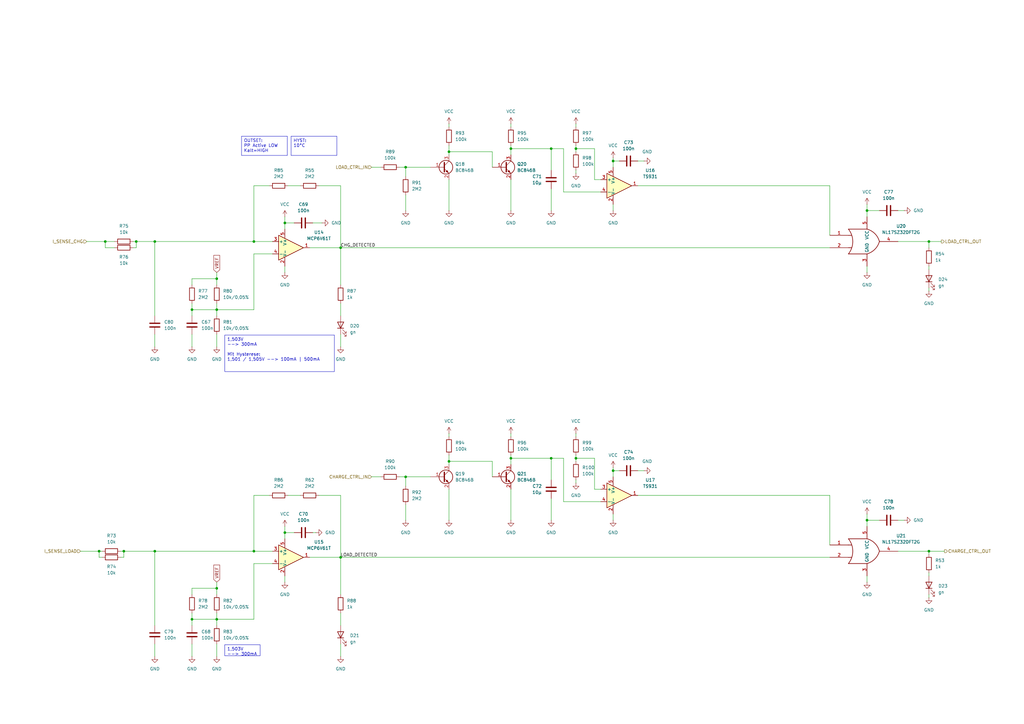
<source format=kicad_sch>
(kicad_sch
	(version 20231120)
	(generator "eeschema")
	(generator_version "8.0")
	(uuid "ae0b96a2-4831-417f-834b-5ffc35c52390")
	(paper "A3")
	(lib_symbols
		(symbol "74xGxx:74AHC1G32"
			(exclude_from_sim no)
			(in_bom yes)
			(on_board yes)
			(property "Reference" "U"
				(at -2.54 3.81 0)
				(effects
					(font
						(size 1.27 1.27)
					)
				)
			)
			(property "Value" "74AHC1G32"
				(at 0 -3.81 0)
				(effects
					(font
						(size 1.27 1.27)
					)
				)
			)
			(property "Footprint" ""
				(at 0 0 0)
				(effects
					(font
						(size 1.27 1.27)
					)
					(hide yes)
				)
			)
			(property "Datasheet" "http://www.ti.com/lit/sg/scyt129e/scyt129e.pdf"
				(at 0 0 0)
				(effects
					(font
						(size 1.27 1.27)
					)
					(hide yes)
				)
			)
			(property "Description" "Single OR Gate, Low-Voltage CMOS"
				(at 0 0 0)
				(effects
					(font
						(size 1.27 1.27)
					)
					(hide yes)
				)
			)
			(property "ki_keywords" "Single Gate OR LVC CMOS"
				(at 0 0 0)
				(effects
					(font
						(size 1.27 1.27)
					)
					(hide yes)
				)
			)
			(property "ki_fp_filters" "SOT* SG-*"
				(at 0 0 0)
				(effects
					(font
						(size 1.27 1.27)
					)
					(hide yes)
				)
			)
			(symbol "74AHC1G32_0_1"
				(arc
					(start -7.62 -5.08)
					(mid -5.838 0)
					(end -7.62 5.08)
					(stroke
						(width 0.254)
						(type default)
					)
					(fill
						(type none)
					)
				)
				(arc
					(start 0 -5.08)
					(mid 3.1986 -3.2054)
					(end 5.08 0)
					(stroke
						(width 0.254)
						(type default)
					)
					(fill
						(type none)
					)
				)
				(polyline
					(pts
						(xy -7.62 -2.54) (xy -6.35 -2.54)
					)
					(stroke
						(width 0.254)
						(type default)
					)
					(fill
						(type background)
					)
				)
				(polyline
					(pts
						(xy -7.62 2.54) (xy -6.35 2.54)
					)
					(stroke
						(width 0.254)
						(type default)
					)
					(fill
						(type background)
					)
				)
				(polyline
					(pts
						(xy 0 -5.08) (xy -7.62 -5.08)
					)
					(stroke
						(width 0.254)
						(type default)
					)
					(fill
						(type background)
					)
				)
				(polyline
					(pts
						(xy 0 5.08) (xy -7.62 5.08)
					)
					(stroke
						(width 0.254)
						(type default)
					)
					(fill
						(type background)
					)
				)
				(arc
					(start 5.08 0)
					(mid 3.2238 3.2304)
					(end 0 5.08)
					(stroke
						(width 0.254)
						(type default)
					)
					(fill
						(type none)
					)
				)
			)
			(symbol "74AHC1G32_1_1"
				(pin input line
					(at -15.24 2.54 0)
					(length 7.62)
					(name "~"
						(effects
							(font
								(size 1.27 1.27)
							)
						)
					)
					(number "1"
						(effects
							(font
								(size 1.27 1.27)
							)
						)
					)
				)
				(pin input line
					(at -15.24 -2.54 0)
					(length 7.62)
					(name "~"
						(effects
							(font
								(size 1.27 1.27)
							)
						)
					)
					(number "2"
						(effects
							(font
								(size 1.27 1.27)
							)
						)
					)
				)
				(pin power_in line
					(at 0 -10.16 90)
					(length 5.08)
					(name "GND"
						(effects
							(font
								(size 1.27 1.27)
							)
						)
					)
					(number "3"
						(effects
							(font
								(size 1.27 1.27)
							)
						)
					)
				)
				(pin output line
					(at 12.7 0 180)
					(length 7.62)
					(name "~"
						(effects
							(font
								(size 1.27 1.27)
							)
						)
					)
					(number "4"
						(effects
							(font
								(size 1.27 1.27)
							)
						)
					)
				)
				(pin power_in line
					(at 0 10.16 270)
					(length 5.08)
					(name "VCC"
						(effects
							(font
								(size 1.27 1.27)
							)
						)
					)
					(number "5"
						(effects
							(font
								(size 1.27 1.27)
							)
						)
					)
				)
			)
		)
		(symbol "Amplifier_Operational:MCP6001-OT"
			(pin_names
				(offset 0.127)
			)
			(exclude_from_sim no)
			(in_bom yes)
			(on_board yes)
			(property "Reference" "U"
				(at -1.27 6.35 0)
				(effects
					(font
						(size 1.27 1.27)
					)
					(justify left)
				)
			)
			(property "Value" "MCP6001-OT"
				(at -1.27 3.81 0)
				(effects
					(font
						(size 1.27 1.27)
					)
					(justify left)
				)
			)
			(property "Footprint" "Package_TO_SOT_SMD:SOT-23-5"
				(at -2.54 -5.08 0)
				(effects
					(font
						(size 1.27 1.27)
					)
					(justify left)
					(hide yes)
				)
			)
			(property "Datasheet" "https://ww1.microchip.com/downloads/en/DeviceDoc/MCP6001-1R-1U-2-4-1-MHz-Low-Power-Op-Amp-DS20001733L.pdf"
				(at 0 5.08 0)
				(effects
					(font
						(size 1.27 1.27)
					)
					(hide yes)
				)
			)
			(property "Description" "1MHz, Low-Power Op Amp, SOT-23-5"
				(at 0 0 0)
				(effects
					(font
						(size 1.27 1.27)
					)
					(hide yes)
				)
			)
			(property "ki_keywords" "single opamp"
				(at 0 0 0)
				(effects
					(font
						(size 1.27 1.27)
					)
					(hide yes)
				)
			)
			(property "ki_fp_filters" "SOT?23*"
				(at 0 0 0)
				(effects
					(font
						(size 1.27 1.27)
					)
					(hide yes)
				)
			)
			(symbol "MCP6001-OT_0_1"
				(polyline
					(pts
						(xy -5.08 5.08) (xy 5.08 0) (xy -5.08 -5.08) (xy -5.08 5.08)
					)
					(stroke
						(width 0.254)
						(type default)
					)
					(fill
						(type background)
					)
				)
				(pin power_in line
					(at -2.54 -7.62 90)
					(length 3.81)
					(name "V-"
						(effects
							(font
								(size 1.27 1.27)
							)
						)
					)
					(number "2"
						(effects
							(font
								(size 1.27 1.27)
							)
						)
					)
				)
				(pin power_in line
					(at -2.54 7.62 270)
					(length 3.81)
					(name "V+"
						(effects
							(font
								(size 1.27 1.27)
							)
						)
					)
					(number "5"
						(effects
							(font
								(size 1.27 1.27)
							)
						)
					)
				)
			)
			(symbol "MCP6001-OT_1_1"
				(pin output line
					(at 7.62 0 180)
					(length 2.54)
					(name "~"
						(effects
							(font
								(size 1.27 1.27)
							)
						)
					)
					(number "1"
						(effects
							(font
								(size 1.27 1.27)
							)
						)
					)
				)
				(pin input line
					(at -7.62 2.54 0)
					(length 2.54)
					(name "+"
						(effects
							(font
								(size 1.27 1.27)
							)
						)
					)
					(number "3"
						(effects
							(font
								(size 1.27 1.27)
							)
						)
					)
				)
				(pin input line
					(at -7.62 -2.54 0)
					(length 2.54)
					(name "-"
						(effects
							(font
								(size 1.27 1.27)
							)
						)
					)
					(number "4"
						(effects
							(font
								(size 1.27 1.27)
							)
						)
					)
				)
			)
		)
		(symbol "Amplifier_Operational:TLV9301xDBV"
			(pin_names
				(offset 0.127)
			)
			(exclude_from_sim no)
			(in_bom yes)
			(on_board yes)
			(property "Reference" "U"
				(at -1.27 6.35 0)
				(effects
					(font
						(size 1.27 1.27)
					)
					(justify left)
				)
			)
			(property "Value" "TLV9301xDBV"
				(at -1.27 3.81 0)
				(effects
					(font
						(size 1.27 1.27)
					)
					(justify left)
				)
			)
			(property "Footprint" "Package_TO_SOT_SMD:SOT-23-5"
				(at -2.54 -5.08 0)
				(effects
					(font
						(size 1.27 1.27)
					)
					(justify left)
					(hide yes)
				)
			)
			(property "Datasheet" "https://www.ti.com/lit/ds/symlink/tlv9301.pdf"
				(at 0 5.08 0)
				(effects
					(font
						(size 1.27 1.27)
					)
					(hide yes)
				)
			)
			(property "Description" "40-V, 1-MHz, RRO Operational Amplifiers for Cost-Sensitive Systems, SOT-23-5"
				(at 0 0 0)
				(effects
					(font
						(size 1.27 1.27)
					)
					(hide yes)
				)
			)
			(property "ki_keywords" "single opamp 40V rail to rail output"
				(at 0 0 0)
				(effects
					(font
						(size 1.27 1.27)
					)
					(hide yes)
				)
			)
			(property "ki_fp_filters" "SOT?23*"
				(at 0 0 0)
				(effects
					(font
						(size 1.27 1.27)
					)
					(hide yes)
				)
			)
			(symbol "TLV9301xDBV_0_1"
				(polyline
					(pts
						(xy -5.08 5.08) (xy 5.08 0) (xy -5.08 -5.08) (xy -5.08 5.08)
					)
					(stroke
						(width 0.254)
						(type default)
					)
					(fill
						(type background)
					)
				)
				(pin power_in line
					(at -2.54 -7.62 90)
					(length 3.81)
					(name "V-"
						(effects
							(font
								(size 1.27 1.27)
							)
						)
					)
					(number "2"
						(effects
							(font
								(size 1.27 1.27)
							)
						)
					)
				)
				(pin power_in line
					(at -2.54 7.62 270)
					(length 3.81)
					(name "V+"
						(effects
							(font
								(size 1.27 1.27)
							)
						)
					)
					(number "5"
						(effects
							(font
								(size 1.27 1.27)
							)
						)
					)
				)
			)
			(symbol "TLV9301xDBV_1_1"
				(pin output line
					(at 7.62 0 180)
					(length 2.54)
					(name "~"
						(effects
							(font
								(size 1.27 1.27)
							)
						)
					)
					(number "1"
						(effects
							(font
								(size 1.27 1.27)
							)
						)
					)
				)
				(pin input line
					(at -7.62 2.54 0)
					(length 2.54)
					(name "+"
						(effects
							(font
								(size 1.27 1.27)
							)
						)
					)
					(number "3"
						(effects
							(font
								(size 1.27 1.27)
							)
						)
					)
				)
				(pin input line
					(at -7.62 -2.54 0)
					(length 2.54)
					(name "-"
						(effects
							(font
								(size 1.27 1.27)
							)
						)
					)
					(number "4"
						(effects
							(font
								(size 1.27 1.27)
							)
						)
					)
				)
			)
		)
		(symbol "Device:C"
			(pin_numbers hide)
			(pin_names
				(offset 0.254)
			)
			(exclude_from_sim no)
			(in_bom yes)
			(on_board yes)
			(property "Reference" "C"
				(at 0.635 2.54 0)
				(effects
					(font
						(size 1.27 1.27)
					)
					(justify left)
				)
			)
			(property "Value" "C"
				(at 0.635 -2.54 0)
				(effects
					(font
						(size 1.27 1.27)
					)
					(justify left)
				)
			)
			(property "Footprint" ""
				(at 0.9652 -3.81 0)
				(effects
					(font
						(size 1.27 1.27)
					)
					(hide yes)
				)
			)
			(property "Datasheet" "~"
				(at 0 0 0)
				(effects
					(font
						(size 1.27 1.27)
					)
					(hide yes)
				)
			)
			(property "Description" "Unpolarized capacitor"
				(at 0 0 0)
				(effects
					(font
						(size 1.27 1.27)
					)
					(hide yes)
				)
			)
			(property "ki_keywords" "cap capacitor"
				(at 0 0 0)
				(effects
					(font
						(size 1.27 1.27)
					)
					(hide yes)
				)
			)
			(property "ki_fp_filters" "C_*"
				(at 0 0 0)
				(effects
					(font
						(size 1.27 1.27)
					)
					(hide yes)
				)
			)
			(symbol "C_0_1"
				(polyline
					(pts
						(xy -2.032 -0.762) (xy 2.032 -0.762)
					)
					(stroke
						(width 0.508)
						(type default)
					)
					(fill
						(type none)
					)
				)
				(polyline
					(pts
						(xy -2.032 0.762) (xy 2.032 0.762)
					)
					(stroke
						(width 0.508)
						(type default)
					)
					(fill
						(type none)
					)
				)
			)
			(symbol "C_1_1"
				(pin passive line
					(at 0 3.81 270)
					(length 2.794)
					(name "~"
						(effects
							(font
								(size 1.27 1.27)
							)
						)
					)
					(number "1"
						(effects
							(font
								(size 1.27 1.27)
							)
						)
					)
				)
				(pin passive line
					(at 0 -3.81 90)
					(length 2.794)
					(name "~"
						(effects
							(font
								(size 1.27 1.27)
							)
						)
					)
					(number "2"
						(effects
							(font
								(size 1.27 1.27)
							)
						)
					)
				)
			)
		)
		(symbol "Device:LED"
			(pin_numbers hide)
			(pin_names
				(offset 1.016) hide)
			(exclude_from_sim no)
			(in_bom yes)
			(on_board yes)
			(property "Reference" "D"
				(at 0 2.54 0)
				(effects
					(font
						(size 1.27 1.27)
					)
				)
			)
			(property "Value" "LED"
				(at 0 -2.54 0)
				(effects
					(font
						(size 1.27 1.27)
					)
				)
			)
			(property "Footprint" ""
				(at 0 0 0)
				(effects
					(font
						(size 1.27 1.27)
					)
					(hide yes)
				)
			)
			(property "Datasheet" "~"
				(at 0 0 0)
				(effects
					(font
						(size 1.27 1.27)
					)
					(hide yes)
				)
			)
			(property "Description" "Light emitting diode"
				(at 0 0 0)
				(effects
					(font
						(size 1.27 1.27)
					)
					(hide yes)
				)
			)
			(property "ki_keywords" "LED diode"
				(at 0 0 0)
				(effects
					(font
						(size 1.27 1.27)
					)
					(hide yes)
				)
			)
			(property "ki_fp_filters" "LED* LED_SMD:* LED_THT:*"
				(at 0 0 0)
				(effects
					(font
						(size 1.27 1.27)
					)
					(hide yes)
				)
			)
			(symbol "LED_0_1"
				(polyline
					(pts
						(xy -1.27 -1.27) (xy -1.27 1.27)
					)
					(stroke
						(width 0.254)
						(type default)
					)
					(fill
						(type none)
					)
				)
				(polyline
					(pts
						(xy -1.27 0) (xy 1.27 0)
					)
					(stroke
						(width 0)
						(type default)
					)
					(fill
						(type none)
					)
				)
				(polyline
					(pts
						(xy 1.27 -1.27) (xy 1.27 1.27) (xy -1.27 0) (xy 1.27 -1.27)
					)
					(stroke
						(width 0.254)
						(type default)
					)
					(fill
						(type none)
					)
				)
				(polyline
					(pts
						(xy -3.048 -0.762) (xy -4.572 -2.286) (xy -3.81 -2.286) (xy -4.572 -2.286) (xy -4.572 -1.524)
					)
					(stroke
						(width 0)
						(type default)
					)
					(fill
						(type none)
					)
				)
				(polyline
					(pts
						(xy -1.778 -0.762) (xy -3.302 -2.286) (xy -2.54 -2.286) (xy -3.302 -2.286) (xy -3.302 -1.524)
					)
					(stroke
						(width 0)
						(type default)
					)
					(fill
						(type none)
					)
				)
			)
			(symbol "LED_1_1"
				(pin passive line
					(at -3.81 0 0)
					(length 2.54)
					(name "K"
						(effects
							(font
								(size 1.27 1.27)
							)
						)
					)
					(number "1"
						(effects
							(font
								(size 1.27 1.27)
							)
						)
					)
				)
				(pin passive line
					(at 3.81 0 180)
					(length 2.54)
					(name "A"
						(effects
							(font
								(size 1.27 1.27)
							)
						)
					)
					(number "2"
						(effects
							(font
								(size 1.27 1.27)
							)
						)
					)
				)
			)
		)
		(symbol "Device:Q_NPN_BEC"
			(pin_names
				(offset 0) hide)
			(exclude_from_sim no)
			(in_bom yes)
			(on_board yes)
			(property "Reference" "Q"
				(at 5.08 1.27 0)
				(effects
					(font
						(size 1.27 1.27)
					)
					(justify left)
				)
			)
			(property "Value" "Q_NPN_BEC"
				(at 5.08 -1.27 0)
				(effects
					(font
						(size 1.27 1.27)
					)
					(justify left)
				)
			)
			(property "Footprint" ""
				(at 5.08 2.54 0)
				(effects
					(font
						(size 1.27 1.27)
					)
					(hide yes)
				)
			)
			(property "Datasheet" "~"
				(at 0 0 0)
				(effects
					(font
						(size 1.27 1.27)
					)
					(hide yes)
				)
			)
			(property "Description" "NPN transistor, base/emitter/collector"
				(at 0 0 0)
				(effects
					(font
						(size 1.27 1.27)
					)
					(hide yes)
				)
			)
			(property "ki_keywords" "transistor NPN"
				(at 0 0 0)
				(effects
					(font
						(size 1.27 1.27)
					)
					(hide yes)
				)
			)
			(symbol "Q_NPN_BEC_0_1"
				(polyline
					(pts
						(xy 0.635 0.635) (xy 2.54 2.54)
					)
					(stroke
						(width 0)
						(type default)
					)
					(fill
						(type none)
					)
				)
				(polyline
					(pts
						(xy 0.635 -0.635) (xy 2.54 -2.54) (xy 2.54 -2.54)
					)
					(stroke
						(width 0)
						(type default)
					)
					(fill
						(type none)
					)
				)
				(polyline
					(pts
						(xy 0.635 1.905) (xy 0.635 -1.905) (xy 0.635 -1.905)
					)
					(stroke
						(width 0.508)
						(type default)
					)
					(fill
						(type none)
					)
				)
				(polyline
					(pts
						(xy 1.27 -1.778) (xy 1.778 -1.27) (xy 2.286 -2.286) (xy 1.27 -1.778) (xy 1.27 -1.778)
					)
					(stroke
						(width 0)
						(type default)
					)
					(fill
						(type outline)
					)
				)
				(circle
					(center 1.27 0)
					(radius 2.8194)
					(stroke
						(width 0.254)
						(type default)
					)
					(fill
						(type none)
					)
				)
			)
			(symbol "Q_NPN_BEC_1_1"
				(pin input line
					(at -5.08 0 0)
					(length 5.715)
					(name "B"
						(effects
							(font
								(size 1.27 1.27)
							)
						)
					)
					(number "1"
						(effects
							(font
								(size 1.27 1.27)
							)
						)
					)
				)
				(pin passive line
					(at 2.54 -5.08 90)
					(length 2.54)
					(name "E"
						(effects
							(font
								(size 1.27 1.27)
							)
						)
					)
					(number "2"
						(effects
							(font
								(size 1.27 1.27)
							)
						)
					)
				)
				(pin passive line
					(at 2.54 5.08 270)
					(length 2.54)
					(name "C"
						(effects
							(font
								(size 1.27 1.27)
							)
						)
					)
					(number "3"
						(effects
							(font
								(size 1.27 1.27)
							)
						)
					)
				)
			)
		)
		(symbol "Device:R"
			(pin_numbers hide)
			(pin_names
				(offset 0)
			)
			(exclude_from_sim no)
			(in_bom yes)
			(on_board yes)
			(property "Reference" "R"
				(at 2.032 0 90)
				(effects
					(font
						(size 1.27 1.27)
					)
				)
			)
			(property "Value" "R"
				(at 0 0 90)
				(effects
					(font
						(size 1.27 1.27)
					)
				)
			)
			(property "Footprint" ""
				(at -1.778 0 90)
				(effects
					(font
						(size 1.27 1.27)
					)
					(hide yes)
				)
			)
			(property "Datasheet" "~"
				(at 0 0 0)
				(effects
					(font
						(size 1.27 1.27)
					)
					(hide yes)
				)
			)
			(property "Description" "Resistor"
				(at 0 0 0)
				(effects
					(font
						(size 1.27 1.27)
					)
					(hide yes)
				)
			)
			(property "ki_keywords" "R res resistor"
				(at 0 0 0)
				(effects
					(font
						(size 1.27 1.27)
					)
					(hide yes)
				)
			)
			(property "ki_fp_filters" "R_*"
				(at 0 0 0)
				(effects
					(font
						(size 1.27 1.27)
					)
					(hide yes)
				)
			)
			(symbol "R_0_1"
				(rectangle
					(start -1.016 -2.54)
					(end 1.016 2.54)
					(stroke
						(width 0.254)
						(type default)
					)
					(fill
						(type none)
					)
				)
			)
			(symbol "R_1_1"
				(pin passive line
					(at 0 3.81 270)
					(length 1.27)
					(name "~"
						(effects
							(font
								(size 1.27 1.27)
							)
						)
					)
					(number "1"
						(effects
							(font
								(size 1.27 1.27)
							)
						)
					)
				)
				(pin passive line
					(at 0 -3.81 90)
					(length 1.27)
					(name "~"
						(effects
							(font
								(size 1.27 1.27)
							)
						)
					)
					(number "2"
						(effects
							(font
								(size 1.27 1.27)
							)
						)
					)
				)
			)
		)
		(symbol "power:GND"
			(power)
			(pin_numbers hide)
			(pin_names
				(offset 0) hide)
			(exclude_from_sim no)
			(in_bom yes)
			(on_board yes)
			(property "Reference" "#PWR"
				(at 0 -6.35 0)
				(effects
					(font
						(size 1.27 1.27)
					)
					(hide yes)
				)
			)
			(property "Value" "GND"
				(at 0 -3.81 0)
				(effects
					(font
						(size 1.27 1.27)
					)
				)
			)
			(property "Footprint" ""
				(at 0 0 0)
				(effects
					(font
						(size 1.27 1.27)
					)
					(hide yes)
				)
			)
			(property "Datasheet" ""
				(at 0 0 0)
				(effects
					(font
						(size 1.27 1.27)
					)
					(hide yes)
				)
			)
			(property "Description" "Power symbol creates a global label with name \"GND\" , ground"
				(at 0 0 0)
				(effects
					(font
						(size 1.27 1.27)
					)
					(hide yes)
				)
			)
			(property "ki_keywords" "global power"
				(at 0 0 0)
				(effects
					(font
						(size 1.27 1.27)
					)
					(hide yes)
				)
			)
			(symbol "GND_0_1"
				(polyline
					(pts
						(xy 0 0) (xy 0 -1.27) (xy 1.27 -1.27) (xy 0 -2.54) (xy -1.27 -1.27) (xy 0 -1.27)
					)
					(stroke
						(width 0)
						(type default)
					)
					(fill
						(type none)
					)
				)
			)
			(symbol "GND_1_1"
				(pin power_in line
					(at 0 0 270)
					(length 0)
					(name "~"
						(effects
							(font
								(size 1.27 1.27)
							)
						)
					)
					(number "1"
						(effects
							(font
								(size 1.27 1.27)
							)
						)
					)
				)
			)
		)
		(symbol "power:VCC"
			(power)
			(pin_numbers hide)
			(pin_names
				(offset 0) hide)
			(exclude_from_sim no)
			(in_bom yes)
			(on_board yes)
			(property "Reference" "#PWR"
				(at 0 -3.81 0)
				(effects
					(font
						(size 1.27 1.27)
					)
					(hide yes)
				)
			)
			(property "Value" "VCC"
				(at 0 3.556 0)
				(effects
					(font
						(size 1.27 1.27)
					)
				)
			)
			(property "Footprint" ""
				(at 0 0 0)
				(effects
					(font
						(size 1.27 1.27)
					)
					(hide yes)
				)
			)
			(property "Datasheet" ""
				(at 0 0 0)
				(effects
					(font
						(size 1.27 1.27)
					)
					(hide yes)
				)
			)
			(property "Description" "Power symbol creates a global label with name \"VCC\""
				(at 0 0 0)
				(effects
					(font
						(size 1.27 1.27)
					)
					(hide yes)
				)
			)
			(property "ki_keywords" "global power"
				(at 0 0 0)
				(effects
					(font
						(size 1.27 1.27)
					)
					(hide yes)
				)
			)
			(symbol "VCC_0_1"
				(polyline
					(pts
						(xy -0.762 1.27) (xy 0 2.54)
					)
					(stroke
						(width 0)
						(type default)
					)
					(fill
						(type none)
					)
				)
				(polyline
					(pts
						(xy 0 0) (xy 0 2.54)
					)
					(stroke
						(width 0)
						(type default)
					)
					(fill
						(type none)
					)
				)
				(polyline
					(pts
						(xy 0 2.54) (xy 0.762 1.27)
					)
					(stroke
						(width 0)
						(type default)
					)
					(fill
						(type none)
					)
				)
			)
			(symbol "VCC_1_1"
				(pin power_in line
					(at 0 0 90)
					(length 0)
					(name "~"
						(effects
							(font
								(size 1.27 1.27)
							)
						)
					)
					(number "1"
						(effects
							(font
								(size 1.27 1.27)
							)
						)
					)
				)
			)
		)
	)
	(junction
		(at 104.14 226.06)
		(diameter 0)
		(color 0 0 0 0)
		(uuid "1443f2fb-276d-4160-8cb5-42c4046c23e7")
	)
	(junction
		(at 381 99.06)
		(diameter 0)
		(color 0 0 0 0)
		(uuid "1abf1acd-c959-48e1-aa35-de82a5af04c8")
	)
	(junction
		(at 139.7 101.6)
		(diameter 0)
		(color 0 0 0 0)
		(uuid "1d376c80-4fbd-46d6-807a-85a7ed83df36")
	)
	(junction
		(at 63.5 226.06)
		(diameter 0)
		(color 0 0 0 0)
		(uuid "21f6ca15-61c2-49f7-b31b-be162d6ca8ba")
	)
	(junction
		(at 236.22 187.96)
		(diameter 0)
		(color 0 0 0 0)
		(uuid "28eeb6f8-b447-4679-96a6-72e030dc1eb8")
	)
	(junction
		(at 40.64 226.06)
		(diameter 0)
		(color 0 0 0 0)
		(uuid "2df122f2-6237-46c8-bf84-5be1e91717e6")
	)
	(junction
		(at 116.84 218.44)
		(diameter 0)
		(color 0 0 0 0)
		(uuid "37fde800-3f04-47a6-879e-cf26a6aacab5")
	)
	(junction
		(at 55.88 99.06)
		(diameter 0)
		(color 0 0 0 0)
		(uuid "46770d2d-a3d7-4687-8fbd-a80193657f00")
	)
	(junction
		(at 226.06 60.96)
		(diameter 0)
		(color 0 0 0 0)
		(uuid "56586eea-f4e8-4976-a58f-2e11029f8df3")
	)
	(junction
		(at 43.18 99.06)
		(diameter 0)
		(color 0 0 0 0)
		(uuid "5ded7af6-ec18-4c3a-b5af-71b4b0d82500")
	)
	(junction
		(at 381 226.06)
		(diameter 0)
		(color 0 0 0 0)
		(uuid "5ec85c3a-498f-4f12-a634-d96be0a714a4")
	)
	(junction
		(at 251.46 193.04)
		(diameter 0)
		(color 0 0 0 0)
		(uuid "629f7ab9-5230-4038-9efe-cf9b7ea0ce86")
	)
	(junction
		(at 88.9 254)
		(diameter 0)
		(color 0 0 0 0)
		(uuid "6a785adb-4784-43c1-9945-c0e24b9e60fe")
	)
	(junction
		(at 104.14 99.06)
		(diameter 0)
		(color 0 0 0 0)
		(uuid "7cc24e9b-6fe3-4b6a-9568-0db1c93a8ca9")
	)
	(junction
		(at 116.84 91.44)
		(diameter 0)
		(color 0 0 0 0)
		(uuid "7d40be78-b872-4a18-bc5c-9c1f9acb8804")
	)
	(junction
		(at 88.9 114.3)
		(diameter 0)
		(color 0 0 0 0)
		(uuid "8fecf762-75db-4001-9057-d55f17e43dc9")
	)
	(junction
		(at 88.9 241.3)
		(diameter 0)
		(color 0 0 0 0)
		(uuid "9eec9dae-9c2e-4be4-9a4c-1a18402c0a71")
	)
	(junction
		(at 78.74 127)
		(diameter 0)
		(color 0 0 0 0)
		(uuid "a8859905-a96b-4195-aa4b-aa0a4ca6ceab")
	)
	(junction
		(at 166.37 195.58)
		(diameter 0)
		(color 0 0 0 0)
		(uuid "b16f951f-bc22-41fc-b722-0725bf78cded")
	)
	(junction
		(at 166.37 68.58)
		(diameter 0)
		(color 0 0 0 0)
		(uuid "b36f7d83-9a1b-4853-bf8d-22334c4354a1")
	)
	(junction
		(at 63.5 99.06)
		(diameter 0)
		(color 0 0 0 0)
		(uuid "b3de9284-4c54-43b0-a5d5-97526ca9cd48")
	)
	(junction
		(at 355.6 213.36)
		(diameter 0)
		(color 0 0 0 0)
		(uuid "b7bbf467-f288-4c5c-a8bf-4b31eb74294a")
	)
	(junction
		(at 251.46 66.04)
		(diameter 0)
		(color 0 0 0 0)
		(uuid "bab15166-ee8d-4880-acef-d21db043bb58")
	)
	(junction
		(at 139.7 228.6)
		(diameter 0)
		(color 0 0 0 0)
		(uuid "bf2cff2c-d037-4505-a888-bc32c98c4605")
	)
	(junction
		(at 50.8 226.06)
		(diameter 0)
		(color 0 0 0 0)
		(uuid "c837934a-f6ee-4ad4-9a5f-26a525b0b31a")
	)
	(junction
		(at 355.6 86.36)
		(diameter 0)
		(color 0 0 0 0)
		(uuid "c9f6b5b5-1398-4135-b327-ae1ef2dc0de2")
	)
	(junction
		(at 78.74 254)
		(diameter 0)
		(color 0 0 0 0)
		(uuid "d2faf626-39f9-4a12-95ed-67e9f80897da")
	)
	(junction
		(at 236.22 60.96)
		(diameter 0)
		(color 0 0 0 0)
		(uuid "dbc21cdc-e4e4-4efa-9d18-b19500bafc17")
	)
	(junction
		(at 184.15 62.23)
		(diameter 0)
		(color 0 0 0 0)
		(uuid "e337c27f-72ef-4d5f-8f95-87488c482464")
	)
	(junction
		(at 226.06 187.96)
		(diameter 0)
		(color 0 0 0 0)
		(uuid "ebd2c900-f3fc-435b-bbe8-e16f20d9dbb4")
	)
	(junction
		(at 209.55 60.96)
		(diameter 0)
		(color 0 0 0 0)
		(uuid "eece6246-b557-4c5c-bdb9-f71705a86c63")
	)
	(junction
		(at 184.15 189.23)
		(diameter 0)
		(color 0 0 0 0)
		(uuid "f727216d-135f-447d-a0dd-2e56c442bec1")
	)
	(junction
		(at 88.9 127)
		(diameter 0)
		(color 0 0 0 0)
		(uuid "f91bf71f-d4fb-45d5-8005-4d52b749056f")
	)
	(junction
		(at 209.55 187.96)
		(diameter 0)
		(color 0 0 0 0)
		(uuid "f924d590-acb7-49c8-911b-3fa975aa0a9f")
	)
	(wire
		(pts
			(xy 209.55 187.96) (xy 226.06 187.96)
		)
		(stroke
			(width 0)
			(type default)
		)
		(uuid "028f9144-f8a7-4e68-8f84-0330e5c5cce4")
	)
	(wire
		(pts
			(xy 49.53 226.06) (xy 50.8 226.06)
		)
		(stroke
			(width 0)
			(type default)
		)
		(uuid "033a39db-2970-4864-8a82-0cbd56d44a41")
	)
	(wire
		(pts
			(xy 236.22 60.96) (xy 243.84 60.96)
		)
		(stroke
			(width 0)
			(type default)
		)
		(uuid "0587bbfc-29e8-449e-8313-d1387c6c6aab")
	)
	(wire
		(pts
			(xy 184.15 189.23) (xy 184.15 190.5)
		)
		(stroke
			(width 0)
			(type default)
		)
		(uuid "06e3fb12-93ff-46ba-bfe8-919209e7affc")
	)
	(wire
		(pts
			(xy 176.53 68.58) (xy 166.37 68.58)
		)
		(stroke
			(width 0)
			(type default)
		)
		(uuid "08d2b74d-59bf-47c7-b32b-50096cb07289")
	)
	(wire
		(pts
			(xy 55.88 99.06) (xy 63.5 99.06)
		)
		(stroke
			(width 0)
			(type default)
		)
		(uuid "098f26a0-a3bf-46b8-bc18-56800eb15330")
	)
	(wire
		(pts
			(xy 184.15 73.66) (xy 184.15 86.36)
		)
		(stroke
			(width 0)
			(type default)
		)
		(uuid "0a2e090f-c726-4da6-be9d-8e4e7c01ae47")
	)
	(wire
		(pts
			(xy 209.55 177.8) (xy 209.55 179.07)
		)
		(stroke
			(width 0)
			(type default)
		)
		(uuid "0b2ad358-8fb2-4905-b19b-6c7fa3b10087")
	)
	(wire
		(pts
			(xy 163.83 195.58) (xy 166.37 195.58)
		)
		(stroke
			(width 0)
			(type default)
		)
		(uuid "0daa941e-c358-4205-9388-d38a74ef9ae6")
	)
	(wire
		(pts
			(xy 54.61 99.06) (xy 55.88 99.06)
		)
		(stroke
			(width 0)
			(type default)
		)
		(uuid "0e4882ae-73f5-4985-a265-a6ba9b7acd42")
	)
	(wire
		(pts
			(xy 368.3 86.36) (xy 370.84 86.36)
		)
		(stroke
			(width 0)
			(type default)
		)
		(uuid "110ac005-641d-4682-b858-84fdb317c8d7")
	)
	(wire
		(pts
			(xy 226.06 196.85) (xy 226.06 187.96)
		)
		(stroke
			(width 0)
			(type default)
		)
		(uuid "1283d4a2-8b0a-4f02-bc60-8aa8423697b3")
	)
	(wire
		(pts
			(xy 231.14 60.96) (xy 231.14 78.74)
		)
		(stroke
			(width 0)
			(type default)
		)
		(uuid "148b18ce-9e0b-4968-9390-542ce10d0580")
	)
	(wire
		(pts
			(xy 43.18 99.06) (xy 46.99 99.06)
		)
		(stroke
			(width 0)
			(type default)
		)
		(uuid "17f9cf23-092a-4c47-916a-2f69770aca0c")
	)
	(wire
		(pts
			(xy 104.14 254) (xy 104.14 231.14)
		)
		(stroke
			(width 0)
			(type default)
		)
		(uuid "19ea89c1-a34e-42ea-bf33-51f68800e5d5")
	)
	(wire
		(pts
			(xy 116.84 220.98) (xy 116.84 218.44)
		)
		(stroke
			(width 0)
			(type default)
		)
		(uuid "1dbd5dab-5b28-4b9e-936d-9730d6b2612d")
	)
	(wire
		(pts
			(xy 35.56 99.06) (xy 43.18 99.06)
		)
		(stroke
			(width 0)
			(type default)
		)
		(uuid "1de5659d-10fd-42c4-bda4-8803721b2e9e")
	)
	(wire
		(pts
			(xy 128.27 91.44) (xy 132.08 91.44)
		)
		(stroke
			(width 0)
			(type default)
		)
		(uuid "1dfb27d2-e10e-449a-beff-7e9c1e8b68ea")
	)
	(wire
		(pts
			(xy 88.9 114.3) (xy 88.9 116.84)
		)
		(stroke
			(width 0)
			(type default)
		)
		(uuid "1ea0d333-8388-4619-ad08-ab1ca2f039c0")
	)
	(wire
		(pts
			(xy 139.7 264.16) (xy 139.7 269.24)
		)
		(stroke
			(width 0)
			(type default)
		)
		(uuid "1f619fe2-4903-44c2-bf2c-e406a980caa6")
	)
	(wire
		(pts
			(xy 261.62 203.2) (xy 340.36 203.2)
		)
		(stroke
			(width 0)
			(type default)
		)
		(uuid "1fefb5a2-0fbf-421c-82e5-62d356c8d613")
	)
	(wire
		(pts
			(xy 261.62 66.04) (xy 264.16 66.04)
		)
		(stroke
			(width 0)
			(type default)
		)
		(uuid "215d3f9f-b743-48dd-ac8f-4133a8e73578")
	)
	(wire
		(pts
			(xy 355.6 215.9) (xy 355.6 213.36)
		)
		(stroke
			(width 0)
			(type default)
		)
		(uuid "2265bfc2-c3fd-4813-90a9-6df1a69b6393")
	)
	(wire
		(pts
			(xy 118.11 203.2) (xy 123.19 203.2)
		)
		(stroke
			(width 0)
			(type default)
		)
		(uuid "228ab80c-6b6d-4775-9435-535a62a3b118")
	)
	(wire
		(pts
			(xy 209.55 186.69) (xy 209.55 187.96)
		)
		(stroke
			(width 0)
			(type default)
		)
		(uuid "23542c33-cc3e-4ee0-86b8-00820c12bac8")
	)
	(wire
		(pts
			(xy 163.83 68.58) (xy 166.37 68.58)
		)
		(stroke
			(width 0)
			(type default)
		)
		(uuid "23dc4c89-c2b1-4765-a5fd-45152f436b4f")
	)
	(wire
		(pts
			(xy 50.8 228.6) (xy 50.8 226.06)
		)
		(stroke
			(width 0)
			(type default)
		)
		(uuid "2608d304-4e71-454f-8e4e-c796fc6ce861")
	)
	(wire
		(pts
			(xy 201.93 62.23) (xy 201.93 68.58)
		)
		(stroke
			(width 0)
			(type default)
		)
		(uuid "2c245386-7525-43d8-ab4f-246e72e35ef2")
	)
	(wire
		(pts
			(xy 139.7 203.2) (xy 139.7 228.6)
		)
		(stroke
			(width 0)
			(type default)
		)
		(uuid "2ff7426f-5dec-4ad6-85b7-002dcb2d9264")
	)
	(wire
		(pts
			(xy 139.7 228.6) (xy 340.36 228.6)
		)
		(stroke
			(width 0)
			(type default)
		)
		(uuid "33fa46bd-b2a9-492c-8d98-05e755764798")
	)
	(wire
		(pts
			(xy 120.65 218.44) (xy 116.84 218.44)
		)
		(stroke
			(width 0)
			(type default)
		)
		(uuid "35861de3-c069-4915-8c29-bf0d873c42ca")
	)
	(wire
		(pts
			(xy 381 243.84) (xy 381 245.11)
		)
		(stroke
			(width 0)
			(type default)
		)
		(uuid "3754a9ab-e8b6-4297-b9dd-66bb7ecd9ae4")
	)
	(wire
		(pts
			(xy 104.14 104.14) (xy 111.76 104.14)
		)
		(stroke
			(width 0)
			(type default)
		)
		(uuid "38b6cecd-3232-4b90-8dca-e10aaa32a8d4")
	)
	(wire
		(pts
			(xy 355.6 88.9) (xy 355.6 86.36)
		)
		(stroke
			(width 0)
			(type default)
		)
		(uuid "3b54f5e0-33dd-413c-a797-7f6ee8a84f55")
	)
	(wire
		(pts
			(xy 236.22 177.8) (xy 236.22 179.07)
		)
		(stroke
			(width 0)
			(type default)
		)
		(uuid "3b611b67-10f2-408b-aa63-6d914daf899a")
	)
	(wire
		(pts
			(xy 130.81 76.2) (xy 139.7 76.2)
		)
		(stroke
			(width 0)
			(type default)
		)
		(uuid "3c1b4671-4ed0-4184-8a1d-90fc90c0d3b4")
	)
	(wire
		(pts
			(xy 381 99.06) (xy 381 101.6)
		)
		(stroke
			(width 0)
			(type default)
		)
		(uuid "3c4fbf27-8e4f-4d76-93ea-990dcdcce9eb")
	)
	(wire
		(pts
			(xy 88.9 241.3) (xy 88.9 243.84)
		)
		(stroke
			(width 0)
			(type default)
		)
		(uuid "3c797d75-71f0-4239-8c1c-d3096c5d0c87")
	)
	(wire
		(pts
			(xy 139.7 101.6) (xy 127 101.6)
		)
		(stroke
			(width 0)
			(type default)
		)
		(uuid "428c8b77-0bc7-46c0-a58e-e7d31e51d192")
	)
	(wire
		(pts
			(xy 139.7 137.16) (xy 139.7 142.24)
		)
		(stroke
			(width 0)
			(type default)
		)
		(uuid "457901bc-9471-4a5b-b04c-c25ee767118c")
	)
	(wire
		(pts
			(xy 88.9 127) (xy 104.14 127)
		)
		(stroke
			(width 0)
			(type default)
		)
		(uuid "47d57da5-44dd-41e0-897b-a4dc91698354")
	)
	(wire
		(pts
			(xy 63.5 226.06) (xy 104.14 226.06)
		)
		(stroke
			(width 0)
			(type default)
		)
		(uuid "47f8e843-03ef-46b7-aa5f-705661710a97")
	)
	(wire
		(pts
			(xy 116.84 111.76) (xy 116.84 109.22)
		)
		(stroke
			(width 0)
			(type default)
		)
		(uuid "4a257fb9-9401-49c2-9adc-4bbb54eaeef7")
	)
	(wire
		(pts
			(xy 120.65 91.44) (xy 116.84 91.44)
		)
		(stroke
			(width 0)
			(type default)
		)
		(uuid "4d92c2be-64dc-4af5-bb37-b337ac38de24")
	)
	(wire
		(pts
			(xy 41.91 228.6) (xy 40.64 228.6)
		)
		(stroke
			(width 0)
			(type default)
		)
		(uuid "4df785b4-f11e-45e9-8fbe-3feb5f677445")
	)
	(wire
		(pts
			(xy 78.74 251.46) (xy 78.74 254)
		)
		(stroke
			(width 0)
			(type default)
		)
		(uuid "4e6cd83c-f1ba-4df2-b4bb-36fc5f6b7cd5")
	)
	(wire
		(pts
			(xy 251.46 66.04) (xy 251.46 68.58)
		)
		(stroke
			(width 0)
			(type default)
		)
		(uuid "52c1d495-1b43-4890-9018-70031bc1aad7")
	)
	(wire
		(pts
			(xy 78.74 254) (xy 78.74 256.54)
		)
		(stroke
			(width 0)
			(type default)
		)
		(uuid "52e207bd-8c7d-4676-ba1c-d801556b4313")
	)
	(wire
		(pts
			(xy 49.53 228.6) (xy 50.8 228.6)
		)
		(stroke
			(width 0)
			(type default)
		)
		(uuid "55848b1c-1681-4791-a46f-ba9c82c537d0")
	)
	(wire
		(pts
			(xy 33.02 226.06) (xy 40.64 226.06)
		)
		(stroke
			(width 0)
			(type default)
		)
		(uuid "55b95d90-ed94-4bc6-b00a-1617e99fa407")
	)
	(wire
		(pts
			(xy 368.3 226.06) (xy 381 226.06)
		)
		(stroke
			(width 0)
			(type default)
		)
		(uuid "55c9b8b5-e4d8-47f7-8600-ba3ffcde17ad")
	)
	(wire
		(pts
			(xy 139.7 228.6) (xy 127 228.6)
		)
		(stroke
			(width 0)
			(type default)
		)
		(uuid "55e0af07-6fa4-411e-ae3a-0ed68ff22282")
	)
	(wire
		(pts
			(xy 54.61 101.6) (xy 55.88 101.6)
		)
		(stroke
			(width 0)
			(type default)
		)
		(uuid "5bdc6b84-fb7f-4454-affe-8c0286aaedb5")
	)
	(wire
		(pts
			(xy 231.14 78.74) (xy 246.38 78.74)
		)
		(stroke
			(width 0)
			(type default)
		)
		(uuid "5e92b618-97a9-4ba8-80a0-88068d628da4")
	)
	(wire
		(pts
			(xy 261.62 76.2) (xy 340.36 76.2)
		)
		(stroke
			(width 0)
			(type default)
		)
		(uuid "605d7d53-6c7a-467c-92ed-f450c64e90a1")
	)
	(wire
		(pts
			(xy 209.55 60.96) (xy 226.06 60.96)
		)
		(stroke
			(width 0)
			(type default)
		)
		(uuid "60bcea5f-5d54-4a02-b017-7ea1c4fabb05")
	)
	(wire
		(pts
			(xy 139.7 76.2) (xy 139.7 101.6)
		)
		(stroke
			(width 0)
			(type default)
		)
		(uuid "61790986-342c-497d-9ae4-a0dbe940819e")
	)
	(wire
		(pts
			(xy 236.22 69.85) (xy 236.22 71.12)
		)
		(stroke
			(width 0)
			(type default)
		)
		(uuid "62272906-9af5-4b6e-9d3d-10c1e3c99c0d")
	)
	(wire
		(pts
			(xy 88.9 129.54) (xy 88.9 127)
		)
		(stroke
			(width 0)
			(type default)
		)
		(uuid "62cd92ce-2ae4-4ba5-8114-37facf4e7ab5")
	)
	(wire
		(pts
			(xy 261.62 193.04) (xy 264.16 193.04)
		)
		(stroke
			(width 0)
			(type default)
		)
		(uuid "63168197-983a-4bf4-ada6-6bef232bd34b")
	)
	(wire
		(pts
			(xy 251.46 193.04) (xy 254 193.04)
		)
		(stroke
			(width 0)
			(type default)
		)
		(uuid "64009ee0-4602-42c3-a6eb-c4d55c1cd412")
	)
	(wire
		(pts
			(xy 63.5 99.06) (xy 104.14 99.06)
		)
		(stroke
			(width 0)
			(type default)
		)
		(uuid "6503532e-c1db-4ffa-a31d-7907354cae38")
	)
	(wire
		(pts
			(xy 243.84 200.66) (xy 246.38 200.66)
		)
		(stroke
			(width 0)
			(type default)
		)
		(uuid "683c099f-8dc6-45da-b112-228065f5881d")
	)
	(wire
		(pts
			(xy 104.14 99.06) (xy 111.76 99.06)
		)
		(stroke
			(width 0)
			(type default)
		)
		(uuid "6c75dbe0-46f4-43dd-aa57-08a4d51cf200")
	)
	(wire
		(pts
			(xy 78.74 241.3) (xy 88.9 241.3)
		)
		(stroke
			(width 0)
			(type default)
		)
		(uuid "6ce24a1d-ecdb-43c2-87ce-794bbf116818")
	)
	(wire
		(pts
			(xy 251.46 83.82) (xy 251.46 86.36)
		)
		(stroke
			(width 0)
			(type default)
		)
		(uuid "6cf91a71-a610-447d-9221-d095f7cd231f")
	)
	(wire
		(pts
			(xy 78.74 114.3) (xy 88.9 114.3)
		)
		(stroke
			(width 0)
			(type default)
		)
		(uuid "6e15bed4-decc-4a7a-8478-646bb5bd38ca")
	)
	(wire
		(pts
			(xy 55.88 101.6) (xy 55.88 99.06)
		)
		(stroke
			(width 0)
			(type default)
		)
		(uuid "6e7384f6-eea5-4457-bcf2-9e5595e2baef")
	)
	(wire
		(pts
			(xy 251.46 193.04) (xy 251.46 195.58)
		)
		(stroke
			(width 0)
			(type default)
		)
		(uuid "6fc9b7d9-27fd-428c-ad71-193e3a3e90d6")
	)
	(wire
		(pts
			(xy 355.6 213.36) (xy 355.6 210.82)
		)
		(stroke
			(width 0)
			(type default)
		)
		(uuid "70aef669-560b-4d5d-99a4-7c2cd5d33a22")
	)
	(wire
		(pts
			(xy 243.84 187.96) (xy 243.84 200.66)
		)
		(stroke
			(width 0)
			(type default)
		)
		(uuid "731c4cd9-2bca-42ce-896a-d3aa3215dac0")
	)
	(wire
		(pts
			(xy 236.22 50.8) (xy 236.22 52.07)
		)
		(stroke
			(width 0)
			(type default)
		)
		(uuid "74393d24-c2fc-4912-b674-f8643a8a81b6")
	)
	(wire
		(pts
			(xy 116.84 238.76) (xy 116.84 236.22)
		)
		(stroke
			(width 0)
			(type default)
		)
		(uuid "74911077-23eb-4044-a81e-779b58937239")
	)
	(wire
		(pts
			(xy 184.15 59.69) (xy 184.15 62.23)
		)
		(stroke
			(width 0)
			(type default)
		)
		(uuid "76253f97-9905-42ac-8c36-b4a7eee6ec5a")
	)
	(wire
		(pts
			(xy 110.49 76.2) (xy 104.14 76.2)
		)
		(stroke
			(width 0)
			(type default)
		)
		(uuid "783031f2-803e-42e2-96d7-69dc8d5a3ec6")
	)
	(wire
		(pts
			(xy 251.46 210.82) (xy 251.46 213.36)
		)
		(stroke
			(width 0)
			(type default)
		)
		(uuid "7a75324c-8bb3-49a7-ac8b-02ee4d0ae6a0")
	)
	(wire
		(pts
			(xy 43.18 101.6) (xy 43.18 99.06)
		)
		(stroke
			(width 0)
			(type default)
		)
		(uuid "7aa1318e-5cfa-4e02-976d-3459647029bc")
	)
	(wire
		(pts
			(xy 88.9 142.24) (xy 88.9 137.16)
		)
		(stroke
			(width 0)
			(type default)
		)
		(uuid "7b2a1877-ce14-4654-bd76-1a9cf03e2b90")
	)
	(wire
		(pts
			(xy 209.55 200.66) (xy 209.55 213.36)
		)
		(stroke
			(width 0)
			(type default)
		)
		(uuid "7baf66a6-7ddd-417c-92a4-1f19186b8743")
	)
	(wire
		(pts
			(xy 209.55 59.69) (xy 209.55 60.96)
		)
		(stroke
			(width 0)
			(type default)
		)
		(uuid "7c72d72f-38d1-45a5-8361-f444da01c302")
	)
	(wire
		(pts
			(xy 139.7 129.54) (xy 139.7 124.46)
		)
		(stroke
			(width 0)
			(type default)
		)
		(uuid "7dfdfd52-e423-451a-aaf9-404ab563bd89")
	)
	(wire
		(pts
			(xy 46.99 101.6) (xy 43.18 101.6)
		)
		(stroke
			(width 0)
			(type default)
		)
		(uuid "7f79c401-b836-4b38-bf9a-e21ae6240981")
	)
	(wire
		(pts
			(xy 251.46 191.77) (xy 251.46 193.04)
		)
		(stroke
			(width 0)
			(type default)
		)
		(uuid "833d7749-5dbb-4bf6-847d-4f393e3af0cf")
	)
	(wire
		(pts
			(xy 116.84 91.44) (xy 116.84 88.9)
		)
		(stroke
			(width 0)
			(type default)
		)
		(uuid "835900b2-33fc-4065-8851-9e16f94a6fe2")
	)
	(wire
		(pts
			(xy 88.9 254) (xy 88.9 251.46)
		)
		(stroke
			(width 0)
			(type default)
		)
		(uuid "839375c8-b138-486e-9c40-401d25867c09")
	)
	(wire
		(pts
			(xy 231.14 187.96) (xy 231.14 205.74)
		)
		(stroke
			(width 0)
			(type default)
		)
		(uuid "83962734-e8e5-41f1-9ab6-86424ea8ab88")
	)
	(wire
		(pts
			(xy 88.9 127) (xy 88.9 124.46)
		)
		(stroke
			(width 0)
			(type default)
		)
		(uuid "83d4fda5-7684-4980-9bb2-a0c048566e17")
	)
	(wire
		(pts
			(xy 78.74 243.84) (xy 78.74 241.3)
		)
		(stroke
			(width 0)
			(type default)
		)
		(uuid "853e4f03-7196-4750-a817-37f3f624576d")
	)
	(wire
		(pts
			(xy 104.14 231.14) (xy 111.76 231.14)
		)
		(stroke
			(width 0)
			(type default)
		)
		(uuid "89afca63-863e-4b3b-93a2-0a4b2185a669")
	)
	(wire
		(pts
			(xy 139.7 116.84) (xy 139.7 101.6)
		)
		(stroke
			(width 0)
			(type default)
		)
		(uuid "8a53d80a-6bed-4a82-9bee-39638426b325")
	)
	(wire
		(pts
			(xy 152.4 68.58) (xy 156.21 68.58)
		)
		(stroke
			(width 0)
			(type default)
		)
		(uuid "8a88365b-b433-4361-a388-833374bf653e")
	)
	(wire
		(pts
			(xy 209.55 187.96) (xy 209.55 190.5)
		)
		(stroke
			(width 0)
			(type default)
		)
		(uuid "8b981866-cf5d-49f3-8c22-35bfb9a7d7fc")
	)
	(wire
		(pts
			(xy 110.49 203.2) (xy 104.14 203.2)
		)
		(stroke
			(width 0)
			(type default)
		)
		(uuid "8f36b862-e975-4c33-8e0b-2c7b5835c89f")
	)
	(wire
		(pts
			(xy 251.46 66.04) (xy 254 66.04)
		)
		(stroke
			(width 0)
			(type default)
		)
		(uuid "8f9affae-a4e3-49e1-8559-14df7c5692d0")
	)
	(wire
		(pts
			(xy 176.53 195.58) (xy 166.37 195.58)
		)
		(stroke
			(width 0)
			(type default)
		)
		(uuid "91dad071-234d-4e33-85d6-9a184485337e")
	)
	(wire
		(pts
			(xy 78.74 127) (xy 88.9 127)
		)
		(stroke
			(width 0)
			(type default)
		)
		(uuid "926c3cdf-3a92-4b26-9258-1352b10085e1")
	)
	(wire
		(pts
			(xy 88.9 238.76) (xy 88.9 241.3)
		)
		(stroke
			(width 0)
			(type default)
		)
		(uuid "92dc6c25-c684-4625-9271-cdb2a0d96529")
	)
	(wire
		(pts
			(xy 236.22 186.69) (xy 236.22 187.96)
		)
		(stroke
			(width 0)
			(type default)
		)
		(uuid "94105a6b-fb5d-4e9e-9f23-d5362a154ddf")
	)
	(wire
		(pts
			(xy 166.37 80.01) (xy 166.37 86.36)
		)
		(stroke
			(width 0)
			(type default)
		)
		(uuid "94755331-4870-4665-9498-0e1c0ef9bad6")
	)
	(wire
		(pts
			(xy 63.5 99.06) (xy 63.5 129.54)
		)
		(stroke
			(width 0)
			(type default)
		)
		(uuid "983eb1ed-55d0-40b7-8446-43be1a012016")
	)
	(wire
		(pts
			(xy 381 226.06) (xy 387.35 226.06)
		)
		(stroke
			(width 0)
			(type default)
		)
		(uuid "9a01ca9d-0612-40bb-b532-d94401f24ec1")
	)
	(wire
		(pts
			(xy 40.64 226.06) (xy 41.91 226.06)
		)
		(stroke
			(width 0)
			(type default)
		)
		(uuid "9d0044aa-6f76-48d7-9492-c892a49e43ba")
	)
	(wire
		(pts
			(xy 40.64 228.6) (xy 40.64 226.06)
		)
		(stroke
			(width 0)
			(type default)
		)
		(uuid "9f090e51-cfa3-49c9-ab8f-22a9a287bb51")
	)
	(wire
		(pts
			(xy 116.84 93.98) (xy 116.84 91.44)
		)
		(stroke
			(width 0)
			(type default)
		)
		(uuid "9f5c7051-dd2a-4264-b1a2-a65de21afbcc")
	)
	(wire
		(pts
			(xy 355.6 238.76) (xy 355.6 236.22)
		)
		(stroke
			(width 0)
			(type default)
		)
		(uuid "a0cb055a-c5c2-40d7-83f2-0f89d324e77d")
	)
	(wire
		(pts
			(xy 78.74 124.46) (xy 78.74 127)
		)
		(stroke
			(width 0)
			(type default)
		)
		(uuid "a18ada25-93eb-407c-a8dc-65778217e866")
	)
	(wire
		(pts
			(xy 226.06 86.36) (xy 226.06 77.47)
		)
		(stroke
			(width 0)
			(type default)
		)
		(uuid "a29e5515-7cfc-4116-9267-5fc2e94a1ae0")
	)
	(wire
		(pts
			(xy 184.15 189.23) (xy 201.93 189.23)
		)
		(stroke
			(width 0)
			(type default)
		)
		(uuid "a35f021e-fda9-4e7b-a7d5-2a4ebe888499")
	)
	(wire
		(pts
			(xy 236.22 187.96) (xy 236.22 189.23)
		)
		(stroke
			(width 0)
			(type default)
		)
		(uuid "a4dc0b15-f491-43ee-8bb2-67f183de1e16")
	)
	(wire
		(pts
			(xy 381 110.49) (xy 381 109.22)
		)
		(stroke
			(width 0)
			(type default)
		)
		(uuid "a990da7a-3310-4786-9fe6-07fbfc816783")
	)
	(wire
		(pts
			(xy 184.15 177.8) (xy 184.15 179.07)
		)
		(stroke
			(width 0)
			(type default)
		)
		(uuid "aa01a528-f922-4cc1-b148-e3fd66045090")
	)
	(wire
		(pts
			(xy 166.37 195.58) (xy 166.37 199.39)
		)
		(stroke
			(width 0)
			(type default)
		)
		(uuid "ab2e4e84-655c-4db2-80ea-7157d7e469f0")
	)
	(wire
		(pts
			(xy 104.14 203.2) (xy 104.14 226.06)
		)
		(stroke
			(width 0)
			(type default)
		)
		(uuid "abd27e4e-a4ed-4012-84c9-40e64f6c8ae5")
	)
	(wire
		(pts
			(xy 78.74 254) (xy 88.9 254)
		)
		(stroke
			(width 0)
			(type default)
		)
		(uuid "abf0536c-61b2-41c6-bf9a-3c8a8280c2c3")
	)
	(wire
		(pts
			(xy 88.9 269.24) (xy 88.9 264.16)
		)
		(stroke
			(width 0)
			(type default)
		)
		(uuid "ac2aba8b-e7a8-4799-bd48-f04a12f1b009")
	)
	(wire
		(pts
			(xy 139.7 256.54) (xy 139.7 251.46)
		)
		(stroke
			(width 0)
			(type default)
		)
		(uuid "ae56cab4-9207-45b0-8634-5b1baa79aee1")
	)
	(wire
		(pts
			(xy 381 118.11) (xy 381 119.38)
		)
		(stroke
			(width 0)
			(type default)
		)
		(uuid "afbc4c05-c0e1-40eb-98de-26915d4281c2")
	)
	(wire
		(pts
			(xy 63.5 264.16) (xy 63.5 269.24)
		)
		(stroke
			(width 0)
			(type default)
		)
		(uuid "afbcfb08-219b-4936-9f12-33f5fd9110f1")
	)
	(wire
		(pts
			(xy 152.4 195.58) (xy 156.21 195.58)
		)
		(stroke
			(width 0)
			(type default)
		)
		(uuid "b2478306-f763-401d-91b3-a9a920cd3806")
	)
	(wire
		(pts
			(xy 360.68 86.36) (xy 355.6 86.36)
		)
		(stroke
			(width 0)
			(type default)
		)
		(uuid "b3ee30f8-8362-4b97-b82b-31cb9a29c539")
	)
	(wire
		(pts
			(xy 78.74 142.24) (xy 78.74 137.16)
		)
		(stroke
			(width 0)
			(type default)
		)
		(uuid "b9fc5fb5-9d48-4e4d-aecd-b28386aebf46")
	)
	(wire
		(pts
			(xy 104.14 76.2) (xy 104.14 99.06)
		)
		(stroke
			(width 0)
			(type default)
		)
		(uuid "baee4044-ba0a-42f1-bd3e-ecf6268bb6c5")
	)
	(wire
		(pts
			(xy 78.74 116.84) (xy 78.74 114.3)
		)
		(stroke
			(width 0)
			(type default)
		)
		(uuid "bb675904-070a-44fa-86ff-6f507d0bfe96")
	)
	(wire
		(pts
			(xy 226.06 213.36) (xy 226.06 204.47)
		)
		(stroke
			(width 0)
			(type default)
		)
		(uuid "bd76547d-d4be-47ce-80e2-248bfb822acb")
	)
	(wire
		(pts
			(xy 381 99.06) (xy 386.08 99.06)
		)
		(stroke
			(width 0)
			(type default)
		)
		(uuid "beedebcb-311e-48ea-b263-2a52078c16df")
	)
	(wire
		(pts
			(xy 209.55 73.66) (xy 209.55 86.36)
		)
		(stroke
			(width 0)
			(type default)
		)
		(uuid "bf331b17-3408-459a-9adc-76686cac4233")
	)
	(wire
		(pts
			(xy 340.36 76.2) (xy 340.36 96.52)
		)
		(stroke
			(width 0)
			(type default)
		)
		(uuid "bfccff47-4de5-4336-86e5-6bb7cf661414")
	)
	(wire
		(pts
			(xy 236.22 60.96) (xy 236.22 62.23)
		)
		(stroke
			(width 0)
			(type default)
		)
		(uuid "c126e344-7314-4173-b4b9-5fd6acec1f66")
	)
	(wire
		(pts
			(xy 226.06 187.96) (xy 231.14 187.96)
		)
		(stroke
			(width 0)
			(type default)
		)
		(uuid "c2921639-f947-42e5-9cbf-a0480be30b2e")
	)
	(wire
		(pts
			(xy 243.84 73.66) (xy 246.38 73.66)
		)
		(stroke
			(width 0)
			(type default)
		)
		(uuid "c2ee05cf-c8dc-4dbd-82e8-57e48bfb03cb")
	)
	(wire
		(pts
			(xy 236.22 59.69) (xy 236.22 60.96)
		)
		(stroke
			(width 0)
			(type default)
		)
		(uuid "c2f0daae-d053-4955-91c3-571d0753cffc")
	)
	(wire
		(pts
			(xy 104.14 127) (xy 104.14 104.14)
		)
		(stroke
			(width 0)
			(type default)
		)
		(uuid "c46a4d2b-1d5a-42ca-b9cb-4e8029747787")
	)
	(wire
		(pts
			(xy 63.5 137.16) (xy 63.5 142.24)
		)
		(stroke
			(width 0)
			(type default)
		)
		(uuid "c4a744ca-8ba0-49e2-bd62-d7afa6127dd7")
	)
	(wire
		(pts
			(xy 251.46 64.77) (xy 251.46 66.04)
		)
		(stroke
			(width 0)
			(type default)
		)
		(uuid "c512add2-3683-4fdc-a089-44ae19150ed5")
	)
	(wire
		(pts
			(xy 236.22 187.96) (xy 243.84 187.96)
		)
		(stroke
			(width 0)
			(type default)
		)
		(uuid "c7a37bd5-d8f4-42a9-b795-59ce1d27dbe1")
	)
	(wire
		(pts
			(xy 184.15 62.23) (xy 201.93 62.23)
		)
		(stroke
			(width 0)
			(type default)
		)
		(uuid "c85058bb-c397-4e99-aa55-1dfda132889f")
	)
	(wire
		(pts
			(xy 360.68 213.36) (xy 355.6 213.36)
		)
		(stroke
			(width 0)
			(type default)
		)
		(uuid "c984bbee-9095-4b26-8efc-d3cc720cb203")
	)
	(wire
		(pts
			(xy 104.14 226.06) (xy 111.76 226.06)
		)
		(stroke
			(width 0)
			(type default)
		)
		(uuid "ca2eb5dd-24cd-4b0b-94f3-f5c0e2bfc669")
	)
	(wire
		(pts
			(xy 78.74 127) (xy 78.74 129.54)
		)
		(stroke
			(width 0)
			(type default)
		)
		(uuid "ca976134-e8dc-4d57-88c9-9a87968a7f4d")
	)
	(wire
		(pts
			(xy 226.06 69.85) (xy 226.06 60.96)
		)
		(stroke
			(width 0)
			(type default)
		)
		(uuid "cbbea687-c77d-4da5-af51-f9a096ef2742")
	)
	(wire
		(pts
			(xy 184.15 186.69) (xy 184.15 189.23)
		)
		(stroke
			(width 0)
			(type default)
		)
		(uuid "cebf51f3-2eca-4750-b14f-9136e7d6b70c")
	)
	(wire
		(pts
			(xy 381 226.06) (xy 381 227.33)
		)
		(stroke
			(width 0)
			(type default)
		)
		(uuid "d4a43936-788f-4720-b7a2-7786522ee246")
	)
	(wire
		(pts
			(xy 118.11 76.2) (xy 123.19 76.2)
		)
		(stroke
			(width 0)
			(type default)
		)
		(uuid "d5dc3e45-1a9f-4ebc-b11a-360588b380e5")
	)
	(wire
		(pts
			(xy 368.3 213.36) (xy 370.84 213.36)
		)
		(stroke
			(width 0)
			(type default)
		)
		(uuid "d6122c1b-cf5a-45f9-91c0-ce5d8d482313")
	)
	(wire
		(pts
			(xy 166.37 68.58) (xy 166.37 72.39)
		)
		(stroke
			(width 0)
			(type default)
		)
		(uuid "d66a1402-a3fa-41fc-8a5a-f06dca1abee4")
	)
	(wire
		(pts
			(xy 88.9 254) (xy 104.14 254)
		)
		(stroke
			(width 0)
			(type default)
		)
		(uuid "d802e350-a625-4c51-8738-0910a5cb7af2")
	)
	(wire
		(pts
			(xy 184.15 50.8) (xy 184.15 52.07)
		)
		(stroke
			(width 0)
			(type default)
		)
		(uuid "d9618074-5478-4818-913c-c44d45458a6c")
	)
	(wire
		(pts
			(xy 88.9 111.76) (xy 88.9 114.3)
		)
		(stroke
			(width 0)
			(type default)
		)
		(uuid "d97f0e0a-1148-4bef-a4ef-d3875ae7cd6f")
	)
	(wire
		(pts
			(xy 139.7 243.84) (xy 139.7 228.6)
		)
		(stroke
			(width 0)
			(type default)
		)
		(uuid "dc6dc7a2-26c9-47c9-ade5-21bbe2f6464c")
	)
	(wire
		(pts
			(xy 63.5 226.06) (xy 63.5 256.54)
		)
		(stroke
			(width 0)
			(type default)
		)
		(uuid "dcdb9644-3d23-4ba8-a9ba-95a2666fb6a6")
	)
	(wire
		(pts
			(xy 355.6 86.36) (xy 355.6 83.82)
		)
		(stroke
			(width 0)
			(type default)
		)
		(uuid "dd34a36f-f5cf-4852-936f-8361a1cbef58")
	)
	(wire
		(pts
			(xy 340.36 203.2) (xy 340.36 223.52)
		)
		(stroke
			(width 0)
			(type default)
		)
		(uuid "df9efb33-8ca1-44d0-a8d0-514aab25b29f")
	)
	(wire
		(pts
			(xy 50.8 226.06) (xy 63.5 226.06)
		)
		(stroke
			(width 0)
			(type default)
		)
		(uuid "dfe94cc9-8ebc-4849-a4ae-fba1657ddbdd")
	)
	(wire
		(pts
			(xy 209.55 50.8) (xy 209.55 52.07)
		)
		(stroke
			(width 0)
			(type default)
		)
		(uuid "e037d041-c385-4eab-8868-a8e8263dbc45")
	)
	(wire
		(pts
			(xy 381 236.22) (xy 381 234.95)
		)
		(stroke
			(width 0)
			(type default)
		)
		(uuid "e343d7b6-685c-4c02-a1eb-a7acc0cdec18")
	)
	(wire
		(pts
			(xy 184.15 200.66) (xy 184.15 213.36)
		)
		(stroke
			(width 0)
			(type default)
		)
		(uuid "e3fb835f-f1db-4a50-bd36-f9f40250b3b5")
	)
	(wire
		(pts
			(xy 166.37 207.01) (xy 166.37 213.36)
		)
		(stroke
			(width 0)
			(type default)
		)
		(uuid "e47df74e-aa9e-41fd-a4b2-04128b0514b2")
	)
	(wire
		(pts
			(xy 116.84 218.44) (xy 116.84 215.9)
		)
		(stroke
			(width 0)
			(type default)
		)
		(uuid "e4f37ea6-3081-4af9-a405-bf7fd41cae75")
	)
	(wire
		(pts
			(xy 226.06 60.96) (xy 231.14 60.96)
		)
		(stroke
			(width 0)
			(type default)
		)
		(uuid "e5fc9b9b-55c9-47a1-802e-81b681bf1285")
	)
	(wire
		(pts
			(xy 209.55 60.96) (xy 209.55 63.5)
		)
		(stroke
			(width 0)
			(type default)
		)
		(uuid "e61c883a-af4f-4f65-b896-2508b04f2f71")
	)
	(wire
		(pts
			(xy 78.74 269.24) (xy 78.74 264.16)
		)
		(stroke
			(width 0)
			(type default)
		)
		(uuid "e66878c4-4f78-4e62-9a65-94aacdb6bbbf")
	)
	(wire
		(pts
			(xy 201.93 189.23) (xy 201.93 195.58)
		)
		(stroke
			(width 0)
			(type default)
		)
		(uuid "e6fda16e-5579-4341-abe2-d64099e84430")
	)
	(wire
		(pts
			(xy 243.84 60.96) (xy 243.84 73.66)
		)
		(stroke
			(width 0)
			(type default)
		)
		(uuid "e7b2106c-fde8-4947-be33-2ca74df62946")
	)
	(wire
		(pts
			(xy 88.9 256.54) (xy 88.9 254)
		)
		(stroke
			(width 0)
			(type default)
		)
		(uuid "eb038a7e-3ab8-4dcb-bc21-e55add5f1a30")
	)
	(wire
		(pts
			(xy 184.15 62.23) (xy 184.15 63.5)
		)
		(stroke
			(width 0)
			(type default)
		)
		(uuid "ed2bf5f2-7221-4574-b6d8-f36b882fc43a")
	)
	(wire
		(pts
			(xy 236.22 196.85) (xy 236.22 198.12)
		)
		(stroke
			(width 0)
			(type default)
		)
		(uuid "f0262918-6cf4-47b0-8d9f-bb49a57ebfb2")
	)
	(wire
		(pts
			(xy 128.27 218.44) (xy 129.54 218.44)
		)
		(stroke
			(width 0)
			(type default)
		)
		(uuid "f370567c-63d0-48fe-b8a0-bda006202747")
	)
	(wire
		(pts
			(xy 130.81 203.2) (xy 139.7 203.2)
		)
		(stroke
			(width 0)
			(type default)
		)
		(uuid "f4bc0315-8e27-42c0-96e5-500c53284f99")
	)
	(wire
		(pts
			(xy 139.7 101.6) (xy 340.36 101.6)
		)
		(stroke
			(width 0)
			(type default)
		)
		(uuid "fb5a9666-e030-4678-a4cb-1de59f61face")
	)
	(wire
		(pts
			(xy 355.6 111.76) (xy 355.6 109.22)
		)
		(stroke
			(width 0)
			(type default)
		)
		(uuid "fb8874d4-7351-459c-b5f7-63f92d3135ca")
	)
	(wire
		(pts
			(xy 231.14 205.74) (xy 246.38 205.74)
		)
		(stroke
			(width 0)
			(type default)
		)
		(uuid "fd45ff20-52a2-41ce-9c76-f75cb38dea81")
	)
	(wire
		(pts
			(xy 368.3 99.06) (xy 381 99.06)
		)
		(stroke
			(width 0)
			(type default)
		)
		(uuid "fe8f5225-97e8-46fe-92b5-92caf572974f")
	)
	(text_box "OUTSET:\nPP Active LOW\nKalt=HIGH"
		(exclude_from_sim no)
		(at 99.06 55.88 0)
		(size 18.796 7.874)
		(stroke
			(width 0)
			(type default)
		)
		(fill
			(type none)
		)
		(effects
			(font
				(size 1.27 1.27)
			)
			(justify left top)
		)
		(uuid "23c0376c-20c5-4c21-a50d-c70cdc630faa")
	)
	(text_box "1,503V\n--> 300mA "
		(exclude_from_sim no)
		(at 92.202 264.414 0)
		(size 14.478 4.572)
		(stroke
			(width 0)
			(type default)
		)
		(fill
			(type none)
		)
		(effects
			(font
				(size 1.27 1.27)
			)
			(justify left top)
		)
		(uuid "40d17b50-3300-4ed2-b864-e10d0d3e4940")
	)
	(text_box "1,503V\n--> 300mA \n\nMit Hysterese:\n1,501 / 1,505V --> 100mA | 500mA"
		(exclude_from_sim no)
		(at 92.202 137.414 0)
		(size 44.958 14.986)
		(stroke
			(width 0)
			(type default)
		)
		(fill
			(type none)
		)
		(effects
			(font
				(size 1.27 1.27)
			)
			(justify left top)
		)
		(uuid "42d7c6c2-ea5c-4ba8-8f23-71f7f7ae87b0")
	)
	(text_box "HYST: \n10°C"
		(exclude_from_sim no)
		(at 119.38 55.88 0)
		(size 18.796 7.874)
		(stroke
			(width 0)
			(type default)
		)
		(fill
			(type none)
		)
		(effects
			(font
				(size 1.27 1.27)
			)
			(justify left top)
		)
		(uuid "5e7ffb97-80e2-4881-8764-e863b951be1b")
	)
	(label "CHG_DETECTED"
		(at 139.7 101.6 0)
		(fields_autoplaced yes)
		(effects
			(font
				(size 1.27 1.27)
			)
			(justify left bottom)
		)
		(uuid "5690ee78-79e0-4e26-b4ee-3c7baa68bd23")
	)
	(label "LOAD_DETECTED"
		(at 139.7 228.6 0)
		(fields_autoplaced yes)
		(effects
			(font
				(size 1.27 1.27)
			)
			(justify left bottom)
		)
		(uuid "ec0f2cea-e510-4043-8e06-74891ebd2ec7")
	)
	(global_label "VREF"
		(shape input)
		(at 88.9 111.76 90)
		(fields_autoplaced yes)
		(effects
			(font
				(size 1.27 1.27)
			)
			(justify left)
		)
		(uuid "9dfcd1cd-bff1-47fa-9194-688e60369cef")
		(property "Intersheetrefs" "${INTERSHEET_REFS}"
			(at 88.9 104.1786 90)
			(effects
				(font
					(size 1.27 1.27)
				)
				(justify left)
				(hide yes)
			)
		)
	)
	(global_label "VREF"
		(shape input)
		(at 88.9 238.76 90)
		(fields_autoplaced yes)
		(effects
			(font
				(size 1.27 1.27)
			)
			(justify left)
		)
		(uuid "f97201c1-d430-4472-8895-f435c97ba8c7")
		(property "Intersheetrefs" "${INTERSHEET_REFS}"
			(at 88.9 231.1786 90)
			(effects
				(font
					(size 1.27 1.27)
				)
				(justify left)
				(hide yes)
			)
		)
	)
	(hierarchical_label "CHARGE_CTRL_IN"
		(shape input)
		(at 152.4 195.58 180)
		(fields_autoplaced yes)
		(effects
			(font
				(size 1.27 1.27)
			)
			(justify right)
		)
		(uuid "1de8b531-7daa-4bb1-99e3-4085cf3758d6")
	)
	(hierarchical_label "I_SENSE_CHG"
		(shape input)
		(at 35.56 99.06 180)
		(fields_autoplaced yes)
		(effects
			(font
				(size 1.27 1.27)
			)
			(justify right)
		)
		(uuid "59325649-9875-49e4-bf34-b6710e1d4f99")
	)
	(hierarchical_label "LOAD_CTRL_OUT"
		(shape output)
		(at 386.08 99.06 0)
		(fields_autoplaced yes)
		(effects
			(font
				(size 1.27 1.27)
			)
			(justify left)
		)
		(uuid "830b53bb-e382-4e36-a7b9-99f711865e28")
	)
	(hierarchical_label "I_SENSE_LOAD"
		(shape input)
		(at 33.02 226.06 180)
		(fields_autoplaced yes)
		(effects
			(font
				(size 1.27 1.27)
			)
			(justify right)
		)
		(uuid "a3bbb524-7a38-49da-8b01-acd6d3c9ebe5")
	)
	(hierarchical_label "CHARGE_CTRL_OUT"
		(shape output)
		(at 387.35 226.06 0)
		(fields_autoplaced yes)
		(effects
			(font
				(size 1.27 1.27)
			)
			(justify left)
		)
		(uuid "a82455a4-672d-4c00-8e16-46aa659baa1d")
	)
	(hierarchical_label "LOAD_CTRL_IN"
		(shape input)
		(at 152.4 68.58 180)
		(fields_autoplaced yes)
		(effects
			(font
				(size 1.27 1.27)
			)
			(justify right)
		)
		(uuid "a9e76210-09d3-4d8b-98e4-7e2271498c16")
	)
	(symbol
		(lib_id "Device:LED")
		(at 381 114.3 90)
		(unit 1)
		(exclude_from_sim no)
		(in_bom yes)
		(on_board yes)
		(dnp no)
		(fields_autoplaced yes)
		(uuid "019a958f-a5a7-4e79-a11d-d3d3916b29e4")
		(property "Reference" "D24"
			(at 384.81 114.6174 90)
			(effects
				(font
					(size 1.27 1.27)
				)
				(justify right)
			)
		)
		(property "Value" "gn"
			(at 384.81 117.1574 90)
			(effects
				(font
					(size 1.27 1.27)
				)
				(justify right)
			)
		)
		(property "Footprint" "LED_SMD:LED_0603_1608Metric"
			(at 381 114.3 0)
			(effects
				(font
					(size 1.27 1.27)
				)
				(hide yes)
			)
		)
		(property "Datasheet" "~"
			(at 381 114.3 0)
			(effects
				(font
					(size 1.27 1.27)
				)
				(hide yes)
			)
		)
		(property "Description" "150060VS75000 LED GRÜN 40MCD 2V 20MA 0603 SMD"
			(at 381 114.3 0)
			(effects
				(font
					(size 1.27 1.27)
				)
				(hide yes)
			)
		)
		(property "Field-1" ""
			(at 381 114.3 0)
			(effects
				(font
					(size 1.27 1.27)
				)
				(hide yes)
			)
		)
		(property "Sim.Device" ""
			(at 381 114.3 0)
			(effects
				(font
					(size 1.27 1.27)
				)
				(hide yes)
			)
		)
		(property "Sim.Pins" ""
			(at 381 114.3 0)
			(effects
				(font
					(size 1.27 1.27)
				)
				(hide yes)
			)
		)
		(property "ECS Art#" "D185"
			(at 381 114.3 0)
			(effects
				(font
					(size 1.27 1.27)
				)
				(hide yes)
			)
		)
		(property "HAN" "150 060 VS7 500 0"
			(at 381 114.3 0)
			(effects
				(font
					(size 1.27 1.27)
				)
				(hide yes)
			)
		)
		(property "Hersteller" "Würth"
			(at 381 114.3 0)
			(effects
				(font
					(size 1.27 1.27)
				)
				(hide yes)
			)
		)
		(pin "1"
			(uuid "2c0a4058-7b9a-4d8d-98cf-ce708b0bcce2")
		)
		(pin "2"
			(uuid "d99744c3-2cc9-4b22-9780-e845a9ad172e")
		)
		(instances
			(project "greenSmartSwitch"
				(path "/bf1f8167-8e29-49cc-a467-dd9cc2c77246/81d06683-0ac5-4428-9aba-04cf8d65750e"
					(reference "D24")
					(unit 1)
				)
			)
		)
	)
	(symbol
		(lib_id "Device:Q_NPN_BEC")
		(at 207.01 195.58 0)
		(unit 1)
		(exclude_from_sim no)
		(in_bom yes)
		(on_board yes)
		(dnp no)
		(fields_autoplaced yes)
		(uuid "0de62f54-62c9-470e-99f5-91f68e442813")
		(property "Reference" "Q21"
			(at 212.09 194.3099 0)
			(effects
				(font
					(size 1.27 1.27)
				)
				(justify left)
			)
		)
		(property "Value" "BC846B"
			(at 212.09 196.8499 0)
			(effects
				(font
					(size 1.27 1.27)
				)
				(justify left)
			)
		)
		(property "Footprint" "Package_TO_SOT_SMD:SOT-23"
			(at 212.09 193.04 0)
			(effects
				(font
					(size 1.27 1.27)
				)
				(hide yes)
			)
		)
		(property "Datasheet" "https://services.taiwansemi.com/storage/resources/datasheet/BC846A%20SERIES_I2001.pdf"
			(at 207.01 195.58 0)
			(effects
				(font
					(size 1.27 1.27)
				)
				(hide yes)
			)
		)
		(property "Description" "BC846B NPN SMALL SIGNAL TRANSISTOR SOT23  65V 0,1A"
			(at 207.01 195.58 0)
			(effects
				(font
					(size 1.27 1.27)
				)
				(hide yes)
			)
		)
		(property "ECS Art#" "T045"
			(at 207.01 195.58 0)
			(effects
				(font
					(size 1.27 1.27)
				)
				(hide yes)
			)
		)
		(property "HAN" "BC846B"
			(at 207.01 195.58 0)
			(effects
				(font
					(size 1.27 1.27)
				)
				(hide yes)
			)
		)
		(property "Voltage" ""
			(at 207.01 195.58 0)
			(effects
				(font
					(size 1.27 1.27)
				)
				(hide yes)
			)
		)
		(property "Toleranz" ""
			(at 207.01 195.58 0)
			(effects
				(font
					(size 1.27 1.27)
				)
				(hide yes)
			)
		)
		(property "Hersteller" "TSC"
			(at 207.01 195.58 0)
			(effects
				(font
					(size 1.27 1.27)
				)
				(hide yes)
			)
		)
		(property "Field-1" ""
			(at 207.01 195.58 0)
			(effects
				(font
					(size 1.27 1.27)
				)
				(hide yes)
			)
		)
		(property "Sim.Device" ""
			(at 207.01 195.58 0)
			(effects
				(font
					(size 1.27 1.27)
				)
				(hide yes)
			)
		)
		(property "Sim.Pins" ""
			(at 207.01 195.58 0)
			(effects
				(font
					(size 1.27 1.27)
				)
				(hide yes)
			)
		)
		(pin "2"
			(uuid "27863fa3-7257-43cc-93e8-733234f5d86a")
		)
		(pin "1"
			(uuid "f031dcb6-820a-4ed1-9bb2-899438b231de")
		)
		(pin "3"
			(uuid "1d7b619d-2f97-45af-8e78-ffa8a5ce915b")
		)
		(instances
			(project "greenSmartSwitch"
				(path "/bf1f8167-8e29-49cc-a467-dd9cc2c77246/81d06683-0ac5-4428-9aba-04cf8d65750e"
					(reference "Q21")
					(unit 1)
				)
			)
		)
	)
	(symbol
		(lib_id "Device:R")
		(at 381 231.14 180)
		(unit 1)
		(exclude_from_sim no)
		(in_bom yes)
		(on_board yes)
		(dnp no)
		(fields_autoplaced yes)
		(uuid "0fb6f72c-d9ae-4f0a-820c-61c56c68c024")
		(property "Reference" "R53"
			(at 383.54 229.8699 0)
			(effects
				(font
					(size 1.27 1.27)
				)
				(justify right)
			)
		)
		(property "Value" "1k"
			(at 383.54 232.4099 0)
			(effects
				(font
					(size 1.27 1.27)
				)
				(justify right)
			)
		)
		(property "Footprint" "Resistor_SMD:R_0603_1608Metric"
			(at 382.778 231.14 90)
			(effects
				(font
					(size 1.27 1.27)
				)
				(hide yes)
			)
		)
		(property "Datasheet" "~"
			(at 381 231.14 0)
			(effects
				(font
					(size 1.27 1.27)
				)
				(hide yes)
			)
		)
		(property "Description" "1k00 0,1W 1% 0603 SMD"
			(at 381 231.14 0)
			(effects
				(font
					(size 1.27 1.27)
				)
				(hide yes)
			)
		)
		(property "Field-1" ""
			(at 381 231.14 0)
			(effects
				(font
					(size 1.27 1.27)
				)
				(hide yes)
			)
		)
		(property "Sim.Device" ""
			(at 381 231.14 0)
			(effects
				(font
					(size 1.27 1.27)
				)
				(hide yes)
			)
		)
		(property "Sim.Pins" ""
			(at 381 231.14 0)
			(effects
				(font
					(size 1.27 1.27)
				)
				(hide yes)
			)
		)
		(property "ECS Art#" "R197"
			(at 381 231.14 0)
			(effects
				(font
					(size 1.27 1.27)
				)
				(hide yes)
			)
		)
		(property "HAN" "RC0603FR-071KL"
			(at 381 231.14 0)
			(effects
				(font
					(size 1.27 1.27)
				)
				(hide yes)
			)
		)
		(property "Hersteller" "YAGEO"
			(at 381 231.14 0)
			(effects
				(font
					(size 1.27 1.27)
				)
				(hide yes)
			)
		)
		(pin "2"
			(uuid "ee139e5d-d9a0-4c69-9ef9-36fa2db4f278")
		)
		(pin "1"
			(uuid "a9579b76-3ecb-44ef-b743-748b203f6c1d")
		)
		(instances
			(project "greenSmartSwitch"
				(path "/bf1f8167-8e29-49cc-a467-dd9cc2c77246/81d06683-0ac5-4428-9aba-04cf8d65750e"
					(reference "R53")
					(unit 1)
				)
			)
		)
	)
	(symbol
		(lib_id "Device:R")
		(at 184.15 55.88 0)
		(unit 1)
		(exclude_from_sim no)
		(in_bom yes)
		(on_board yes)
		(dnp no)
		(fields_autoplaced yes)
		(uuid "155d84cc-46b2-4f73-8a35-b8f2625bfcee")
		(property "Reference" "R93"
			(at 186.69 54.6099 0)
			(effects
				(font
					(size 1.27 1.27)
				)
				(justify left)
			)
		)
		(property "Value" "100k"
			(at 186.69 57.1499 0)
			(effects
				(font
					(size 1.27 1.27)
				)
				(justify left)
			)
		)
		(property "Footprint" "Resistor_SMD:R_0603_1608Metric"
			(at 182.372 55.88 90)
			(effects
				(font
					(size 1.27 1.27)
				)
				(hide yes)
			)
		)
		(property "Datasheet" "~"
			(at 184.15 55.88 0)
			(effects
				(font
					(size 1.27 1.27)
				)
				(hide yes)
			)
		)
		(property "Description" "100k0 0,1W 1% 0603 SMD"
			(at 184.15 55.88 0)
			(effects
				(font
					(size 1.27 1.27)
				)
				(hide yes)
			)
		)
		(property "Field-1" ""
			(at 184.15 55.88 0)
			(effects
				(font
					(size 1.27 1.27)
				)
				(hide yes)
			)
		)
		(property "Sim.Device" ""
			(at 184.15 55.88 0)
			(effects
				(font
					(size 1.27 1.27)
				)
				(hide yes)
			)
		)
		(property "Sim.Pins" ""
			(at 184.15 55.88 0)
			(effects
				(font
					(size 1.27 1.27)
				)
				(hide yes)
			)
		)
		(property "ECS Art#" "R245"
			(at 184.15 55.88 0)
			(effects
				(font
					(size 1.27 1.27)
				)
				(hide yes)
			)
		)
		(property "HAN" "RC0603FR-07100KL"
			(at 184.15 55.88 0)
			(effects
				(font
					(size 1.27 1.27)
				)
				(hide yes)
			)
		)
		(property "Hersteller" "YAGEO"
			(at 184.15 55.88 0)
			(effects
				(font
					(size 1.27 1.27)
				)
				(hide yes)
			)
		)
		(pin "2"
			(uuid "f2b143f3-0caa-4573-ab4f-ebc0bb87cbbf")
		)
		(pin "1"
			(uuid "aee0f6bf-a57f-4a15-95a1-87031650027d")
		)
		(instances
			(project "greenSmartSwitch"
				(path "/bf1f8167-8e29-49cc-a467-dd9cc2c77246/81d06683-0ac5-4428-9aba-04cf8d65750e"
					(reference "R93")
					(unit 1)
				)
			)
		)
	)
	(symbol
		(lib_id "Device:LED")
		(at 381 240.03 90)
		(unit 1)
		(exclude_from_sim no)
		(in_bom yes)
		(on_board yes)
		(dnp no)
		(fields_autoplaced yes)
		(uuid "15fbe937-2091-4c1a-bcb7-130ab6cac851")
		(property "Reference" "D23"
			(at 384.81 240.3474 90)
			(effects
				(font
					(size 1.27 1.27)
				)
				(justify right)
			)
		)
		(property "Value" "gn"
			(at 384.81 242.8874 90)
			(effects
				(font
					(size 1.27 1.27)
				)
				(justify right)
			)
		)
		(property "Footprint" "LED_SMD:LED_0603_1608Metric"
			(at 381 240.03 0)
			(effects
				(font
					(size 1.27 1.27)
				)
				(hide yes)
			)
		)
		(property "Datasheet" "~"
			(at 381 240.03 0)
			(effects
				(font
					(size 1.27 1.27)
				)
				(hide yes)
			)
		)
		(property "Description" "150060VS75000 LED GRÜN 40MCD 2V 20MA 0603 SMD"
			(at 381 240.03 0)
			(effects
				(font
					(size 1.27 1.27)
				)
				(hide yes)
			)
		)
		(property "Field-1" ""
			(at 381 240.03 0)
			(effects
				(font
					(size 1.27 1.27)
				)
				(hide yes)
			)
		)
		(property "Sim.Device" ""
			(at 381 240.03 0)
			(effects
				(font
					(size 1.27 1.27)
				)
				(hide yes)
			)
		)
		(property "Sim.Pins" ""
			(at 381 240.03 0)
			(effects
				(font
					(size 1.27 1.27)
				)
				(hide yes)
			)
		)
		(property "ECS Art#" "D185"
			(at 381 240.03 0)
			(effects
				(font
					(size 1.27 1.27)
				)
				(hide yes)
			)
		)
		(property "HAN" "150 060 VS7 500 0"
			(at 381 240.03 0)
			(effects
				(font
					(size 1.27 1.27)
				)
				(hide yes)
			)
		)
		(property "Hersteller" "Würth"
			(at 381 240.03 0)
			(effects
				(font
					(size 1.27 1.27)
				)
				(hide yes)
			)
		)
		(pin "1"
			(uuid "9a307679-6c08-471b-b4e7-88a3560f7233")
		)
		(pin "2"
			(uuid "98011787-186b-4c11-bd5b-d757e932706e")
		)
		(instances
			(project "greenSmartSwitch"
				(path "/bf1f8167-8e29-49cc-a467-dd9cc2c77246/81d06683-0ac5-4428-9aba-04cf8d65750e"
					(reference "D23")
					(unit 1)
				)
			)
		)
	)
	(symbol
		(lib_id "Device:R")
		(at 88.9 133.35 180)
		(unit 1)
		(exclude_from_sim no)
		(in_bom yes)
		(on_board yes)
		(dnp no)
		(fields_autoplaced yes)
		(uuid "162ac097-b6e9-41ef-a929-c2bb6af61655")
		(property "Reference" "R81"
			(at 91.44 132.0799 0)
			(effects
				(font
					(size 1.27 1.27)
				)
				(justify right)
			)
		)
		(property "Value" "10k/0,05%"
			(at 91.44 134.6199 0)
			(effects
				(font
					(size 1.27 1.27)
				)
				(justify right)
			)
		)
		(property "Footprint" "Resistor_SMD:R_0603_1608Metric"
			(at 90.678 133.35 90)
			(effects
				(font
					(size 1.27 1.27)
				)
				(hide yes)
			)
		)
		(property "Datasheet" "~"
			(at 88.9 133.35 0)
			(effects
				(font
					(size 1.27 1.27)
				)
				(hide yes)
			)
		)
		(property "Description" "10K0 0,1W 0,05% 10ppm 0603 SMD"
			(at 88.9 133.35 0)
			(effects
				(font
					(size 1.27 1.27)
				)
				(hide yes)
			)
		)
		(property "Field-1" ""
			(at 88.9 133.35 0)
			(effects
				(font
					(size 1.27 1.27)
				)
				(hide yes)
			)
		)
		(property "Sim.Device" ""
			(at 88.9 133.35 0)
			(effects
				(font
					(size 1.27 1.27)
				)
				(hide yes)
			)
		)
		(property "Sim.Pins" ""
			(at 88.9 133.35 0)
			(effects
				(font
					(size 1.27 1.27)
				)
				(hide yes)
			)
		)
		(property "ECS Art#" "R869"
			(at 88.9 133.35 0)
			(effects
				(font
					(size 1.27 1.27)
				)
				(hide yes)
			)
		)
		(property "HAN" "RG1608N-103-W-T1 "
			(at 88.9 133.35 0)
			(effects
				(font
					(size 1.27 1.27)
				)
				(hide yes)
			)
		)
		(property "Hersteller" "Susumu"
			(at 88.9 133.35 0)
			(effects
				(font
					(size 1.27 1.27)
				)
				(hide yes)
			)
		)
		(pin "2"
			(uuid "20d4aa26-5587-4ddf-8347-9444b53b3868")
		)
		(pin "1"
			(uuid "36489cd0-b780-46bc-b3d1-b5539cbaa799")
		)
		(instances
			(project "greenSmartSwitch"
				(path "/bf1f8167-8e29-49cc-a467-dd9cc2c77246/81d06683-0ac5-4428-9aba-04cf8d65750e"
					(reference "R81")
					(unit 1)
				)
			)
		)
	)
	(symbol
		(lib_id "Device:R")
		(at 166.37 76.2 0)
		(unit 1)
		(exclude_from_sim no)
		(in_bom yes)
		(on_board yes)
		(dnp no)
		(fields_autoplaced yes)
		(uuid "17422543-0b20-4b89-9121-31573f4ad9fa")
		(property "Reference" "R91"
			(at 168.91 74.9299 0)
			(effects
				(font
					(size 1.27 1.27)
				)
				(justify left)
			)
		)
		(property "Value" "2M2"
			(at 168.91 77.4699 0)
			(effects
				(font
					(size 1.27 1.27)
				)
				(justify left)
			)
		)
		(property "Footprint" "Resistor_SMD:R_0603_1608Metric"
			(at 164.592 76.2 90)
			(effects
				(font
					(size 1.27 1.27)
				)
				(hide yes)
			)
		)
		(property "Datasheet" "~"
			(at 166.37 76.2 0)
			(effects
				(font
					(size 1.27 1.27)
				)
				(hide yes)
			)
		)
		(property "Description" "2M20 0,1W 1% 0603 SMD"
			(at 166.37 76.2 0)
			(effects
				(font
					(size 1.27 1.27)
				)
				(hide yes)
			)
		)
		(property "Field-1" ""
			(at 166.37 76.2 0)
			(effects
				(font
					(size 1.27 1.27)
				)
				(hide yes)
			)
		)
		(property "Sim.Device" ""
			(at 166.37 76.2 0)
			(effects
				(font
					(size 1.27 1.27)
				)
				(hide yes)
			)
		)
		(property "Sim.Pins" ""
			(at 166.37 76.2 0)
			(effects
				(font
					(size 1.27 1.27)
				)
				(hide yes)
			)
		)
		(property "ECS Art#" "R277"
			(at 166.37 76.2 0)
			(effects
				(font
					(size 1.27 1.27)
				)
				(hide yes)
			)
		)
		(property "HAN" "RC0603FR-072M2L"
			(at 166.37 76.2 0)
			(effects
				(font
					(size 1.27 1.27)
				)
				(hide yes)
			)
		)
		(property "Hersteller" "YAGEO"
			(at 166.37 76.2 0)
			(effects
				(font
					(size 1.27 1.27)
				)
				(hide yes)
			)
		)
		(pin "2"
			(uuid "6942a05c-4b16-4893-8f0b-28f84ca6488e")
		)
		(pin "1"
			(uuid "5bfe63ab-ba13-4c22-9f44-cf24a15e5f3d")
		)
		(instances
			(project "greenSmartSwitch"
				(path "/bf1f8167-8e29-49cc-a467-dd9cc2c77246/81d06683-0ac5-4428-9aba-04cf8d65750e"
					(reference "R91")
					(unit 1)
				)
			)
		)
	)
	(symbol
		(lib_id "Device:R")
		(at 166.37 203.2 0)
		(unit 1)
		(exclude_from_sim no)
		(in_bom yes)
		(on_board yes)
		(dnp no)
		(fields_autoplaced yes)
		(uuid "186ba171-4b56-4a4e-92d0-569c0ed57f1d")
		(property "Reference" "R92"
			(at 168.91 201.9299 0)
			(effects
				(font
					(size 1.27 1.27)
				)
				(justify left)
			)
		)
		(property "Value" "2M2"
			(at 168.91 204.4699 0)
			(effects
				(font
					(size 1.27 1.27)
				)
				(justify left)
			)
		)
		(property "Footprint" "Resistor_SMD:R_0603_1608Metric"
			(at 164.592 203.2 90)
			(effects
				(font
					(size 1.27 1.27)
				)
				(hide yes)
			)
		)
		(property "Datasheet" "~"
			(at 166.37 203.2 0)
			(effects
				(font
					(size 1.27 1.27)
				)
				(hide yes)
			)
		)
		(property "Description" "2M20 0,1W 1% 0603 SMD"
			(at 166.37 203.2 0)
			(effects
				(font
					(size 1.27 1.27)
				)
				(hide yes)
			)
		)
		(property "Field-1" ""
			(at 166.37 203.2 0)
			(effects
				(font
					(size 1.27 1.27)
				)
				(hide yes)
			)
		)
		(property "Sim.Device" ""
			(at 166.37 203.2 0)
			(effects
				(font
					(size 1.27 1.27)
				)
				(hide yes)
			)
		)
		(property "Sim.Pins" ""
			(at 166.37 203.2 0)
			(effects
				(font
					(size 1.27 1.27)
				)
				(hide yes)
			)
		)
		(property "ECS Art#" "R277"
			(at 166.37 203.2 0)
			(effects
				(font
					(size 1.27 1.27)
				)
				(hide yes)
			)
		)
		(property "HAN" "RC0603FR-072M2L"
			(at 166.37 203.2 0)
			(effects
				(font
					(size 1.27 1.27)
				)
				(hide yes)
			)
		)
		(property "Hersteller" "YAGEO"
			(at 166.37 203.2 0)
			(effects
				(font
					(size 1.27 1.27)
				)
				(hide yes)
			)
		)
		(pin "2"
			(uuid "593b940a-c333-421c-94b4-35f35b952c20")
		)
		(pin "1"
			(uuid "f1e25adf-976e-4971-8cec-e7218cbd3ae2")
		)
		(instances
			(project "greenSmartSwitch"
				(path "/bf1f8167-8e29-49cc-a467-dd9cc2c77246/81d06683-0ac5-4428-9aba-04cf8d65750e"
					(reference "R92")
					(unit 1)
				)
			)
		)
	)
	(symbol
		(lib_id "power:GND")
		(at 381 245.11 0)
		(unit 1)
		(exclude_from_sim no)
		(in_bom yes)
		(on_board yes)
		(dnp no)
		(fields_autoplaced yes)
		(uuid "19455c50-3ada-4f14-8395-c466683e2e25")
		(property "Reference" "#PWR081"
			(at 381 251.46 0)
			(effects
				(font
					(size 1.27 1.27)
				)
				(hide yes)
			)
		)
		(property "Value" "GND"
			(at 381 250.19 0)
			(effects
				(font
					(size 1.27 1.27)
				)
			)
		)
		(property "Footprint" ""
			(at 381 245.11 0)
			(effects
				(font
					(size 1.27 1.27)
				)
				(hide yes)
			)
		)
		(property "Datasheet" ""
			(at 381 245.11 0)
			(effects
				(font
					(size 1.27 1.27)
				)
				(hide yes)
			)
		)
		(property "Description" "Power symbol creates a global label with name \"GND\" , ground"
			(at 381 245.11 0)
			(effects
				(font
					(size 1.27 1.27)
				)
				(hide yes)
			)
		)
		(pin "1"
			(uuid "1670130f-741e-49ec-a20f-3331d8103022")
		)
		(instances
			(project "greenSmartSwitch"
				(path "/bf1f8167-8e29-49cc-a467-dd9cc2c77246/81d06683-0ac5-4428-9aba-04cf8d65750e"
					(reference "#PWR081")
					(unit 1)
				)
			)
		)
	)
	(symbol
		(lib_id "power:GND")
		(at 139.7 269.24 0)
		(unit 1)
		(exclude_from_sim no)
		(in_bom yes)
		(on_board yes)
		(dnp no)
		(fields_autoplaced yes)
		(uuid "1a097fee-2ecd-4c92-9ba3-2fe43bd96439")
		(property "Reference" "#PWR0147"
			(at 139.7 275.59 0)
			(effects
				(font
					(size 1.27 1.27)
				)
				(hide yes)
			)
		)
		(property "Value" "GND"
			(at 139.7 274.32 0)
			(effects
				(font
					(size 1.27 1.27)
				)
			)
		)
		(property "Footprint" ""
			(at 139.7 269.24 0)
			(effects
				(font
					(size 1.27 1.27)
				)
				(hide yes)
			)
		)
		(property "Datasheet" ""
			(at 139.7 269.24 0)
			(effects
				(font
					(size 1.27 1.27)
				)
				(hide yes)
			)
		)
		(property "Description" "Power symbol creates a global label with name \"GND\" , ground"
			(at 139.7 269.24 0)
			(effects
				(font
					(size 1.27 1.27)
				)
				(hide yes)
			)
		)
		(pin "1"
			(uuid "b94618eb-cd34-404b-9765-70dd6506ecc7")
		)
		(instances
			(project "greenSmartSwitch"
				(path "/bf1f8167-8e29-49cc-a467-dd9cc2c77246/81d06683-0ac5-4428-9aba-04cf8d65750e"
					(reference "#PWR0147")
					(unit 1)
				)
			)
		)
	)
	(symbol
		(lib_id "power:GND")
		(at 264.16 66.04 90)
		(unit 1)
		(exclude_from_sim no)
		(in_bom yes)
		(on_board yes)
		(dnp no)
		(fields_autoplaced yes)
		(uuid "1f2adf4c-984d-4ae6-b752-b0a2cacddf8f")
		(property "Reference" "#PWR0168"
			(at 270.51 66.04 0)
			(effects
				(font
					(size 1.27 1.27)
				)
				(hide yes)
			)
		)
		(property "Value" "GND"
			(at 265.43 62.23 90)
			(effects
				(font
					(size 1.27 1.27)
				)
			)
		)
		(property "Footprint" ""
			(at 264.16 66.04 0)
			(effects
				(font
					(size 1.27 1.27)
				)
				(hide yes)
			)
		)
		(property "Datasheet" ""
			(at 264.16 66.04 0)
			(effects
				(font
					(size 1.27 1.27)
				)
				(hide yes)
			)
		)
		(property "Description" "Power symbol creates a global label with name \"GND\" , ground"
			(at 264.16 66.04 0)
			(effects
				(font
					(size 1.27 1.27)
				)
				(hide yes)
			)
		)
		(pin "1"
			(uuid "33537ee4-1551-4fdf-9644-4f509e55ee37")
		)
		(instances
			(project "greenSmartSwitch"
				(path "/bf1f8167-8e29-49cc-a467-dd9cc2c77246/81d06683-0ac5-4428-9aba-04cf8d65750e"
					(reference "#PWR0168")
					(unit 1)
				)
			)
		)
	)
	(symbol
		(lib_id "Device:C")
		(at 63.5 260.35 0)
		(unit 1)
		(exclude_from_sim no)
		(in_bom yes)
		(on_board yes)
		(dnp no)
		(fields_autoplaced yes)
		(uuid "1fb2d5d2-dd6c-438f-9096-3d534d6f079f")
		(property "Reference" "C79"
			(at 67.31 259.0799 0)
			(effects
				(font
					(size 1.27 1.27)
				)
				(justify left)
			)
		)
		(property "Value" "100n"
			(at 67.31 261.6199 0)
			(effects
				(font
					(size 1.27 1.27)
				)
				(justify left)
			)
		)
		(property "Footprint" "Capacitor_SMD:C_0603_1608Metric"
			(at 64.4652 264.16 0)
			(effects
				(font
					(size 1.27 1.27)
				)
				(hide yes)
			)
		)
		(property "Datasheet" "~"
			(at 63.5 260.35 0)
			(effects
				(font
					(size 1.27 1.27)
				)
				(hide yes)
			)
		)
		(property "Description" "100n 10% 50V X7R 0603 SMD"
			(at 63.5 260.35 0)
			(effects
				(font
					(size 1.27 1.27)
				)
				(hide yes)
			)
		)
		(property "ECS Art#" "C067"
			(at 63.5 260.35 0)
			(effects
				(font
					(size 1.27 1.27)
				)
				(hide yes)
			)
		)
		(property "HAN" "CL10B104KB8NNNC"
			(at 63.5 260.35 0)
			(effects
				(font
					(size 1.27 1.27)
				)
				(hide yes)
			)
		)
		(property "Voltage" "50V"
			(at 63.5 260.35 0)
			(effects
				(font
					(size 1.27 1.27)
				)
				(hide yes)
			)
		)
		(property "Toleranz" ""
			(at 63.5 260.35 0)
			(effects
				(font
					(size 1.27 1.27)
				)
				(hide yes)
			)
		)
		(property "Hersteller" "SAMSUNG"
			(at 63.5 260.35 0)
			(effects
				(font
					(size 1.27 1.27)
				)
				(hide yes)
			)
		)
		(property "Field-1" ""
			(at 63.5 260.35 0)
			(effects
				(font
					(size 1.27 1.27)
				)
				(hide yes)
			)
		)
		(property "Sim.Device" ""
			(at 63.5 260.35 0)
			(effects
				(font
					(size 1.27 1.27)
				)
				(hide yes)
			)
		)
		(property "Sim.Pins" ""
			(at 63.5 260.35 0)
			(effects
				(font
					(size 1.27 1.27)
				)
				(hide yes)
			)
		)
		(pin "2"
			(uuid "4146260a-b41f-422e-94fa-635c787662fe")
		)
		(pin "1"
			(uuid "a82d5e76-294a-40b7-8fdf-df649ef09a47")
		)
		(instances
			(project "greenSmartSwitch"
				(path "/bf1f8167-8e29-49cc-a467-dd9cc2c77246/81d06683-0ac5-4428-9aba-04cf8d65750e"
					(reference "C79")
					(unit 1)
				)
			)
		)
	)
	(symbol
		(lib_id "Amplifier_Operational:MCP6001-OT")
		(at 119.38 101.6 0)
		(unit 1)
		(exclude_from_sim no)
		(in_bom yes)
		(on_board yes)
		(dnp no)
		(fields_autoplaced yes)
		(uuid "21b90331-7f41-4a0f-8fb4-7c715579d490")
		(property "Reference" "U14"
			(at 130.81 95.2814 0)
			(effects
				(font
					(size 1.27 1.27)
				)
			)
		)
		(property "Value" "MCP6V61T"
			(at 130.81 97.8214 0)
			(effects
				(font
					(size 1.27 1.27)
				)
			)
		)
		(property "Footprint" "Package_TO_SOT_SMD:SOT-23-5"
			(at 116.84 106.68 0)
			(effects
				(font
					(size 1.27 1.27)
				)
				(justify left)
				(hide yes)
			)
		)
		(property "Datasheet" "https://ww1.microchip.com/downloads/en/DeviceDoc/MCP6001-1R-1U-2-4-1-MHz-Low-Power-Op-Amp-DS20001733L.pdf"
			(at 119.38 96.52 0)
			(effects
				(font
					(size 1.27 1.27)
				)
				(hide yes)
			)
		)
		(property "Description" "MCP6V61 OP-VERSTÄRKER 80µA 1Mhz Zero-Drift 1,8 bis 5,5V OFFSET_MAX=0,008mV SOT23-5"
			(at 119.38 101.6 0)
			(effects
				(font
					(size 1.27 1.27)
				)
				(hide yes)
			)
		)
		(property "Field-1" ""
			(at 119.38 101.6 0)
			(effects
				(font
					(size 1.27 1.27)
				)
				(hide yes)
			)
		)
		(property "Sim.Device" ""
			(at 119.38 101.6 0)
			(effects
				(font
					(size 1.27 1.27)
				)
				(hide yes)
			)
		)
		(property "Sim.Pins" ""
			(at 119.38 101.6 0)
			(effects
				(font
					(size 1.27 1.27)
				)
				(hide yes)
			)
		)
		(property "ECS Art#" "IC398"
			(at 119.38 101.6 0)
			(effects
				(font
					(size 1.27 1.27)
				)
				(hide yes)
			)
		)
		(property "HAN" "MCP6V61T-E/OT"
			(at 119.38 101.6 0)
			(effects
				(font
					(size 1.27 1.27)
				)
				(hide yes)
			)
		)
		(property "Hersteller" "MICROCHIP"
			(at 119.38 101.6 0)
			(effects
				(font
					(size 1.27 1.27)
				)
				(hide yes)
			)
		)
		(pin "3"
			(uuid "f4d84a8c-6799-4976-bd87-edbad3bd62a2")
		)
		(pin "5"
			(uuid "9f787b11-95ff-404f-af37-b9684943cc80")
		)
		(pin "2"
			(uuid "e520b51e-3ab9-4362-8981-e132343fc852")
		)
		(pin "1"
			(uuid "b98d101a-0561-4894-a2f3-a3be6aec0fd0")
		)
		(pin "4"
			(uuid "879c2037-ccbf-408a-bdd2-e929137c1802")
		)
		(instances
			(project ""
				(path "/bf1f8167-8e29-49cc-a467-dd9cc2c77246/81d06683-0ac5-4428-9aba-04cf8d65750e"
					(reference "U14")
					(unit 1)
				)
			)
		)
	)
	(symbol
		(lib_id "Device:R")
		(at 45.72 226.06 270)
		(unit 1)
		(exclude_from_sim no)
		(in_bom yes)
		(on_board yes)
		(dnp no)
		(fields_autoplaced yes)
		(uuid "24afc1af-5014-4eb2-a23a-7d0e5029c6fb")
		(property "Reference" "R73"
			(at 45.72 219.71 90)
			(effects
				(font
					(size 1.27 1.27)
				)
			)
		)
		(property "Value" "10k"
			(at 45.72 222.25 90)
			(effects
				(font
					(size 1.27 1.27)
				)
			)
		)
		(property "Footprint" "Resistor_SMD:R_0603_1608Metric"
			(at 45.72 224.282 90)
			(effects
				(font
					(size 1.27 1.27)
				)
				(hide yes)
			)
		)
		(property "Datasheet" "~"
			(at 45.72 226.06 0)
			(effects
				(font
					(size 1.27 1.27)
				)
				(hide yes)
			)
		)
		(property "Description" "10k0 0,1W 1% 0603 SMD"
			(at 45.72 226.06 0)
			(effects
				(font
					(size 1.27 1.27)
				)
				(hide yes)
			)
		)
		(property "Field-1" ""
			(at 45.72 226.06 0)
			(effects
				(font
					(size 1.27 1.27)
				)
				(hide yes)
			)
		)
		(property "Sim.Device" ""
			(at 45.72 226.06 0)
			(effects
				(font
					(size 1.27 1.27)
				)
				(hide yes)
			)
		)
		(property "Sim.Pins" ""
			(at 45.72 226.06 0)
			(effects
				(font
					(size 1.27 1.27)
				)
				(hide yes)
			)
		)
		(property "ECS Art#" "R221"
			(at 45.72 226.06 0)
			(effects
				(font
					(size 1.27 1.27)
				)
				(hide yes)
			)
		)
		(property "HAN" "RC0603FR-0710KL"
			(at 45.72 226.06 0)
			(effects
				(font
					(size 1.27 1.27)
				)
				(hide yes)
			)
		)
		(property "Hersteller" "YAGEO"
			(at 45.72 226.06 0)
			(effects
				(font
					(size 1.27 1.27)
				)
				(hide yes)
			)
		)
		(pin "2"
			(uuid "e7ce059f-23ad-4239-9733-77b2c3a2c08d")
		)
		(pin "1"
			(uuid "717e1a07-453e-4a6e-80f4-d2cc6ef4f16f")
		)
		(instances
			(project "greenSmartSwitch"
				(path "/bf1f8167-8e29-49cc-a467-dd9cc2c77246/81d06683-0ac5-4428-9aba-04cf8d65750e"
					(reference "R73")
					(unit 1)
				)
			)
		)
	)
	(symbol
		(lib_id "74xGxx:74AHC1G32")
		(at 355.6 99.06 0)
		(unit 1)
		(exclude_from_sim no)
		(in_bom yes)
		(on_board yes)
		(dnp no)
		(fields_autoplaced yes)
		(uuid "2633ca4a-2686-498e-bb1a-14251bf51227")
		(property "Reference" "U20"
			(at 369.57 92.7414 0)
			(effects
				(font
					(size 1.27 1.27)
				)
			)
		)
		(property "Value" "NL17SZ32DFT2G"
			(at 369.57 95.2814 0)
			(effects
				(font
					(size 1.27 1.27)
				)
			)
		)
		(property "Footprint" "Package_TO_SOT_SMD:SOT-353_SC-70-5"
			(at 355.6 99.06 0)
			(effects
				(font
					(size 1.27 1.27)
				)
				(hide yes)
			)
		)
		(property "Datasheet" "http://www.ti.com/lit/sg/scyt129e/scyt129e.pdf"
			(at 355.6 99.06 0)
			(effects
				(font
					(size 1.27 1.27)
				)
				(hide yes)
			)
		)
		(property "Description" "NL17SZ32DFT2G OR GATTER SINGLE 5,5V 2-IN SMD SOT353"
			(at 355.6 99.06 0)
			(effects
				(font
					(size 1.27 1.27)
				)
				(hide yes)
			)
		)
		(property "Field-1" ""
			(at 355.6 99.06 0)
			(effects
				(font
					(size 1.27 1.27)
				)
				(hide yes)
			)
		)
		(property "Sim.Device" ""
			(at 355.6 99.06 0)
			(effects
				(font
					(size 1.27 1.27)
				)
				(hide yes)
			)
		)
		(property "Sim.Pins" ""
			(at 355.6 99.06 0)
			(effects
				(font
					(size 1.27 1.27)
				)
				(hide yes)
			)
		)
		(property "ECS Art#" "IC217"
			(at 355.6 99.06 0)
			(effects
				(font
					(size 1.27 1.27)
				)
				(hide yes)
			)
		)
		(property "HAN" "NL17SZ32DFT2G"
			(at 355.6 99.06 0)
			(effects
				(font
					(size 1.27 1.27)
				)
				(hide yes)
			)
		)
		(property "Hersteller" "ONSEMI"
			(at 355.6 99.06 0)
			(effects
				(font
					(size 1.27 1.27)
				)
				(hide yes)
			)
		)
		(pin "1"
			(uuid "958a977e-c416-475d-beb6-ca18aa0565af")
		)
		(pin "3"
			(uuid "1c075743-ef02-4db4-9aca-b2094dddaf37")
		)
		(pin "4"
			(uuid "21e0ab58-9059-47df-b6e0-651fae854544")
		)
		(pin "2"
			(uuid "d1d5df53-af7a-40ee-9ee1-98a7ded426f9")
		)
		(pin "5"
			(uuid "4d7f8074-2946-4189-881b-d4a6b8e30439")
		)
		(instances
			(project ""
				(path "/bf1f8167-8e29-49cc-a467-dd9cc2c77246/81d06683-0ac5-4428-9aba-04cf8d65750e"
					(reference "U20")
					(unit 1)
				)
			)
		)
	)
	(symbol
		(lib_id "Device:R")
		(at 50.8 101.6 270)
		(unit 1)
		(exclude_from_sim no)
		(in_bom yes)
		(on_board yes)
		(dnp no)
		(fields_autoplaced yes)
		(uuid "26d2cf1b-1e57-422f-827d-7d0fa37859f5")
		(property "Reference" "R76"
			(at 50.8 105.41 90)
			(effects
				(font
					(size 1.27 1.27)
				)
			)
		)
		(property "Value" "10k"
			(at 50.8 107.95 90)
			(effects
				(font
					(size 1.27 1.27)
				)
			)
		)
		(property "Footprint" "Resistor_SMD:R_0603_1608Metric"
			(at 50.8 99.822 90)
			(effects
				(font
					(size 1.27 1.27)
				)
				(hide yes)
			)
		)
		(property "Datasheet" "~"
			(at 50.8 101.6 0)
			(effects
				(font
					(size 1.27 1.27)
				)
				(hide yes)
			)
		)
		(property "Description" "10k0 0,1W 1% 0603 SMD"
			(at 50.8 101.6 0)
			(effects
				(font
					(size 1.27 1.27)
				)
				(hide yes)
			)
		)
		(property "Field-1" ""
			(at 50.8 101.6 0)
			(effects
				(font
					(size 1.27 1.27)
				)
				(hide yes)
			)
		)
		(property "Sim.Device" ""
			(at 50.8 101.6 0)
			(effects
				(font
					(size 1.27 1.27)
				)
				(hide yes)
			)
		)
		(property "Sim.Pins" ""
			(at 50.8 101.6 0)
			(effects
				(font
					(size 1.27 1.27)
				)
				(hide yes)
			)
		)
		(property "ECS Art#" "R221"
			(at 50.8 101.6 0)
			(effects
				(font
					(size 1.27 1.27)
				)
				(hide yes)
			)
		)
		(property "HAN" "RC0603FR-0710KL"
			(at 50.8 101.6 0)
			(effects
				(font
					(size 1.27 1.27)
				)
				(hide yes)
			)
		)
		(property "Hersteller" "YAGEO"
			(at 50.8 101.6 0)
			(effects
				(font
					(size 1.27 1.27)
				)
				(hide yes)
			)
		)
		(pin "2"
			(uuid "0cd047ea-61dc-4e57-b2b8-a7cc51bd2ed2")
		)
		(pin "1"
			(uuid "54ef0cef-7066-458d-b0d6-6d0a7328382f")
		)
		(instances
			(project "greenSmartSwitch"
				(path "/bf1f8167-8e29-49cc-a467-dd9cc2c77246/81d06683-0ac5-4428-9aba-04cf8d65750e"
					(reference "R76")
					(unit 1)
				)
			)
		)
	)
	(symbol
		(lib_id "Device:C")
		(at 78.74 133.35 0)
		(unit 1)
		(exclude_from_sim no)
		(in_bom yes)
		(on_board yes)
		(dnp no)
		(fields_autoplaced yes)
		(uuid "27626a9c-af0d-4238-99f1-b1475c4842b7")
		(property "Reference" "C67"
			(at 82.55 132.0799 0)
			(effects
				(font
					(size 1.27 1.27)
				)
				(justify left)
			)
		)
		(property "Value" "100n"
			(at 82.55 134.6199 0)
			(effects
				(font
					(size 1.27 1.27)
				)
				(justify left)
			)
		)
		(property "Footprint" "Capacitor_SMD:C_0603_1608Metric"
			(at 79.7052 137.16 0)
			(effects
				(font
					(size 1.27 1.27)
				)
				(hide yes)
			)
		)
		(property "Datasheet" "~"
			(at 78.74 133.35 0)
			(effects
				(font
					(size 1.27 1.27)
				)
				(hide yes)
			)
		)
		(property "Description" "100n 10% 50V X7R 0603 SMD"
			(at 78.74 133.35 0)
			(effects
				(font
					(size 1.27 1.27)
				)
				(hide yes)
			)
		)
		(property "ECS Art#" "C067"
			(at 78.74 133.35 0)
			(effects
				(font
					(size 1.27 1.27)
				)
				(hide yes)
			)
		)
		(property "HAN" "CL10B104KB8NNNC"
			(at 78.74 133.35 0)
			(effects
				(font
					(size 1.27 1.27)
				)
				(hide yes)
			)
		)
		(property "Voltage" "50V"
			(at 78.74 133.35 0)
			(effects
				(font
					(size 1.27 1.27)
				)
				(hide yes)
			)
		)
		(property "Toleranz" ""
			(at 78.74 133.35 0)
			(effects
				(font
					(size 1.27 1.27)
				)
				(hide yes)
			)
		)
		(property "Hersteller" "SAMSUNG"
			(at 78.74 133.35 0)
			(effects
				(font
					(size 1.27 1.27)
				)
				(hide yes)
			)
		)
		(property "Field-1" ""
			(at 78.74 133.35 0)
			(effects
				(font
					(size 1.27 1.27)
				)
				(hide yes)
			)
		)
		(property "Sim.Device" ""
			(at 78.74 133.35 0)
			(effects
				(font
					(size 1.27 1.27)
				)
				(hide yes)
			)
		)
		(property "Sim.Pins" ""
			(at 78.74 133.35 0)
			(effects
				(font
					(size 1.27 1.27)
				)
				(hide yes)
			)
		)
		(pin "2"
			(uuid "0ba59ec7-ca74-4bfd-98e6-f8ba631b5ad3")
		)
		(pin "1"
			(uuid "4068e4d1-adb8-4529-9a8d-39ff1589622e")
		)
		(instances
			(project ""
				(path "/bf1f8167-8e29-49cc-a467-dd9cc2c77246/81d06683-0ac5-4428-9aba-04cf8d65750e"
					(reference "C67")
					(unit 1)
				)
			)
		)
	)
	(symbol
		(lib_id "Device:R")
		(at 45.72 228.6 270)
		(unit 1)
		(exclude_from_sim no)
		(in_bom yes)
		(on_board yes)
		(dnp no)
		(fields_autoplaced yes)
		(uuid "34592376-d8a1-4361-8e03-5338f0a0bb9c")
		(property "Reference" "R74"
			(at 45.72 232.41 90)
			(effects
				(font
					(size 1.27 1.27)
				)
			)
		)
		(property "Value" "10k"
			(at 45.72 234.95 90)
			(effects
				(font
					(size 1.27 1.27)
				)
			)
		)
		(property "Footprint" "Resistor_SMD:R_0603_1608Metric"
			(at 45.72 226.822 90)
			(effects
				(font
					(size 1.27 1.27)
				)
				(hide yes)
			)
		)
		(property "Datasheet" "~"
			(at 45.72 228.6 0)
			(effects
				(font
					(size 1.27 1.27)
				)
				(hide yes)
			)
		)
		(property "Description" "10k0 0,1W 1% 0603 SMD"
			(at 45.72 228.6 0)
			(effects
				(font
					(size 1.27 1.27)
				)
				(hide yes)
			)
		)
		(property "Field-1" ""
			(at 45.72 228.6 0)
			(effects
				(font
					(size 1.27 1.27)
				)
				(hide yes)
			)
		)
		(property "Sim.Device" ""
			(at 45.72 228.6 0)
			(effects
				(font
					(size 1.27 1.27)
				)
				(hide yes)
			)
		)
		(property "Sim.Pins" ""
			(at 45.72 228.6 0)
			(effects
				(font
					(size 1.27 1.27)
				)
				(hide yes)
			)
		)
		(property "ECS Art#" "R221"
			(at 45.72 228.6 0)
			(effects
				(font
					(size 1.27 1.27)
				)
				(hide yes)
			)
		)
		(property "HAN" "RC0603FR-0710KL"
			(at 45.72 228.6 0)
			(effects
				(font
					(size 1.27 1.27)
				)
				(hide yes)
			)
		)
		(property "Hersteller" "YAGEO"
			(at 45.72 228.6 0)
			(effects
				(font
					(size 1.27 1.27)
				)
				(hide yes)
			)
		)
		(pin "2"
			(uuid "498e38c0-4303-4145-81eb-2fc7d1319e05")
		)
		(pin "1"
			(uuid "1f35042b-7111-460f-8b5c-ec2377aae40e")
		)
		(instances
			(project "greenSmartSwitch"
				(path "/bf1f8167-8e29-49cc-a467-dd9cc2c77246/81d06683-0ac5-4428-9aba-04cf8d65750e"
					(reference "R74")
					(unit 1)
				)
			)
		)
	)
	(symbol
		(lib_id "Device:Q_NPN_BEC")
		(at 207.01 68.58 0)
		(unit 1)
		(exclude_from_sim no)
		(in_bom yes)
		(on_board yes)
		(dnp no)
		(fields_autoplaced yes)
		(uuid "352163b4-5867-46ae-bbb6-c33e4a634093")
		(property "Reference" "Q20"
			(at 212.09 67.3099 0)
			(effects
				(font
					(size 1.27 1.27)
				)
				(justify left)
			)
		)
		(property "Value" "BC846B"
			(at 212.09 69.8499 0)
			(effects
				(font
					(size 1.27 1.27)
				)
				(justify left)
			)
		)
		(property "Footprint" "Package_TO_SOT_SMD:SOT-23"
			(at 212.09 66.04 0)
			(effects
				(font
					(size 1.27 1.27)
				)
				(hide yes)
			)
		)
		(property "Datasheet" "https://services.taiwansemi.com/storage/resources/datasheet/BC846A%20SERIES_I2001.pdf"
			(at 207.01 68.58 0)
			(effects
				(font
					(size 1.27 1.27)
				)
				(hide yes)
			)
		)
		(property "Description" "BC846B NPN SMALL SIGNAL TRANSISTOR SOT23  65V 0,1A"
			(at 207.01 68.58 0)
			(effects
				(font
					(size 1.27 1.27)
				)
				(hide yes)
			)
		)
		(property "ECS Art#" "T045"
			(at 207.01 68.58 0)
			(effects
				(font
					(size 1.27 1.27)
				)
				(hide yes)
			)
		)
		(property "HAN" "BC846B"
			(at 207.01 68.58 0)
			(effects
				(font
					(size 1.27 1.27)
				)
				(hide yes)
			)
		)
		(property "Voltage" ""
			(at 207.01 68.58 0)
			(effects
				(font
					(size 1.27 1.27)
				)
				(hide yes)
			)
		)
		(property "Toleranz" ""
			(at 207.01 68.58 0)
			(effects
				(font
					(size 1.27 1.27)
				)
				(hide yes)
			)
		)
		(property "Hersteller" "TSC"
			(at 207.01 68.58 0)
			(effects
				(font
					(size 1.27 1.27)
				)
				(hide yes)
			)
		)
		(property "Field-1" ""
			(at 207.01 68.58 0)
			(effects
				(font
					(size 1.27 1.27)
				)
				(hide yes)
			)
		)
		(property "Sim.Device" ""
			(at 207.01 68.58 0)
			(effects
				(font
					(size 1.27 1.27)
				)
				(hide yes)
			)
		)
		(property "Sim.Pins" ""
			(at 207.01 68.58 0)
			(effects
				(font
					(size 1.27 1.27)
				)
				(hide yes)
			)
		)
		(pin "2"
			(uuid "d69447a0-187e-4ce7-97a5-b7bdd866a7dd")
		)
		(pin "1"
			(uuid "7be60b36-1e57-40e1-bf2e-22abc1bd9fc7")
		)
		(pin "3"
			(uuid "f7bac077-2870-42b4-8a8e-bb895c538763")
		)
		(instances
			(project "greenSmartSwitch"
				(path "/bf1f8167-8e29-49cc-a467-dd9cc2c77246/81d06683-0ac5-4428-9aba-04cf8d65750e"
					(reference "Q20")
					(unit 1)
				)
			)
		)
	)
	(symbol
		(lib_id "Device:R")
		(at 236.22 193.04 0)
		(unit 1)
		(exclude_from_sim no)
		(in_bom yes)
		(on_board yes)
		(dnp no)
		(fields_autoplaced yes)
		(uuid "3789ddba-ca2b-4069-b189-0ffe9faca29b")
		(property "Reference" "R100"
			(at 238.76 191.7699 0)
			(effects
				(font
					(size 1.27 1.27)
				)
				(justify left)
			)
		)
		(property "Value" "100k"
			(at 238.76 194.3099 0)
			(effects
				(font
					(size 1.27 1.27)
				)
				(justify left)
			)
		)
		(property "Footprint" "Resistor_SMD:R_0603_1608Metric"
			(at 234.442 193.04 90)
			(effects
				(font
					(size 1.27 1.27)
				)
				(hide yes)
			)
		)
		(property "Datasheet" "~"
			(at 236.22 193.04 0)
			(effects
				(font
					(size 1.27 1.27)
				)
				(hide yes)
			)
		)
		(property "Description" "100k0 0,1W 1% 0603 SMD"
			(at 236.22 193.04 0)
			(effects
				(font
					(size 1.27 1.27)
				)
				(hide yes)
			)
		)
		(property "Field-1" ""
			(at 236.22 193.04 0)
			(effects
				(font
					(size 1.27 1.27)
				)
				(hide yes)
			)
		)
		(property "Sim.Device" ""
			(at 236.22 193.04 0)
			(effects
				(font
					(size 1.27 1.27)
				)
				(hide yes)
			)
		)
		(property "Sim.Pins" ""
			(at 236.22 193.04 0)
			(effects
				(font
					(size 1.27 1.27)
				)
				(hide yes)
			)
		)
		(property "ECS Art#" "R245"
			(at 236.22 193.04 0)
			(effects
				(font
					(size 1.27 1.27)
				)
				(hide yes)
			)
		)
		(property "HAN" "RC0603FR-07100KL"
			(at 236.22 193.04 0)
			(effects
				(font
					(size 1.27 1.27)
				)
				(hide yes)
			)
		)
		(property "Hersteller" "YAGEO"
			(at 236.22 193.04 0)
			(effects
				(font
					(size 1.27 1.27)
				)
				(hide yes)
			)
		)
		(pin "2"
			(uuid "9e8997e8-228a-4226-bdd3-5220864c4c3c")
		)
		(pin "1"
			(uuid "f3be76e1-65d8-437f-9a64-06187ba41d9f")
		)
		(instances
			(project "greenSmartSwitch"
				(path "/bf1f8167-8e29-49cc-a467-dd9cc2c77246/81d06683-0ac5-4428-9aba-04cf8d65750e"
					(reference "R100")
					(unit 1)
				)
			)
		)
	)
	(symbol
		(lib_id "power:GND")
		(at 236.22 198.12 0)
		(unit 1)
		(exclude_from_sim no)
		(in_bom yes)
		(on_board yes)
		(dnp no)
		(fields_autoplaced yes)
		(uuid "3a512b9d-4bd2-4178-8a9f-414322d46b48")
		(property "Reference" "#PWR0163"
			(at 236.22 204.47 0)
			(effects
				(font
					(size 1.27 1.27)
				)
				(hide yes)
			)
		)
		(property "Value" "GND"
			(at 236.22 203.2 0)
			(effects
				(font
					(size 1.27 1.27)
				)
			)
		)
		(property "Footprint" ""
			(at 236.22 198.12 0)
			(effects
				(font
					(size 1.27 1.27)
				)
				(hide yes)
			)
		)
		(property "Datasheet" ""
			(at 236.22 198.12 0)
			(effects
				(font
					(size 1.27 1.27)
				)
				(hide yes)
			)
		)
		(property "Description" "Power symbol creates a global label with name \"GND\" , ground"
			(at 236.22 198.12 0)
			(effects
				(font
					(size 1.27 1.27)
				)
				(hide yes)
			)
		)
		(pin "1"
			(uuid "12a74bc3-5e74-47fc-a5d8-8533fe304267")
		)
		(instances
			(project "greenSmartSwitch"
				(path "/bf1f8167-8e29-49cc-a467-dd9cc2c77246/81d06683-0ac5-4428-9aba-04cf8d65750e"
					(reference "#PWR0163")
					(unit 1)
				)
			)
		)
	)
	(symbol
		(lib_id "Device:R")
		(at 160.02 195.58 270)
		(unit 1)
		(exclude_from_sim no)
		(in_bom yes)
		(on_board yes)
		(dnp no)
		(fields_autoplaced yes)
		(uuid "3bf75b41-f655-4d73-8c6a-0b8e19008938")
		(property "Reference" "R90"
			(at 160.02 189.23 90)
			(effects
				(font
					(size 1.27 1.27)
				)
			)
		)
		(property "Value" "100k"
			(at 160.02 191.77 90)
			(effects
				(font
					(size 1.27 1.27)
				)
			)
		)
		(property "Footprint" "Resistor_SMD:R_0603_1608Metric"
			(at 160.02 193.802 90)
			(effects
				(font
					(size 1.27 1.27)
				)
				(hide yes)
			)
		)
		(property "Datasheet" "~"
			(at 160.02 195.58 0)
			(effects
				(font
					(size 1.27 1.27)
				)
				(hide yes)
			)
		)
		(property "Description" "100k0 0,1W 1% 0603 SMD"
			(at 160.02 195.58 0)
			(effects
				(font
					(size 1.27 1.27)
				)
				(hide yes)
			)
		)
		(property "Field-1" ""
			(at 160.02 195.58 0)
			(effects
				(font
					(size 1.27 1.27)
				)
				(hide yes)
			)
		)
		(property "Sim.Device" ""
			(at 160.02 195.58 0)
			(effects
				(font
					(size 1.27 1.27)
				)
				(hide yes)
			)
		)
		(property "Sim.Pins" ""
			(at 160.02 195.58 0)
			(effects
				(font
					(size 1.27 1.27)
				)
				(hide yes)
			)
		)
		(property "ECS Art#" "R245"
			(at 160.02 195.58 0)
			(effects
				(font
					(size 1.27 1.27)
				)
				(hide yes)
			)
		)
		(property "HAN" "RC0603FR-07100KL"
			(at 160.02 195.58 0)
			(effects
				(font
					(size 1.27 1.27)
				)
				(hide yes)
			)
		)
		(property "Hersteller" "YAGEO"
			(at 160.02 195.58 0)
			(effects
				(font
					(size 1.27 1.27)
				)
				(hide yes)
			)
		)
		(pin "2"
			(uuid "de8c223c-81b7-4d47-bc75-2c226b20e514")
		)
		(pin "1"
			(uuid "728becf6-b39d-49de-a887-6233ea0ad309")
		)
		(instances
			(project "greenSmartSwitch"
				(path "/bf1f8167-8e29-49cc-a467-dd9cc2c77246/81d06683-0ac5-4428-9aba-04cf8d65750e"
					(reference "R90")
					(unit 1)
				)
			)
		)
	)
	(symbol
		(lib_id "power:GND")
		(at 63.5 142.24 0)
		(unit 1)
		(exclude_from_sim no)
		(in_bom yes)
		(on_board yes)
		(dnp no)
		(fields_autoplaced yes)
		(uuid "3efedf61-bebe-4f2f-9787-d3744e8a28c6")
		(property "Reference" "#PWR0139"
			(at 63.5 148.59 0)
			(effects
				(font
					(size 1.27 1.27)
				)
				(hide yes)
			)
		)
		(property "Value" "GND"
			(at 63.5 147.32 0)
			(effects
				(font
					(size 1.27 1.27)
				)
			)
		)
		(property "Footprint" ""
			(at 63.5 142.24 0)
			(effects
				(font
					(size 1.27 1.27)
				)
				(hide yes)
			)
		)
		(property "Datasheet" ""
			(at 63.5 142.24 0)
			(effects
				(font
					(size 1.27 1.27)
				)
				(hide yes)
			)
		)
		(property "Description" "Power symbol creates a global label with name \"GND\" , ground"
			(at 63.5 142.24 0)
			(effects
				(font
					(size 1.27 1.27)
				)
				(hide yes)
			)
		)
		(pin "1"
			(uuid "3496ba3d-3fef-48d0-a029-af14886a8154")
		)
		(instances
			(project "greenSmartSwitch"
				(path "/bf1f8167-8e29-49cc-a467-dd9cc2c77246/81d06683-0ac5-4428-9aba-04cf8d65750e"
					(reference "#PWR0139")
					(unit 1)
				)
			)
		)
	)
	(symbol
		(lib_id "power:GND")
		(at 226.06 86.36 0)
		(unit 1)
		(exclude_from_sim no)
		(in_bom yes)
		(on_board yes)
		(dnp no)
		(fields_autoplaced yes)
		(uuid "411bcdec-f4dc-4492-9ac2-f270a8fd453a")
		(property "Reference" "#PWR0158"
			(at 226.06 92.71 0)
			(effects
				(font
					(size 1.27 1.27)
				)
				(hide yes)
			)
		)
		(property "Value" "GND"
			(at 226.06 91.44 0)
			(effects
				(font
					(size 1.27 1.27)
				)
			)
		)
		(property "Footprint" ""
			(at 226.06 86.36 0)
			(effects
				(font
					(size 1.27 1.27)
				)
				(hide yes)
			)
		)
		(property "Datasheet" ""
			(at 226.06 86.36 0)
			(effects
				(font
					(size 1.27 1.27)
				)
				(hide yes)
			)
		)
		(property "Description" "Power symbol creates a global label with name \"GND\" , ground"
			(at 226.06 86.36 0)
			(effects
				(font
					(size 1.27 1.27)
				)
				(hide yes)
			)
		)
		(pin "1"
			(uuid "bcb338e4-d0b7-4af9-9ba7-7d5af31ae301")
		)
		(instances
			(project "greenSmartSwitch"
				(path "/bf1f8167-8e29-49cc-a467-dd9cc2c77246/81d06683-0ac5-4428-9aba-04cf8d65750e"
					(reference "#PWR0158")
					(unit 1)
				)
			)
		)
	)
	(symbol
		(lib_id "Device:C")
		(at 257.81 66.04 90)
		(unit 1)
		(exclude_from_sim no)
		(in_bom yes)
		(on_board yes)
		(dnp no)
		(fields_autoplaced yes)
		(uuid "47d50f00-1131-44d9-9259-b9eb81c6bdff")
		(property "Reference" "C73"
			(at 257.81 58.42 90)
			(effects
				(font
					(size 1.27 1.27)
				)
			)
		)
		(property "Value" "100n"
			(at 257.81 60.96 90)
			(effects
				(font
					(size 1.27 1.27)
				)
			)
		)
		(property "Footprint" "Capacitor_SMD:C_0603_1608Metric"
			(at 261.62 65.0748 0)
			(effects
				(font
					(size 1.27 1.27)
				)
				(hide yes)
			)
		)
		(property "Datasheet" "~"
			(at 257.81 66.04 0)
			(effects
				(font
					(size 1.27 1.27)
				)
				(hide yes)
			)
		)
		(property "Description" "100n 10% 50V X7R 0603 SMD"
			(at 257.81 66.04 0)
			(effects
				(font
					(size 1.27 1.27)
				)
				(hide yes)
			)
		)
		(property "ECS Art#" "C067"
			(at 257.81 66.04 0)
			(effects
				(font
					(size 1.27 1.27)
				)
				(hide yes)
			)
		)
		(property "Field-1" ""
			(at 257.81 66.04 0)
			(effects
				(font
					(size 1.27 1.27)
				)
				(hide yes)
			)
		)
		(property "HAN" "CL10B104KB8NNNC"
			(at 257.81 66.04 0)
			(effects
				(font
					(size 1.27 1.27)
				)
				(hide yes)
			)
		)
		(property "Hersteller" "SAMSUNG"
			(at 257.81 66.04 0)
			(effects
				(font
					(size 1.27 1.27)
				)
				(hide yes)
			)
		)
		(property "Voltage" "50V"
			(at 257.81 66.04 0)
			(effects
				(font
					(size 1.27 1.27)
				)
				(hide yes)
			)
		)
		(property "Sim.Device" ""
			(at 257.81 66.04 0)
			(effects
				(font
					(size 1.27 1.27)
				)
				(hide yes)
			)
		)
		(property "Sim.Pins" ""
			(at 257.81 66.04 0)
			(effects
				(font
					(size 1.27 1.27)
				)
				(hide yes)
			)
		)
		(pin "1"
			(uuid "b419f178-87b7-4206-8ab6-916a4ae8037c")
		)
		(pin "2"
			(uuid "747b4eba-5bcd-424c-9440-1e22519ca8ba")
		)
		(instances
			(project "greenSmartSwitch"
				(path "/bf1f8167-8e29-49cc-a467-dd9cc2c77246/81d06683-0ac5-4428-9aba-04cf8d65750e"
					(reference "C73")
					(unit 1)
				)
			)
		)
	)
	(symbol
		(lib_id "power:VCC")
		(at 184.15 177.8 0)
		(unit 1)
		(exclude_from_sim no)
		(in_bom yes)
		(on_board yes)
		(dnp no)
		(fields_autoplaced yes)
		(uuid "497b2668-bf7c-426e-8c51-d27d8722da66")
		(property "Reference" "#PWR0152"
			(at 184.15 181.61 0)
			(effects
				(font
					(size 1.27 1.27)
				)
				(hide yes)
			)
		)
		(property "Value" "VCC"
			(at 184.15 172.72 0)
			(effects
				(font
					(size 1.27 1.27)
				)
			)
		)
		(property "Footprint" ""
			(at 184.15 177.8 0)
			(effects
				(font
					(size 1.27 1.27)
				)
				(hide yes)
			)
		)
		(property "Datasheet" ""
			(at 184.15 177.8 0)
			(effects
				(font
					(size 1.27 1.27)
				)
				(hide yes)
			)
		)
		(property "Description" "Power symbol creates a global label with name \"VCC\""
			(at 184.15 177.8 0)
			(effects
				(font
					(size 1.27 1.27)
				)
				(hide yes)
			)
		)
		(pin "1"
			(uuid "bfe64b1f-2990-4dbe-b155-9eff7b4c3ec5")
		)
		(instances
			(project "greenSmartSwitch"
				(path "/bf1f8167-8e29-49cc-a467-dd9cc2c77246/81d06683-0ac5-4428-9aba-04cf8d65750e"
					(reference "#PWR0152")
					(unit 1)
				)
			)
		)
	)
	(symbol
		(lib_id "Device:C")
		(at 364.49 86.36 90)
		(unit 1)
		(exclude_from_sim no)
		(in_bom yes)
		(on_board yes)
		(dnp no)
		(fields_autoplaced yes)
		(uuid "4c8f842d-f247-4905-bb39-8f35a53c8f74")
		(property "Reference" "C77"
			(at 364.49 78.74 90)
			(effects
				(font
					(size 1.27 1.27)
				)
			)
		)
		(property "Value" "100n"
			(at 364.49 81.28 90)
			(effects
				(font
					(size 1.27 1.27)
				)
			)
		)
		(property "Footprint" "Capacitor_SMD:C_0603_1608Metric"
			(at 368.3 85.3948 0)
			(effects
				(font
					(size 1.27 1.27)
				)
				(hide yes)
			)
		)
		(property "Datasheet" "~"
			(at 364.49 86.36 0)
			(effects
				(font
					(size 1.27 1.27)
				)
				(hide yes)
			)
		)
		(property "Description" "100n 10% 50V X7R 0603 SMD"
			(at 364.49 86.36 0)
			(effects
				(font
					(size 1.27 1.27)
				)
				(hide yes)
			)
		)
		(property "ECS Art#" "C067"
			(at 364.49 86.36 0)
			(effects
				(font
					(size 1.27 1.27)
				)
				(hide yes)
			)
		)
		(property "Field-1" ""
			(at 364.49 86.36 0)
			(effects
				(font
					(size 1.27 1.27)
				)
				(hide yes)
			)
		)
		(property "HAN" "CL10B104KB8NNNC"
			(at 364.49 86.36 0)
			(effects
				(font
					(size 1.27 1.27)
				)
				(hide yes)
			)
		)
		(property "Hersteller" "SAMSUNG"
			(at 364.49 86.36 0)
			(effects
				(font
					(size 1.27 1.27)
				)
				(hide yes)
			)
		)
		(property "Voltage" "50V"
			(at 364.49 86.36 0)
			(effects
				(font
					(size 1.27 1.27)
				)
				(hide yes)
			)
		)
		(property "Sim.Device" ""
			(at 364.49 86.36 0)
			(effects
				(font
					(size 1.27 1.27)
				)
				(hide yes)
			)
		)
		(property "Sim.Pins" ""
			(at 364.49 86.36 0)
			(effects
				(font
					(size 1.27 1.27)
				)
				(hide yes)
			)
		)
		(pin "1"
			(uuid "0f6976aa-2d66-4cb0-a696-b23a79057eca")
		)
		(pin "2"
			(uuid "6dce4f81-fae2-447e-9aa8-dc21b259481b")
		)
		(instances
			(project "greenSmartSwitch"
				(path "/bf1f8167-8e29-49cc-a467-dd9cc2c77246/81d06683-0ac5-4428-9aba-04cf8d65750e"
					(reference "C77")
					(unit 1)
				)
			)
		)
	)
	(symbol
		(lib_id "power:GND")
		(at 132.08 91.44 90)
		(unit 1)
		(exclude_from_sim no)
		(in_bom yes)
		(on_board yes)
		(dnp no)
		(fields_autoplaced yes)
		(uuid "535f45bd-0716-4e6e-9510-02f9cb5dd9eb")
		(property "Reference" "#PWR0145"
			(at 138.43 91.44 0)
			(effects
				(font
					(size 1.27 1.27)
				)
				(hide yes)
			)
		)
		(property "Value" "GND"
			(at 135.89 91.4399 90)
			(effects
				(font
					(size 1.27 1.27)
				)
				(justify right)
			)
		)
		(property "Footprint" ""
			(at 132.08 91.44 0)
			(effects
				(font
					(size 1.27 1.27)
				)
				(hide yes)
			)
		)
		(property "Datasheet" ""
			(at 132.08 91.44 0)
			(effects
				(font
					(size 1.27 1.27)
				)
				(hide yes)
			)
		)
		(property "Description" "Power symbol creates a global label with name \"GND\" , ground"
			(at 132.08 91.44 0)
			(effects
				(font
					(size 1.27 1.27)
				)
				(hide yes)
			)
		)
		(pin "1"
			(uuid "a5eac87f-1c53-4247-9e8c-2d2e223ffa52")
		)
		(instances
			(project "greenSmartSwitch"
				(path "/bf1f8167-8e29-49cc-a467-dd9cc2c77246/81d06683-0ac5-4428-9aba-04cf8d65750e"
					(reference "#PWR0145")
					(unit 1)
				)
			)
		)
	)
	(symbol
		(lib_id "power:GND")
		(at 226.06 213.36 0)
		(unit 1)
		(exclude_from_sim no)
		(in_bom yes)
		(on_board yes)
		(dnp no)
		(fields_autoplaced yes)
		(uuid "56877b13-0143-4e1b-91d1-bc0997522e50")
		(property "Reference" "#PWR0159"
			(at 226.06 219.71 0)
			(effects
				(font
					(size 1.27 1.27)
				)
				(hide yes)
			)
		)
		(property "Value" "GND"
			(at 226.06 218.44 0)
			(effects
				(font
					(size 1.27 1.27)
				)
			)
		)
		(property "Footprint" ""
			(at 226.06 213.36 0)
			(effects
				(font
					(size 1.27 1.27)
				)
				(hide yes)
			)
		)
		(property "Datasheet" ""
			(at 226.06 213.36 0)
			(effects
				(font
					(size 1.27 1.27)
				)
				(hide yes)
			)
		)
		(property "Description" "Power symbol creates a global label with name \"GND\" , ground"
			(at 226.06 213.36 0)
			(effects
				(font
					(size 1.27 1.27)
				)
				(hide yes)
			)
		)
		(pin "1"
			(uuid "732a3fd7-466f-4e96-a96d-02081ff876f9")
		)
		(instances
			(project "greenSmartSwitch"
				(path "/bf1f8167-8e29-49cc-a467-dd9cc2c77246/81d06683-0ac5-4428-9aba-04cf8d65750e"
					(reference "#PWR0159")
					(unit 1)
				)
			)
		)
	)
	(symbol
		(lib_id "Device:R")
		(at 184.15 182.88 0)
		(unit 1)
		(exclude_from_sim no)
		(in_bom yes)
		(on_board yes)
		(dnp no)
		(fields_autoplaced yes)
		(uuid "5d7f71ed-1272-4342-a652-26d7d47e69e3")
		(property "Reference" "R94"
			(at 186.69 181.6099 0)
			(effects
				(font
					(size 1.27 1.27)
				)
				(justify left)
			)
		)
		(property "Value" "100k"
			(at 186.69 184.1499 0)
			(effects
				(font
					(size 1.27 1.27)
				)
				(justify left)
			)
		)
		(property "Footprint" "Resistor_SMD:R_0603_1608Metric"
			(at 182.372 182.88 90)
			(effects
				(font
					(size 1.27 1.27)
				)
				(hide yes)
			)
		)
		(property "Datasheet" "~"
			(at 184.15 182.88 0)
			(effects
				(font
					(size 1.27 1.27)
				)
				(hide yes)
			)
		)
		(property "Description" "100k0 0,1W 1% 0603 SMD"
			(at 184.15 182.88 0)
			(effects
				(font
					(size 1.27 1.27)
				)
				(hide yes)
			)
		)
		(property "Field-1" ""
			(at 184.15 182.88 0)
			(effects
				(font
					(size 1.27 1.27)
				)
				(hide yes)
			)
		)
		(property "Sim.Device" ""
			(at 184.15 182.88 0)
			(effects
				(font
					(size 1.27 1.27)
				)
				(hide yes)
			)
		)
		(property "Sim.Pins" ""
			(at 184.15 182.88 0)
			(effects
				(font
					(size 1.27 1.27)
				)
				(hide yes)
			)
		)
		(property "ECS Art#" "R245"
			(at 184.15 182.88 0)
			(effects
				(font
					(size 1.27 1.27)
				)
				(hide yes)
			)
		)
		(property "HAN" "RC0603FR-07100KL"
			(at 184.15 182.88 0)
			(effects
				(font
					(size 1.27 1.27)
				)
				(hide yes)
			)
		)
		(property "Hersteller" "YAGEO"
			(at 184.15 182.88 0)
			(effects
				(font
					(size 1.27 1.27)
				)
				(hide yes)
			)
		)
		(pin "2"
			(uuid "ba32046f-c5af-4225-9248-ceaa356e5002")
		)
		(pin "1"
			(uuid "92bebbd5-6f43-4719-8dbd-20dd3a1ec9a5")
		)
		(instances
			(project "greenSmartSwitch"
				(path "/bf1f8167-8e29-49cc-a467-dd9cc2c77246/81d06683-0ac5-4428-9aba-04cf8d65750e"
					(reference "R94")
					(unit 1)
				)
			)
		)
	)
	(symbol
		(lib_id "power:GND")
		(at 251.46 86.36 0)
		(unit 1)
		(exclude_from_sim no)
		(in_bom yes)
		(on_board yes)
		(dnp no)
		(fields_autoplaced yes)
		(uuid "5f6dd37d-2bcd-45dc-aa28-e0831d0d4dcd")
		(property "Reference" "#PWR0165"
			(at 251.46 92.71 0)
			(effects
				(font
					(size 1.27 1.27)
				)
				(hide yes)
			)
		)
		(property "Value" "GND"
			(at 251.46 91.44 0)
			(effects
				(font
					(size 1.27 1.27)
				)
			)
		)
		(property "Footprint" ""
			(at 251.46 86.36 0)
			(effects
				(font
					(size 1.27 1.27)
				)
				(hide yes)
			)
		)
		(property "Datasheet" ""
			(at 251.46 86.36 0)
			(effects
				(font
					(size 1.27 1.27)
				)
				(hide yes)
			)
		)
		(property "Description" "Power symbol creates a global label with name \"GND\" , ground"
			(at 251.46 86.36 0)
			(effects
				(font
					(size 1.27 1.27)
				)
				(hide yes)
			)
		)
		(pin "1"
			(uuid "9112fa4d-029c-4be9-a797-f9bf566bcd75")
		)
		(instances
			(project "greenSmartSwitch"
				(path "/bf1f8167-8e29-49cc-a467-dd9cc2c77246/81d06683-0ac5-4428-9aba-04cf8d65750e"
					(reference "#PWR0165")
					(unit 1)
				)
			)
		)
	)
	(symbol
		(lib_id "Device:R")
		(at 127 76.2 270)
		(unit 1)
		(exclude_from_sim no)
		(in_bom yes)
		(on_board yes)
		(dnp no)
		(fields_autoplaced yes)
		(uuid "63649aae-ae2d-471b-816e-80d5b63c9797")
		(property "Reference" "R55"
			(at 127 69.85 90)
			(effects
				(font
					(size 1.27 1.27)
				)
			)
		)
		(property "Value" "2M2"
			(at 127 72.39 90)
			(effects
				(font
					(size 1.27 1.27)
				)
			)
		)
		(property "Footprint" "Resistor_SMD:R_0603_1608Metric"
			(at 127 74.422 90)
			(effects
				(font
					(size 1.27 1.27)
				)
				(hide yes)
			)
		)
		(property "Datasheet" "~"
			(at 127 76.2 0)
			(effects
				(font
					(size 1.27 1.27)
				)
				(hide yes)
			)
		)
		(property "Description" "2M20 0,1W 1% 0603 SMD"
			(at 127 76.2 0)
			(effects
				(font
					(size 1.27 1.27)
				)
				(hide yes)
			)
		)
		(property "Field-1" ""
			(at 127 76.2 0)
			(effects
				(font
					(size 1.27 1.27)
				)
				(hide yes)
			)
		)
		(property "Sim.Device" ""
			(at 127 76.2 0)
			(effects
				(font
					(size 1.27 1.27)
				)
				(hide yes)
			)
		)
		(property "Sim.Pins" ""
			(at 127 76.2 0)
			(effects
				(font
					(size 1.27 1.27)
				)
				(hide yes)
			)
		)
		(property "ECS Art#" "R277"
			(at 127 76.2 0)
			(effects
				(font
					(size 1.27 1.27)
				)
				(hide yes)
			)
		)
		(property "HAN" "RC0603FR-072M2L"
			(at 127 76.2 0)
			(effects
				(font
					(size 1.27 1.27)
				)
				(hide yes)
			)
		)
		(property "Hersteller" "YAGEO"
			(at 127 76.2 0)
			(effects
				(font
					(size 1.27 1.27)
				)
				(hide yes)
			)
		)
		(pin "2"
			(uuid "5764046f-c2dc-4f5a-9301-38443c39cd9d")
		)
		(pin "1"
			(uuid "07e0e135-1c5b-42df-96d1-bf2c874f1b05")
		)
		(instances
			(project "greenSmartSwitch"
				(path "/bf1f8167-8e29-49cc-a467-dd9cc2c77246/81d06683-0ac5-4428-9aba-04cf8d65750e"
					(reference "R55")
					(unit 1)
				)
			)
		)
	)
	(symbol
		(lib_id "Device:R")
		(at 78.74 247.65 180)
		(unit 1)
		(exclude_from_sim no)
		(in_bom yes)
		(on_board yes)
		(dnp no)
		(fields_autoplaced yes)
		(uuid "656413d6-72be-4768-b664-298f1c7538e1")
		(property "Reference" "R78"
			(at 81.28 246.3799 0)
			(effects
				(font
					(size 1.27 1.27)
				)
				(justify right)
			)
		)
		(property "Value" "2M2"
			(at 81.28 248.9199 0)
			(effects
				(font
					(size 1.27 1.27)
				)
				(justify right)
			)
		)
		(property "Footprint" "Resistor_SMD:R_0603_1608Metric"
			(at 80.518 247.65 90)
			(effects
				(font
					(size 1.27 1.27)
				)
				(hide yes)
			)
		)
		(property "Datasheet" "~"
			(at 78.74 247.65 0)
			(effects
				(font
					(size 1.27 1.27)
				)
				(hide yes)
			)
		)
		(property "Description" "2M20 0,1W 1% 0603 SMD"
			(at 78.74 247.65 0)
			(effects
				(font
					(size 1.27 1.27)
				)
				(hide yes)
			)
		)
		(property "Field-1" ""
			(at 78.74 247.65 0)
			(effects
				(font
					(size 1.27 1.27)
				)
				(hide yes)
			)
		)
		(property "Sim.Device" ""
			(at 78.74 247.65 0)
			(effects
				(font
					(size 1.27 1.27)
				)
				(hide yes)
			)
		)
		(property "Sim.Pins" ""
			(at 78.74 247.65 0)
			(effects
				(font
					(size 1.27 1.27)
				)
				(hide yes)
			)
		)
		(property "ECS Art#" "R277"
			(at 78.74 247.65 0)
			(effects
				(font
					(size 1.27 1.27)
				)
				(hide yes)
			)
		)
		(property "HAN" "RC0603FR-072M2L"
			(at 78.74 247.65 0)
			(effects
				(font
					(size 1.27 1.27)
				)
				(hide yes)
			)
		)
		(property "Hersteller" "YAGEO"
			(at 78.74 247.65 0)
			(effects
				(font
					(size 1.27 1.27)
				)
				(hide yes)
			)
		)
		(pin "2"
			(uuid "35f2eea1-9636-4222-a882-3057c4c4f60b")
		)
		(pin "1"
			(uuid "6db83281-2fb9-4407-885f-56e3f2b490bd")
		)
		(instances
			(project "greenSmartSwitch"
				(path "/bf1f8167-8e29-49cc-a467-dd9cc2c77246/81d06683-0ac5-4428-9aba-04cf8d65750e"
					(reference "R78")
					(unit 1)
				)
			)
		)
	)
	(symbol
		(lib_id "Device:C")
		(at 226.06 73.66 0)
		(unit 1)
		(exclude_from_sim no)
		(in_bom yes)
		(on_board yes)
		(dnp no)
		(fields_autoplaced yes)
		(uuid "658a876a-d90f-4d9f-be6c-3663ddbd93af")
		(property "Reference" "C71"
			(at 222.25 72.3899 0)
			(effects
				(font
					(size 1.27 1.27)
				)
				(justify right)
			)
		)
		(property "Value" "10µ"
			(at 222.25 74.9299 0)
			(effects
				(font
					(size 1.27 1.27)
				)
				(justify right)
			)
		)
		(property "Footprint" "Capacitor_SMD:C_1206_3216Metric"
			(at 227.0252 77.47 0)
			(effects
				(font
					(size 1.27 1.27)
				)
				(hide yes)
			)
		)
		(property "Datasheet" "~"
			(at 226.06 73.66 0)
			(effects
				(font
					(size 1.27 1.27)
				)
				(hide yes)
			)
		)
		(property "Description" "10µ0 10% 16V X7R 1206 SMD"
			(at 226.06 73.66 0)
			(effects
				(font
					(size 1.27 1.27)
				)
				(hide yes)
			)
		)
		(property "Field-1" ""
			(at 226.06 73.66 0)
			(effects
				(font
					(size 1.27 1.27)
				)
				(hide yes)
			)
		)
		(property "ECS Art#" "C242"
			(at 226.06 73.66 0)
			(effects
				(font
					(size 1.27 1.27)
				)
				(hide yes)
			)
		)
		(property "HAN" "CL31B106KOHNNNE"
			(at 226.06 73.66 0)
			(effects
				(font
					(size 1.27 1.27)
				)
				(hide yes)
			)
		)
		(property "Hersteller" "SAMSUNG"
			(at 226.06 73.66 0)
			(effects
				(font
					(size 1.27 1.27)
				)
				(hide yes)
			)
		)
		(property "Voltage" "16V"
			(at 226.06 73.66 0)
			(effects
				(font
					(size 1.27 1.27)
				)
				(hide yes)
			)
		)
		(property "Sim.Device" ""
			(at 226.06 73.66 0)
			(effects
				(font
					(size 1.27 1.27)
				)
				(hide yes)
			)
		)
		(property "Sim.Pins" ""
			(at 226.06 73.66 0)
			(effects
				(font
					(size 1.27 1.27)
				)
				(hide yes)
			)
		)
		(pin "1"
			(uuid "ade49aff-04ee-47d1-b366-9492a9a79a88")
		)
		(pin "2"
			(uuid "009d5efb-62fc-4eff-9fb5-84a8c310c7c2")
		)
		(instances
			(project "greenSmartSwitch"
				(path "/bf1f8167-8e29-49cc-a467-dd9cc2c77246/81d06683-0ac5-4428-9aba-04cf8d65750e"
					(reference "C71")
					(unit 1)
				)
			)
		)
	)
	(symbol
		(lib_id "power:VCC")
		(at 209.55 177.8 0)
		(unit 1)
		(exclude_from_sim no)
		(in_bom yes)
		(on_board yes)
		(dnp no)
		(fields_autoplaced yes)
		(uuid "65caee71-db60-4ea7-993e-3c9653b59271")
		(property "Reference" "#PWR0156"
			(at 209.55 181.61 0)
			(effects
				(font
					(size 1.27 1.27)
				)
				(hide yes)
			)
		)
		(property "Value" "VCC"
			(at 209.55 172.72 0)
			(effects
				(font
					(size 1.27 1.27)
				)
			)
		)
		(property "Footprint" ""
			(at 209.55 177.8 0)
			(effects
				(font
					(size 1.27 1.27)
				)
				(hide yes)
			)
		)
		(property "Datasheet" ""
			(at 209.55 177.8 0)
			(effects
				(font
					(size 1.27 1.27)
				)
				(hide yes)
			)
		)
		(property "Description" "Power symbol creates a global label with name \"VCC\""
			(at 209.55 177.8 0)
			(effects
				(font
					(size 1.27 1.27)
				)
				(hide yes)
			)
		)
		(pin "1"
			(uuid "3d5d4dcc-4da0-4afb-977c-fccc343d0c25")
		)
		(instances
			(project "greenSmartSwitch"
				(path "/bf1f8167-8e29-49cc-a467-dd9cc2c77246/81d06683-0ac5-4428-9aba-04cf8d65750e"
					(reference "#PWR0156")
					(unit 1)
				)
			)
		)
	)
	(symbol
		(lib_id "power:GND")
		(at 116.84 238.76 0)
		(unit 1)
		(exclude_from_sim no)
		(in_bom yes)
		(on_board yes)
		(dnp no)
		(fields_autoplaced yes)
		(uuid "678f9eb9-838b-46d2-9ffe-6c70f785e57a")
		(property "Reference" "#PWR0143"
			(at 116.84 245.11 0)
			(effects
				(font
					(size 1.27 1.27)
				)
				(hide yes)
			)
		)
		(property "Value" "GND"
			(at 116.84 243.84 0)
			(effects
				(font
					(size 1.27 1.27)
				)
			)
		)
		(property "Footprint" ""
			(at 116.84 238.76 0)
			(effects
				(font
					(size 1.27 1.27)
				)
				(hide yes)
			)
		)
		(property "Datasheet" ""
			(at 116.84 238.76 0)
			(effects
				(font
					(size 1.27 1.27)
				)
				(hide yes)
			)
		)
		(property "Description" "Power symbol creates a global label with name \"GND\" , ground"
			(at 116.84 238.76 0)
			(effects
				(font
					(size 1.27 1.27)
				)
				(hide yes)
			)
		)
		(pin "1"
			(uuid "c9ee910e-0e8c-4dc8-9a4d-2629c7ff585d")
		)
		(instances
			(project "greenSmartSwitch"
				(path "/bf1f8167-8e29-49cc-a467-dd9cc2c77246/81d06683-0ac5-4428-9aba-04cf8d65750e"
					(reference "#PWR0143")
					(unit 1)
				)
			)
		)
	)
	(symbol
		(lib_id "Device:R")
		(at 114.3 76.2 270)
		(unit 1)
		(exclude_from_sim no)
		(in_bom yes)
		(on_board yes)
		(dnp no)
		(fields_autoplaced yes)
		(uuid "68dda00c-563d-4fb1-9f59-53c93e06d94a")
		(property "Reference" "R85"
			(at 114.3 69.85 90)
			(effects
				(font
					(size 1.27 1.27)
				)
			)
		)
		(property "Value" "2M2"
			(at 114.3 72.39 90)
			(effects
				(font
					(size 1.27 1.27)
				)
			)
		)
		(property "Footprint" "Resistor_SMD:R_0603_1608Metric"
			(at 114.3 74.422 90)
			(effects
				(font
					(size 1.27 1.27)
				)
				(hide yes)
			)
		)
		(property "Datasheet" "~"
			(at 114.3 76.2 0)
			(effects
				(font
					(size 1.27 1.27)
				)
				(hide yes)
			)
		)
		(property "Description" "2M20 0,1W 1% 0603 SMD"
			(at 114.3 76.2 0)
			(effects
				(font
					(size 1.27 1.27)
				)
				(hide yes)
			)
		)
		(property "Field-1" ""
			(at 114.3 76.2 0)
			(effects
				(font
					(size 1.27 1.27)
				)
				(hide yes)
			)
		)
		(property "Sim.Device" ""
			(at 114.3 76.2 0)
			(effects
				(font
					(size 1.27 1.27)
				)
				(hide yes)
			)
		)
		(property "Sim.Pins" ""
			(at 114.3 76.2 0)
			(effects
				(font
					(size 1.27 1.27)
				)
				(hide yes)
			)
		)
		(property "ECS Art#" "R277"
			(at 114.3 76.2 0)
			(effects
				(font
					(size 1.27 1.27)
				)
				(hide yes)
			)
		)
		(property "HAN" "RC0603FR-072M2L"
			(at 114.3 76.2 0)
			(effects
				(font
					(size 1.27 1.27)
				)
				(hide yes)
			)
		)
		(property "Hersteller" "YAGEO"
			(at 114.3 76.2 0)
			(effects
				(font
					(size 1.27 1.27)
				)
				(hide yes)
			)
		)
		(pin "2"
			(uuid "a9f1d46b-e97e-4684-a378-0050a7e59283")
		)
		(pin "1"
			(uuid "c78a3901-b30a-4067-a907-4c1f07fe6719")
		)
		(instances
			(project "greenSmartSwitch"
				(path "/bf1f8167-8e29-49cc-a467-dd9cc2c77246/81d06683-0ac5-4428-9aba-04cf8d65750e"
					(reference "R85")
					(unit 1)
				)
			)
		)
	)
	(symbol
		(lib_id "Device:R")
		(at 236.22 66.04 0)
		(unit 1)
		(exclude_from_sim no)
		(in_bom yes)
		(on_board yes)
		(dnp no)
		(fields_autoplaced yes)
		(uuid "69461426-2f46-49ec-a15c-5d58b4963358")
		(property "Reference" "R98"
			(at 238.76 64.7699 0)
			(effects
				(font
					(size 1.27 1.27)
				)
				(justify left)
			)
		)
		(property "Value" "100k"
			(at 238.76 67.3099 0)
			(effects
				(font
					(size 1.27 1.27)
				)
				(justify left)
			)
		)
		(property "Footprint" "Resistor_SMD:R_0603_1608Metric"
			(at 234.442 66.04 90)
			(effects
				(font
					(size 1.27 1.27)
				)
				(hide yes)
			)
		)
		(property "Datasheet" "~"
			(at 236.22 66.04 0)
			(effects
				(font
					(size 1.27 1.27)
				)
				(hide yes)
			)
		)
		(property "Description" "100k0 0,1W 1% 0603 SMD"
			(at 236.22 66.04 0)
			(effects
				(font
					(size 1.27 1.27)
				)
				(hide yes)
			)
		)
		(property "Field-1" ""
			(at 236.22 66.04 0)
			(effects
				(font
					(size 1.27 1.27)
				)
				(hide yes)
			)
		)
		(property "Sim.Device" ""
			(at 236.22 66.04 0)
			(effects
				(font
					(size 1.27 1.27)
				)
				(hide yes)
			)
		)
		(property "Sim.Pins" ""
			(at 236.22 66.04 0)
			(effects
				(font
					(size 1.27 1.27)
				)
				(hide yes)
			)
		)
		(property "ECS Art#" "R245"
			(at 236.22 66.04 0)
			(effects
				(font
					(size 1.27 1.27)
				)
				(hide yes)
			)
		)
		(property "HAN" "RC0603FR-07100KL"
			(at 236.22 66.04 0)
			(effects
				(font
					(size 1.27 1.27)
				)
				(hide yes)
			)
		)
		(property "Hersteller" "YAGEO"
			(at 236.22 66.04 0)
			(effects
				(font
					(size 1.27 1.27)
				)
				(hide yes)
			)
		)
		(pin "2"
			(uuid "89d7c758-c664-4819-8396-90e2adf46a1c")
		)
		(pin "1"
			(uuid "7c45d391-8154-421c-8fe2-797da4f7e8ce")
		)
		(instances
			(project "greenSmartSwitch"
				(path "/bf1f8167-8e29-49cc-a467-dd9cc2c77246/81d06683-0ac5-4428-9aba-04cf8d65750e"
					(reference "R98")
					(unit 1)
				)
			)
		)
	)
	(symbol
		(lib_id "power:VCC")
		(at 251.46 191.77 0)
		(unit 1)
		(exclude_from_sim no)
		(in_bom yes)
		(on_board yes)
		(dnp no)
		(fields_autoplaced yes)
		(uuid "69ad6b9f-0acb-4a30-9443-b117afb1c9ff")
		(property "Reference" "#PWR0166"
			(at 251.46 195.58 0)
			(effects
				(font
					(size 1.27 1.27)
				)
				(hide yes)
			)
		)
		(property "Value" "VCC"
			(at 251.46 186.69 0)
			(effects
				(font
					(size 1.27 1.27)
				)
			)
		)
		(property "Footprint" ""
			(at 251.46 191.77 0)
			(effects
				(font
					(size 1.27 1.27)
				)
				(hide yes)
			)
		)
		(property "Datasheet" ""
			(at 251.46 191.77 0)
			(effects
				(font
					(size 1.27 1.27)
				)
				(hide yes)
			)
		)
		(property "Description" "Power symbol creates a global label with name \"VCC\""
			(at 251.46 191.77 0)
			(effects
				(font
					(size 1.27 1.27)
				)
				(hide yes)
			)
		)
		(pin "1"
			(uuid "e966b897-763b-4534-a1a3-a8b599143d8c")
		)
		(instances
			(project "greenSmartSwitch"
				(path "/bf1f8167-8e29-49cc-a467-dd9cc2c77246/81d06683-0ac5-4428-9aba-04cf8d65750e"
					(reference "#PWR0166")
					(unit 1)
				)
			)
		)
	)
	(symbol
		(lib_id "power:GND")
		(at 78.74 142.24 0)
		(unit 1)
		(exclude_from_sim no)
		(in_bom yes)
		(on_board yes)
		(dnp no)
		(fields_autoplaced yes)
		(uuid "6ce7c1a3-b7f9-4402-a878-020ccd5130ed")
		(property "Reference" "#PWR0131"
			(at 78.74 148.59 0)
			(effects
				(font
					(size 1.27 1.27)
				)
				(hide yes)
			)
		)
		(property "Value" "GND"
			(at 78.74 147.32 0)
			(effects
				(font
					(size 1.27 1.27)
				)
			)
		)
		(property "Footprint" ""
			(at 78.74 142.24 0)
			(effects
				(font
					(size 1.27 1.27)
				)
				(hide yes)
			)
		)
		(property "Datasheet" ""
			(at 78.74 142.24 0)
			(effects
				(font
					(size 1.27 1.27)
				)
				(hide yes)
			)
		)
		(property "Description" "Power symbol creates a global label with name \"GND\" , ground"
			(at 78.74 142.24 0)
			(effects
				(font
					(size 1.27 1.27)
				)
				(hide yes)
			)
		)
		(pin "1"
			(uuid "7cb2b1ab-5cc6-48fb-9362-61a306f06d65")
		)
		(instances
			(project "greenSmartSwitch"
				(path "/bf1f8167-8e29-49cc-a467-dd9cc2c77246/81d06683-0ac5-4428-9aba-04cf8d65750e"
					(reference "#PWR0131")
					(unit 1)
				)
			)
		)
	)
	(symbol
		(lib_id "Amplifier_Operational:MCP6001-OT")
		(at 119.38 228.6 0)
		(unit 1)
		(exclude_from_sim no)
		(in_bom yes)
		(on_board yes)
		(dnp no)
		(fields_autoplaced yes)
		(uuid "74108b3b-60ef-41fb-b940-5081228d368b")
		(property "Reference" "U15"
			(at 130.81 222.2814 0)
			(effects
				(font
					(size 1.27 1.27)
				)
			)
		)
		(property "Value" "MCP6V61T"
			(at 130.81 224.8214 0)
			(effects
				(font
					(size 1.27 1.27)
				)
			)
		)
		(property "Footprint" "Package_TO_SOT_SMD:SOT-23-5"
			(at 116.84 233.68 0)
			(effects
				(font
					(size 1.27 1.27)
				)
				(justify left)
				(hide yes)
			)
		)
		(property "Datasheet" "https://ww1.microchip.com/downloads/en/DeviceDoc/MCP6001-1R-1U-2-4-1-MHz-Low-Power-Op-Amp-DS20001733L.pdf"
			(at 119.38 223.52 0)
			(effects
				(font
					(size 1.27 1.27)
				)
				(hide yes)
			)
		)
		(property "Description" "MCP6V61 OP-VERSTÄRKER 80µA 1Mhz Zero-Drift 1,8 bis 5,5V OFFSET_MAX=0,008mV SOT23-5"
			(at 119.38 228.6 0)
			(effects
				(font
					(size 1.27 1.27)
				)
				(hide yes)
			)
		)
		(property "Field-1" ""
			(at 119.38 228.6 0)
			(effects
				(font
					(size 1.27 1.27)
				)
				(hide yes)
			)
		)
		(property "Sim.Device" ""
			(at 119.38 228.6 0)
			(effects
				(font
					(size 1.27 1.27)
				)
				(hide yes)
			)
		)
		(property "Sim.Pins" ""
			(at 119.38 228.6 0)
			(effects
				(font
					(size 1.27 1.27)
				)
				(hide yes)
			)
		)
		(property "ECS Art#" "IC398"
			(at 119.38 228.6 0)
			(effects
				(font
					(size 1.27 1.27)
				)
				(hide yes)
			)
		)
		(property "HAN" "MCP6V61T-E/OT"
			(at 119.38 228.6 0)
			(effects
				(font
					(size 1.27 1.27)
				)
				(hide yes)
			)
		)
		(property "Hersteller" "MICROCHIP"
			(at 119.38 228.6 0)
			(effects
				(font
					(size 1.27 1.27)
				)
				(hide yes)
			)
		)
		(pin "3"
			(uuid "6c469212-9c88-4f71-b0a6-de5e7150f461")
		)
		(pin "5"
			(uuid "42e92468-ea09-47a4-93f3-4b9311ce2348")
		)
		(pin "2"
			(uuid "3668ba76-372d-454c-a638-2688ae276ee2")
		)
		(pin "1"
			(uuid "a298c863-f024-47b2-85cc-760aeab67617")
		)
		(pin "4"
			(uuid "242d76cc-760a-420f-a7e8-e45a7805e4ed")
		)
		(instances
			(project "greenSmartSwitch"
				(path "/bf1f8167-8e29-49cc-a467-dd9cc2c77246/81d06683-0ac5-4428-9aba-04cf8d65750e"
					(reference "U15")
					(unit 1)
				)
			)
		)
	)
	(symbol
		(lib_id "Amplifier_Operational:TLV9301xDBV")
		(at 254 203.2 0)
		(unit 1)
		(exclude_from_sim no)
		(in_bom yes)
		(on_board yes)
		(dnp no)
		(fields_autoplaced yes)
		(uuid "74cfbecb-c7ae-4e2c-b341-a89e93f98a7c")
		(property "Reference" "U17"
			(at 266.7 196.8814 0)
			(effects
				(font
					(size 1.27 1.27)
				)
			)
		)
		(property "Value" "TS931"
			(at 266.7 199.4214 0)
			(effects
				(font
					(size 1.27 1.27)
				)
			)
		)
		(property "Footprint" "Package_TO_SOT_SMD:SOT-23-5"
			(at 251.46 208.28 0)
			(effects
				(font
					(size 1.27 1.27)
				)
				(justify left)
				(hide yes)
			)
		)
		(property "Datasheet" "https://www.st.com/en/amplifiers-and-comparators/ts931.html"
			(at 254 198.12 0)
			(effects
				(font
					(size 1.27 1.27)
				)
				(hide yes)
			)
		)
		(property "Description" "TS931ILT OP-VERSTÄRKER SINGLE OFFSET_MAX=10mV SOT23-5"
			(at 254 203.2 0)
			(effects
				(font
					(size 1.27 1.27)
				)
				(hide yes)
			)
		)
		(property "Field-1" ""
			(at 254 203.2 0)
			(effects
				(font
					(size 1.27 1.27)
				)
				(hide yes)
			)
		)
		(property "Sim.Device" ""
			(at 254 203.2 0)
			(effects
				(font
					(size 1.27 1.27)
				)
				(hide yes)
			)
		)
		(property "Sim.Pins" ""
			(at 254 203.2 0)
			(effects
				(font
					(size 1.27 1.27)
				)
				(hide yes)
			)
		)
		(property "ECS Art#" "IC219"
			(at 254 203.2 0)
			(effects
				(font
					(size 1.27 1.27)
				)
				(hide yes)
			)
		)
		(property "HAN" "TS931ILT "
			(at 254 203.2 0)
			(effects
				(font
					(size 1.27 1.27)
				)
				(hide yes)
			)
		)
		(property "Hersteller" "ST"
			(at 254 203.2 0)
			(effects
				(font
					(size 1.27 1.27)
				)
				(hide yes)
			)
		)
		(pin "5"
			(uuid "cd16b430-257e-4c35-b381-b34b9562c62d")
		)
		(pin "4"
			(uuid "2ad5339a-3843-4c3e-b9f5-b3b4f016b3b6")
		)
		(pin "1"
			(uuid "4250c75a-d36d-4ea4-9188-e0b362dbd28c")
		)
		(pin "2"
			(uuid "9e17c17b-df46-42b8-9ad6-af17c52071d9")
		)
		(pin "3"
			(uuid "3abf433b-b31c-4fba-9b74-e00b11338a57")
		)
		(instances
			(project "greenSmartSwitch"
				(path "/bf1f8167-8e29-49cc-a467-dd9cc2c77246/81d06683-0ac5-4428-9aba-04cf8d65750e"
					(reference "U17")
					(unit 1)
				)
			)
		)
	)
	(symbol
		(lib_id "Device:R")
		(at 160.02 68.58 270)
		(unit 1)
		(exclude_from_sim no)
		(in_bom yes)
		(on_board yes)
		(dnp no)
		(fields_autoplaced yes)
		(uuid "7549a575-2b43-4309-aa5d-103344f38a02")
		(property "Reference" "R89"
			(at 160.02 62.23 90)
			(effects
				(font
					(size 1.27 1.27)
				)
			)
		)
		(property "Value" "100k"
			(at 160.02 64.77 90)
			(effects
				(font
					(size 1.27 1.27)
				)
			)
		)
		(property "Footprint" "Resistor_SMD:R_0603_1608Metric"
			(at 160.02 66.802 90)
			(effects
				(font
					(size 1.27 1.27)
				)
				(hide yes)
			)
		)
		(property "Datasheet" "~"
			(at 160.02 68.58 0)
			(effects
				(font
					(size 1.27 1.27)
				)
				(hide yes)
			)
		)
		(property "Description" "100k0 0,1W 1% 0603 SMD"
			(at 160.02 68.58 0)
			(effects
				(font
					(size 1.27 1.27)
				)
				(hide yes)
			)
		)
		(property "Field-1" ""
			(at 160.02 68.58 0)
			(effects
				(font
					(size 1.27 1.27)
				)
				(hide yes)
			)
		)
		(property "Sim.Device" ""
			(at 160.02 68.58 0)
			(effects
				(font
					(size 1.27 1.27)
				)
				(hide yes)
			)
		)
		(property "Sim.Pins" ""
			(at 160.02 68.58 0)
			(effects
				(font
					(size 1.27 1.27)
				)
				(hide yes)
			)
		)
		(property "ECS Art#" "R245"
			(at 160.02 68.58 0)
			(effects
				(font
					(size 1.27 1.27)
				)
				(hide yes)
			)
		)
		(property "HAN" "RC0603FR-07100KL"
			(at 160.02 68.58 0)
			(effects
				(font
					(size 1.27 1.27)
				)
				(hide yes)
			)
		)
		(property "Hersteller" "YAGEO"
			(at 160.02 68.58 0)
			(effects
				(font
					(size 1.27 1.27)
				)
				(hide yes)
			)
		)
		(pin "2"
			(uuid "fb50a0a4-c632-4f7c-891a-4a766d809877")
		)
		(pin "1"
			(uuid "b177122f-ebe5-42b3-bb7c-c6cde07b37c0")
		)
		(instances
			(project "greenSmartSwitch"
				(path "/bf1f8167-8e29-49cc-a467-dd9cc2c77246/81d06683-0ac5-4428-9aba-04cf8d65750e"
					(reference "R89")
					(unit 1)
				)
			)
		)
	)
	(symbol
		(lib_id "Device:R")
		(at 209.55 55.88 0)
		(unit 1)
		(exclude_from_sim no)
		(in_bom yes)
		(on_board yes)
		(dnp no)
		(fields_autoplaced yes)
		(uuid "75a3e624-3855-4094-9e78-afd62cbf3e3d")
		(property "Reference" "R95"
			(at 212.09 54.6099 0)
			(effects
				(font
					(size 1.27 1.27)
				)
				(justify left)
			)
		)
		(property "Value" "100k"
			(at 212.09 57.1499 0)
			(effects
				(font
					(size 1.27 1.27)
				)
				(justify left)
			)
		)
		(property "Footprint" "Resistor_SMD:R_0603_1608Metric"
			(at 207.772 55.88 90)
			(effects
				(font
					(size 1.27 1.27)
				)
				(hide yes)
			)
		)
		(property "Datasheet" "~"
			(at 209.55 55.88 0)
			(effects
				(font
					(size 1.27 1.27)
				)
				(hide yes)
			)
		)
		(property "Description" "100k0 0,1W 1% 0603 SMD"
			(at 209.55 55.88 0)
			(effects
				(font
					(size 1.27 1.27)
				)
				(hide yes)
			)
		)
		(property "Field-1" ""
			(at 209.55 55.88 0)
			(effects
				(font
					(size 1.27 1.27)
				)
				(hide yes)
			)
		)
		(property "Sim.Device" ""
			(at 209.55 55.88 0)
			(effects
				(font
					(size 1.27 1.27)
				)
				(hide yes)
			)
		)
		(property "Sim.Pins" ""
			(at 209.55 55.88 0)
			(effects
				(font
					(size 1.27 1.27)
				)
				(hide yes)
			)
		)
		(property "ECS Art#" "R245"
			(at 209.55 55.88 0)
			(effects
				(font
					(size 1.27 1.27)
				)
				(hide yes)
			)
		)
		(property "HAN" "RC0603FR-07100KL"
			(at 209.55 55.88 0)
			(effects
				(font
					(size 1.27 1.27)
				)
				(hide yes)
			)
		)
		(property "Hersteller" "YAGEO"
			(at 209.55 55.88 0)
			(effects
				(font
					(size 1.27 1.27)
				)
				(hide yes)
			)
		)
		(pin "2"
			(uuid "45a188ea-4fd1-4d83-ba58-478aaa29d836")
		)
		(pin "1"
			(uuid "965addcb-0671-4c0e-90cb-0295b3574937")
		)
		(instances
			(project "greenSmartSwitch"
				(path "/bf1f8167-8e29-49cc-a467-dd9cc2c77246/81d06683-0ac5-4428-9aba-04cf8d65750e"
					(reference "R95")
					(unit 1)
				)
			)
		)
	)
	(symbol
		(lib_id "power:GND")
		(at 370.84 86.36 90)
		(unit 1)
		(exclude_from_sim no)
		(in_bom yes)
		(on_board yes)
		(dnp no)
		(fields_autoplaced yes)
		(uuid "766b5fbd-8cef-4537-b6f0-37353aeb8099")
		(property "Reference" "#PWR0180"
			(at 377.19 86.36 0)
			(effects
				(font
					(size 1.27 1.27)
				)
				(hide yes)
			)
		)
		(property "Value" "GND"
			(at 374.65 86.3599 90)
			(effects
				(font
					(size 1.27 1.27)
				)
				(justify right)
			)
		)
		(property "Footprint" ""
			(at 370.84 86.36 0)
			(effects
				(font
					(size 1.27 1.27)
				)
				(hide yes)
			)
		)
		(property "Datasheet" ""
			(at 370.84 86.36 0)
			(effects
				(font
					(size 1.27 1.27)
				)
				(hide yes)
			)
		)
		(property "Description" "Power symbol creates a global label with name \"GND\" , ground"
			(at 370.84 86.36 0)
			(effects
				(font
					(size 1.27 1.27)
				)
				(hide yes)
			)
		)
		(pin "1"
			(uuid "3be801b3-8f03-4a45-92d6-dd7d7cbaa36e")
		)
		(instances
			(project "greenSmartSwitch"
				(path "/bf1f8167-8e29-49cc-a467-dd9cc2c77246/81d06683-0ac5-4428-9aba-04cf8d65750e"
					(reference "#PWR0180")
					(unit 1)
				)
			)
		)
	)
	(symbol
		(lib_id "Device:R")
		(at 381 105.41 180)
		(unit 1)
		(exclude_from_sim no)
		(in_bom yes)
		(on_board yes)
		(dnp no)
		(fields_autoplaced yes)
		(uuid "799431a3-8174-440e-b7d1-ced626e90cb1")
		(property "Reference" "R54"
			(at 383.54 104.1399 0)
			(effects
				(font
					(size 1.27 1.27)
				)
				(justify right)
			)
		)
		(property "Value" "1k"
			(at 383.54 106.6799 0)
			(effects
				(font
					(size 1.27 1.27)
				)
				(justify right)
			)
		)
		(property "Footprint" "Resistor_SMD:R_0603_1608Metric"
			(at 382.778 105.41 90)
			(effects
				(font
					(size 1.27 1.27)
				)
				(hide yes)
			)
		)
		(property "Datasheet" "~"
			(at 381 105.41 0)
			(effects
				(font
					(size 1.27 1.27)
				)
				(hide yes)
			)
		)
		(property "Description" "1k00 0,1W 1% 0603 SMD"
			(at 381 105.41 0)
			(effects
				(font
					(size 1.27 1.27)
				)
				(hide yes)
			)
		)
		(property "Field-1" ""
			(at 381 105.41 0)
			(effects
				(font
					(size 1.27 1.27)
				)
				(hide yes)
			)
		)
		(property "Sim.Device" ""
			(at 381 105.41 0)
			(effects
				(font
					(size 1.27 1.27)
				)
				(hide yes)
			)
		)
		(property "Sim.Pins" ""
			(at 381 105.41 0)
			(effects
				(font
					(size 1.27 1.27)
				)
				(hide yes)
			)
		)
		(property "ECS Art#" "R197"
			(at 381 105.41 0)
			(effects
				(font
					(size 1.27 1.27)
				)
				(hide yes)
			)
		)
		(property "HAN" "RC0603FR-071KL"
			(at 381 105.41 0)
			(effects
				(font
					(size 1.27 1.27)
				)
				(hide yes)
			)
		)
		(property "Hersteller" "YAGEO"
			(at 381 105.41 0)
			(effects
				(font
					(size 1.27 1.27)
				)
				(hide yes)
			)
		)
		(pin "2"
			(uuid "8dc847b5-4e2e-46a1-b750-afdb88cce218")
		)
		(pin "1"
			(uuid "30c3b579-6feb-4709-9277-7ec6289272cf")
		)
		(instances
			(project "greenSmartSwitch"
				(path "/bf1f8167-8e29-49cc-a467-dd9cc2c77246/81d06683-0ac5-4428-9aba-04cf8d65750e"
					(reference "R54")
					(unit 1)
				)
			)
		)
	)
	(symbol
		(lib_id "power:GND")
		(at 78.74 269.24 0)
		(unit 1)
		(exclude_from_sim no)
		(in_bom yes)
		(on_board yes)
		(dnp no)
		(fields_autoplaced yes)
		(uuid "7a7eb2d6-e6a2-437f-a223-9c38fa7e0c5e")
		(property "Reference" "#PWR0132"
			(at 78.74 275.59 0)
			(effects
				(font
					(size 1.27 1.27)
				)
				(hide yes)
			)
		)
		(property "Value" "GND"
			(at 78.74 274.32 0)
			(effects
				(font
					(size 1.27 1.27)
				)
			)
		)
		(property "Footprint" ""
			(at 78.74 269.24 0)
			(effects
				(font
					(size 1.27 1.27)
				)
				(hide yes)
			)
		)
		(property "Datasheet" ""
			(at 78.74 269.24 0)
			(effects
				(font
					(size 1.27 1.27)
				)
				(hide yes)
			)
		)
		(property "Description" "Power symbol creates a global label with name \"GND\" , ground"
			(at 78.74 269.24 0)
			(effects
				(font
					(size 1.27 1.27)
				)
				(hide yes)
			)
		)
		(pin "1"
			(uuid "f39c6a64-3962-4133-a5d2-4b62b12d4943")
		)
		(instances
			(project "greenSmartSwitch"
				(path "/bf1f8167-8e29-49cc-a467-dd9cc2c77246/81d06683-0ac5-4428-9aba-04cf8d65750e"
					(reference "#PWR0132")
					(unit 1)
				)
			)
		)
	)
	(symbol
		(lib_id "power:GND")
		(at 116.84 111.76 0)
		(unit 1)
		(exclude_from_sim no)
		(in_bom yes)
		(on_board yes)
		(dnp no)
		(fields_autoplaced yes)
		(uuid "7b1e8604-cb8d-4600-87cd-0caa85bd3a65")
		(property "Reference" "#PWR0141"
			(at 116.84 118.11 0)
			(effects
				(font
					(size 1.27 1.27)
				)
				(hide yes)
			)
		)
		(property "Value" "GND"
			(at 116.84 116.84 0)
			(effects
				(font
					(size 1.27 1.27)
				)
			)
		)
		(property "Footprint" ""
			(at 116.84 111.76 0)
			(effects
				(font
					(size 1.27 1.27)
				)
				(hide yes)
			)
		)
		(property "Datasheet" ""
			(at 116.84 111.76 0)
			(effects
				(font
					(size 1.27 1.27)
				)
				(hide yes)
			)
		)
		(property "Description" "Power symbol creates a global label with name \"GND\" , ground"
			(at 116.84 111.76 0)
			(effects
				(font
					(size 1.27 1.27)
				)
				(hide yes)
			)
		)
		(pin "1"
			(uuid "d3020e5a-72ad-4fef-8824-a2f97adb0fbd")
		)
		(instances
			(project ""
				(path "/bf1f8167-8e29-49cc-a467-dd9cc2c77246/81d06683-0ac5-4428-9aba-04cf8d65750e"
					(reference "#PWR0141")
					(unit 1)
				)
			)
		)
	)
	(symbol
		(lib_id "power:GND")
		(at 236.22 71.12 0)
		(unit 1)
		(exclude_from_sim no)
		(in_bom yes)
		(on_board yes)
		(dnp no)
		(fields_autoplaced yes)
		(uuid "7ea206f5-af74-4d93-bebe-635644f7f909")
		(property "Reference" "#PWR0161"
			(at 236.22 77.47 0)
			(effects
				(font
					(size 1.27 1.27)
				)
				(hide yes)
			)
		)
		(property "Value" "GND"
			(at 236.22 76.2 0)
			(effects
				(font
					(size 1.27 1.27)
				)
			)
		)
		(property "Footprint" ""
			(at 236.22 71.12 0)
			(effects
				(font
					(size 1.27 1.27)
				)
				(hide yes)
			)
		)
		(property "Datasheet" ""
			(at 236.22 71.12 0)
			(effects
				(font
					(size 1.27 1.27)
				)
				(hide yes)
			)
		)
		(property "Description" "Power symbol creates a global label with name \"GND\" , ground"
			(at 236.22 71.12 0)
			(effects
				(font
					(size 1.27 1.27)
				)
				(hide yes)
			)
		)
		(pin "1"
			(uuid "e55b7a09-20ed-45a8-980c-4794e458eef8")
		)
		(instances
			(project "greenSmartSwitch"
				(path "/bf1f8167-8e29-49cc-a467-dd9cc2c77246/81d06683-0ac5-4428-9aba-04cf8d65750e"
					(reference "#PWR0161")
					(unit 1)
				)
			)
		)
	)
	(symbol
		(lib_id "power:GND")
		(at 355.6 111.76 0)
		(unit 1)
		(exclude_from_sim no)
		(in_bom yes)
		(on_board yes)
		(dnp no)
		(fields_autoplaced yes)
		(uuid "7eddd851-177d-49db-98f5-104e42d2dbec")
		(property "Reference" "#PWR0177"
			(at 355.6 118.11 0)
			(effects
				(font
					(size 1.27 1.27)
				)
				(hide yes)
			)
		)
		(property "Value" "GND"
			(at 355.6 116.84 0)
			(effects
				(font
					(size 1.27 1.27)
				)
			)
		)
		(property "Footprint" ""
			(at 355.6 111.76 0)
			(effects
				(font
					(size 1.27 1.27)
				)
				(hide yes)
			)
		)
		(property "Datasheet" ""
			(at 355.6 111.76 0)
			(effects
				(font
					(size 1.27 1.27)
				)
				(hide yes)
			)
		)
		(property "Description" "Power symbol creates a global label with name \"GND\" , ground"
			(at 355.6 111.76 0)
			(effects
				(font
					(size 1.27 1.27)
				)
				(hide yes)
			)
		)
		(pin "1"
			(uuid "c64b6fa3-25cd-49be-9649-ff50009a9b9b")
		)
		(instances
			(project "greenSmartSwitch"
				(path "/bf1f8167-8e29-49cc-a467-dd9cc2c77246/81d06683-0ac5-4428-9aba-04cf8d65750e"
					(reference "#PWR0177")
					(unit 1)
				)
			)
		)
	)
	(symbol
		(lib_id "Device:R")
		(at 88.9 260.35 180)
		(unit 1)
		(exclude_from_sim no)
		(in_bom yes)
		(on_board yes)
		(dnp no)
		(fields_autoplaced yes)
		(uuid "85615033-ce20-4ee7-a355-64ce6490d064")
		(property "Reference" "R83"
			(at 91.44 259.0799 0)
			(effects
				(font
					(size 1.27 1.27)
				)
				(justify right)
			)
		)
		(property "Value" "10k/0,05%"
			(at 91.44 261.6199 0)
			(effects
				(font
					(size 1.27 1.27)
				)
				(justify right)
			)
		)
		(property "Footprint" "Resistor_SMD:R_0603_1608Metric"
			(at 90.678 260.35 90)
			(effects
				(font
					(size 1.27 1.27)
				)
				(hide yes)
			)
		)
		(property "Datasheet" "~"
			(at 88.9 260.35 0)
			(effects
				(font
					(size 1.27 1.27)
				)
				(hide yes)
			)
		)
		(property "Description" "10K0 0,1W 0,05% 10ppm 0603 SMD"
			(at 88.9 260.35 0)
			(effects
				(font
					(size 1.27 1.27)
				)
				(hide yes)
			)
		)
		(property "Field-1" ""
			(at 88.9 260.35 0)
			(effects
				(font
					(size 1.27 1.27)
				)
				(hide yes)
			)
		)
		(property "Sim.Device" ""
			(at 88.9 260.35 0)
			(effects
				(font
					(size 1.27 1.27)
				)
				(hide yes)
			)
		)
		(property "Sim.Pins" ""
			(at 88.9 260.35 0)
			(effects
				(font
					(size 1.27 1.27)
				)
				(hide yes)
			)
		)
		(property "ECS Art#" "R869"
			(at 88.9 260.35 0)
			(effects
				(font
					(size 1.27 1.27)
				)
				(hide yes)
			)
		)
		(property "HAN" "RG1608N-103-W-T1 "
			(at 88.9 260.35 0)
			(effects
				(font
					(size 1.27 1.27)
				)
				(hide yes)
			)
		)
		(property "Hersteller" "Susumu"
			(at 88.9 260.35 0)
			(effects
				(font
					(size 1.27 1.27)
				)
				(hide yes)
			)
		)
		(pin "2"
			(uuid "848a3c9f-5fe0-4f31-ba4a-f7414d507d14")
		)
		(pin "1"
			(uuid "9e1cf3c6-d9f9-4b21-b74d-3eb2aff96fb2")
		)
		(instances
			(project "greenSmartSwitch"
				(path "/bf1f8167-8e29-49cc-a467-dd9cc2c77246/81d06683-0ac5-4428-9aba-04cf8d65750e"
					(reference "R83")
					(unit 1)
				)
			)
		)
	)
	(symbol
		(lib_id "Device:C")
		(at 364.49 213.36 90)
		(unit 1)
		(exclude_from_sim no)
		(in_bom yes)
		(on_board yes)
		(dnp no)
		(fields_autoplaced yes)
		(uuid "8c240c16-96c0-4454-ae83-b7da5af29606")
		(property "Reference" "C78"
			(at 364.49 205.74 90)
			(effects
				(font
					(size 1.27 1.27)
				)
			)
		)
		(property "Value" "100n"
			(at 364.49 208.28 90)
			(effects
				(font
					(size 1.27 1.27)
				)
			)
		)
		(property "Footprint" "Capacitor_SMD:C_0603_1608Metric"
			(at 368.3 212.3948 0)
			(effects
				(font
					(size 1.27 1.27)
				)
				(hide yes)
			)
		)
		(property "Datasheet" "~"
			(at 364.49 213.36 0)
			(effects
				(font
					(size 1.27 1.27)
				)
				(hide yes)
			)
		)
		(property "Description" "100n 10% 50V X7R 0603 SMD"
			(at 364.49 213.36 0)
			(effects
				(font
					(size 1.27 1.27)
				)
				(hide yes)
			)
		)
		(property "ECS Art#" "C067"
			(at 364.49 213.36 0)
			(effects
				(font
					(size 1.27 1.27)
				)
				(hide yes)
			)
		)
		(property "Field-1" ""
			(at 364.49 213.36 0)
			(effects
				(font
					(size 1.27 1.27)
				)
				(hide yes)
			)
		)
		(property "HAN" "CL10B104KB8NNNC"
			(at 364.49 213.36 0)
			(effects
				(font
					(size 1.27 1.27)
				)
				(hide yes)
			)
		)
		(property "Hersteller" "SAMSUNG"
			(at 364.49 213.36 0)
			(effects
				(font
					(size 1.27 1.27)
				)
				(hide yes)
			)
		)
		(property "Voltage" "50V"
			(at 364.49 213.36 0)
			(effects
				(font
					(size 1.27 1.27)
				)
				(hide yes)
			)
		)
		(property "Sim.Device" ""
			(at 364.49 213.36 0)
			(effects
				(font
					(size 1.27 1.27)
				)
				(hide yes)
			)
		)
		(property "Sim.Pins" ""
			(at 364.49 213.36 0)
			(effects
				(font
					(size 1.27 1.27)
				)
				(hide yes)
			)
		)
		(pin "1"
			(uuid "4b229ee2-1faa-46c8-9af6-e53d2791aa0d")
		)
		(pin "2"
			(uuid "ef523f1e-8251-4b57-a0ef-586ba70ab903")
		)
		(instances
			(project "greenSmartSwitch"
				(path "/bf1f8167-8e29-49cc-a467-dd9cc2c77246/81d06683-0ac5-4428-9aba-04cf8d65750e"
					(reference "C78")
					(unit 1)
				)
			)
		)
	)
	(symbol
		(lib_id "Device:C")
		(at 257.81 193.04 90)
		(unit 1)
		(exclude_from_sim no)
		(in_bom yes)
		(on_board yes)
		(dnp no)
		(fields_autoplaced yes)
		(uuid "919072a1-e816-4c49-b2a6-015ddb99cc02")
		(property "Reference" "C74"
			(at 257.81 185.42 90)
			(effects
				(font
					(size 1.27 1.27)
				)
			)
		)
		(property "Value" "100n"
			(at 257.81 187.96 90)
			(effects
				(font
					(size 1.27 1.27)
				)
			)
		)
		(property "Footprint" "Capacitor_SMD:C_0603_1608Metric"
			(at 261.62 192.0748 0)
			(effects
				(font
					(size 1.27 1.27)
				)
				(hide yes)
			)
		)
		(property "Datasheet" "~"
			(at 257.81 193.04 0)
			(effects
				(font
					(size 1.27 1.27)
				)
				(hide yes)
			)
		)
		(property "Description" "100n 10% 50V X7R 0603 SMD"
			(at 257.81 193.04 0)
			(effects
				(font
					(size 1.27 1.27)
				)
				(hide yes)
			)
		)
		(property "ECS Art#" "C067"
			(at 257.81 193.04 0)
			(effects
				(font
					(size 1.27 1.27)
				)
				(hide yes)
			)
		)
		(property "Field-1" ""
			(at 257.81 193.04 0)
			(effects
				(font
					(size 1.27 1.27)
				)
				(hide yes)
			)
		)
		(property "HAN" "CL10B104KB8NNNC"
			(at 257.81 193.04 0)
			(effects
				(font
					(size 1.27 1.27)
				)
				(hide yes)
			)
		)
		(property "Hersteller" "SAMSUNG"
			(at 257.81 193.04 0)
			(effects
				(font
					(size 1.27 1.27)
				)
				(hide yes)
			)
		)
		(property "Voltage" "50V"
			(at 257.81 193.04 0)
			(effects
				(font
					(size 1.27 1.27)
				)
				(hide yes)
			)
		)
		(property "Sim.Device" ""
			(at 257.81 193.04 0)
			(effects
				(font
					(size 1.27 1.27)
				)
				(hide yes)
			)
		)
		(property "Sim.Pins" ""
			(at 257.81 193.04 0)
			(effects
				(font
					(size 1.27 1.27)
				)
				(hide yes)
			)
		)
		(pin "1"
			(uuid "6991d2b8-dd2a-4339-ba77-2f71998bf1a0")
		)
		(pin "2"
			(uuid "25428586-4165-48fd-b911-f30ab68c4dd9")
		)
		(instances
			(project "greenSmartSwitch"
				(path "/bf1f8167-8e29-49cc-a467-dd9cc2c77246/81d06683-0ac5-4428-9aba-04cf8d65750e"
					(reference "C74")
					(unit 1)
				)
			)
		)
	)
	(symbol
		(lib_id "power:VCC")
		(at 236.22 50.8 0)
		(unit 1)
		(exclude_from_sim no)
		(in_bom yes)
		(on_board yes)
		(dnp no)
		(fields_autoplaced yes)
		(uuid "95611235-6bdb-4d22-b850-7143371b0893")
		(property "Reference" "#PWR0160"
			(at 236.22 54.61 0)
			(effects
				(font
					(size 1.27 1.27)
				)
				(hide yes)
			)
		)
		(property "Value" "VCC"
			(at 236.22 45.72 0)
			(effects
				(font
					(size 1.27 1.27)
				)
			)
		)
		(property "Footprint" ""
			(at 236.22 50.8 0)
			(effects
				(font
					(size 1.27 1.27)
				)
				(hide yes)
			)
		)
		(property "Datasheet" ""
			(at 236.22 50.8 0)
			(effects
				(font
					(size 1.27 1.27)
				)
				(hide yes)
			)
		)
		(property "Description" "Power symbol creates a global label with name \"VCC\""
			(at 236.22 50.8 0)
			(effects
				(font
					(size 1.27 1.27)
				)
				(hide yes)
			)
		)
		(pin "1"
			(uuid "9b384708-2e31-49da-ae82-97552f73c6b2")
		)
		(instances
			(project "greenSmartSwitch"
				(path "/bf1f8167-8e29-49cc-a467-dd9cc2c77246/81d06683-0ac5-4428-9aba-04cf8d65750e"
					(reference "#PWR0160")
					(unit 1)
				)
			)
		)
	)
	(symbol
		(lib_id "power:GND")
		(at 166.37 213.36 0)
		(unit 1)
		(exclude_from_sim no)
		(in_bom yes)
		(on_board yes)
		(dnp no)
		(fields_autoplaced yes)
		(uuid "9758b438-5d7a-43e4-a2ca-c5df61e7125e")
		(property "Reference" "#PWR0149"
			(at 166.37 219.71 0)
			(effects
				(font
					(size 1.27 1.27)
				)
				(hide yes)
			)
		)
		(property "Value" "GND"
			(at 166.37 218.44 0)
			(effects
				(font
					(size 1.27 1.27)
				)
			)
		)
		(property "Footprint" ""
			(at 166.37 213.36 0)
			(effects
				(font
					(size 1.27 1.27)
				)
				(hide yes)
			)
		)
		(property "Datasheet" ""
			(at 166.37 213.36 0)
			(effects
				(font
					(size 1.27 1.27)
				)
				(hide yes)
			)
		)
		(property "Description" "Power symbol creates a global label with name \"GND\" , ground"
			(at 166.37 213.36 0)
			(effects
				(font
					(size 1.27 1.27)
				)
				(hide yes)
			)
		)
		(pin "1"
			(uuid "f65eb9a6-29f7-4242-a423-4aa29a7b225c")
		)
		(instances
			(project "greenSmartSwitch"
				(path "/bf1f8167-8e29-49cc-a467-dd9cc2c77246/81d06683-0ac5-4428-9aba-04cf8d65750e"
					(reference "#PWR0149")
					(unit 1)
				)
			)
		)
	)
	(symbol
		(lib_id "power:GND")
		(at 251.46 213.36 0)
		(unit 1)
		(exclude_from_sim no)
		(in_bom yes)
		(on_board yes)
		(dnp no)
		(fields_autoplaced yes)
		(uuid "981f713d-b671-485e-86ec-a01df4d27e4d")
		(property "Reference" "#PWR0167"
			(at 251.46 219.71 0)
			(effects
				(font
					(size 1.27 1.27)
				)
				(hide yes)
			)
		)
		(property "Value" "GND"
			(at 251.46 218.44 0)
			(effects
				(font
					(size 1.27 1.27)
				)
			)
		)
		(property "Footprint" ""
			(at 251.46 213.36 0)
			(effects
				(font
					(size 1.27 1.27)
				)
				(hide yes)
			)
		)
		(property "Datasheet" ""
			(at 251.46 213.36 0)
			(effects
				(font
					(size 1.27 1.27)
				)
				(hide yes)
			)
		)
		(property "Description" "Power symbol creates a global label with name \"GND\" , ground"
			(at 251.46 213.36 0)
			(effects
				(font
					(size 1.27 1.27)
				)
				(hide yes)
			)
		)
		(pin "1"
			(uuid "131ed8cf-984d-445b-9179-535bd8af7ce4")
		)
		(instances
			(project "greenSmartSwitch"
				(path "/bf1f8167-8e29-49cc-a467-dd9cc2c77246/81d06683-0ac5-4428-9aba-04cf8d65750e"
					(reference "#PWR0167")
					(unit 1)
				)
			)
		)
	)
	(symbol
		(lib_id "power:GND")
		(at 88.9 269.24 0)
		(unit 1)
		(exclude_from_sim no)
		(in_bom yes)
		(on_board yes)
		(dnp no)
		(fields_autoplaced yes)
		(uuid "997cea84-6a20-4dd2-bd76-1d90fe10a60c")
		(property "Reference" "#PWR0136"
			(at 88.9 275.59 0)
			(effects
				(font
					(size 1.27 1.27)
				)
				(hide yes)
			)
		)
		(property "Value" "GND"
			(at 88.9 274.32 0)
			(effects
				(font
					(size 1.27 1.27)
				)
			)
		)
		(property "Footprint" ""
			(at 88.9 269.24 0)
			(effects
				(font
					(size 1.27 1.27)
				)
				(hide yes)
			)
		)
		(property "Datasheet" ""
			(at 88.9 269.24 0)
			(effects
				(font
					(size 1.27 1.27)
				)
				(hide yes)
			)
		)
		(property "Description" "Power symbol creates a global label with name \"GND\" , ground"
			(at 88.9 269.24 0)
			(effects
				(font
					(size 1.27 1.27)
				)
				(hide yes)
			)
		)
		(pin "1"
			(uuid "d099b09a-6a99-45d0-a2e7-36c49e088628")
		)
		(instances
			(project "greenSmartSwitch"
				(path "/bf1f8167-8e29-49cc-a467-dd9cc2c77246/81d06683-0ac5-4428-9aba-04cf8d65750e"
					(reference "#PWR0136")
					(unit 1)
				)
			)
		)
	)
	(symbol
		(lib_id "Device:LED")
		(at 139.7 260.35 90)
		(unit 1)
		(exclude_from_sim no)
		(in_bom yes)
		(on_board yes)
		(dnp no)
		(fields_autoplaced yes)
		(uuid "9c55e1cd-8b6c-41ec-b517-dd21ff84c0cc")
		(property "Reference" "D21"
			(at 143.51 260.6674 90)
			(effects
				(font
					(size 1.27 1.27)
				)
				(justify right)
			)
		)
		(property "Value" "gn"
			(at 143.51 263.2074 90)
			(effects
				(font
					(size 1.27 1.27)
				)
				(justify right)
			)
		)
		(property "Footprint" "LED_SMD:LED_0603_1608Metric"
			(at 139.7 260.35 0)
			(effects
				(font
					(size 1.27 1.27)
				)
				(hide yes)
			)
		)
		(property "Datasheet" "~"
			(at 139.7 260.35 0)
			(effects
				(font
					(size 1.27 1.27)
				)
				(hide yes)
			)
		)
		(property "Description" "150060VS75000 LED GRÜN 40MCD 2V 20MA 0603 SMD"
			(at 139.7 260.35 0)
			(effects
				(font
					(size 1.27 1.27)
				)
				(hide yes)
			)
		)
		(property "Field-1" ""
			(at 139.7 260.35 0)
			(effects
				(font
					(size 1.27 1.27)
				)
				(hide yes)
			)
		)
		(property "Sim.Device" ""
			(at 139.7 260.35 0)
			(effects
				(font
					(size 1.27 1.27)
				)
				(hide yes)
			)
		)
		(property "Sim.Pins" ""
			(at 139.7 260.35 0)
			(effects
				(font
					(size 1.27 1.27)
				)
				(hide yes)
			)
		)
		(property "ECS Art#" "D185"
			(at 139.7 260.35 0)
			(effects
				(font
					(size 1.27 1.27)
				)
				(hide yes)
			)
		)
		(property "HAN" "150 060 VS7 500 0"
			(at 139.7 260.35 0)
			(effects
				(font
					(size 1.27 1.27)
				)
				(hide yes)
			)
		)
		(property "Hersteller" "Würth"
			(at 139.7 260.35 0)
			(effects
				(font
					(size 1.27 1.27)
				)
				(hide yes)
			)
		)
		(pin "1"
			(uuid "ac518372-b270-4105-859a-6f2f2eada9ec")
		)
		(pin "2"
			(uuid "fb4f319e-f829-46ff-a4de-54b6647753d5")
		)
		(instances
			(project "greenSmartSwitch"
				(path "/bf1f8167-8e29-49cc-a467-dd9cc2c77246/81d06683-0ac5-4428-9aba-04cf8d65750e"
					(reference "D21")
					(unit 1)
				)
			)
		)
	)
	(symbol
		(lib_id "power:VCC")
		(at 355.6 210.82 0)
		(unit 1)
		(exclude_from_sim no)
		(in_bom yes)
		(on_board yes)
		(dnp no)
		(fields_autoplaced yes)
		(uuid "9de4aba7-9458-4526-aa60-394215a3bc1c")
		(property "Reference" "#PWR0178"
			(at 355.6 214.63 0)
			(effects
				(font
					(size 1.27 1.27)
				)
				(hide yes)
			)
		)
		(property "Value" "VCC"
			(at 355.6 205.74 0)
			(effects
				(font
					(size 1.27 1.27)
				)
			)
		)
		(property "Footprint" ""
			(at 355.6 210.82 0)
			(effects
				(font
					(size 1.27 1.27)
				)
				(hide yes)
			)
		)
		(property "Datasheet" ""
			(at 355.6 210.82 0)
			(effects
				(font
					(size 1.27 1.27)
				)
				(hide yes)
			)
		)
		(property "Description" "Power symbol creates a global label with name \"VCC\""
			(at 355.6 210.82 0)
			(effects
				(font
					(size 1.27 1.27)
				)
				(hide yes)
			)
		)
		(pin "1"
			(uuid "1f2dd8d4-64d6-4193-80de-9b71f38a90b1")
		)
		(instances
			(project "greenSmartSwitch"
				(path "/bf1f8167-8e29-49cc-a467-dd9cc2c77246/81d06683-0ac5-4428-9aba-04cf8d65750e"
					(reference "#PWR0178")
					(unit 1)
				)
			)
		)
	)
	(symbol
		(lib_id "Device:R")
		(at 114.3 203.2 270)
		(unit 1)
		(exclude_from_sim no)
		(in_bom yes)
		(on_board yes)
		(dnp no)
		(fields_autoplaced yes)
		(uuid "9e9396c1-5f06-45a4-b9fc-6f43661e6b25")
		(property "Reference" "R86"
			(at 114.3 196.85 90)
			(effects
				(font
					(size 1.27 1.27)
				)
			)
		)
		(property "Value" "2M2"
			(at 114.3 199.39 90)
			(effects
				(font
					(size 1.27 1.27)
				)
			)
		)
		(property "Footprint" "Resistor_SMD:R_0603_1608Metric"
			(at 114.3 201.422 90)
			(effects
				(font
					(size 1.27 1.27)
				)
				(hide yes)
			)
		)
		(property "Datasheet" "~"
			(at 114.3 203.2 0)
			(effects
				(font
					(size 1.27 1.27)
				)
				(hide yes)
			)
		)
		(property "Description" "2M20 0,1W 1% 0603 SMD"
			(at 114.3 203.2 0)
			(effects
				(font
					(size 1.27 1.27)
				)
				(hide yes)
			)
		)
		(property "Field-1" ""
			(at 114.3 203.2 0)
			(effects
				(font
					(size 1.27 1.27)
				)
				(hide yes)
			)
		)
		(property "Sim.Device" ""
			(at 114.3 203.2 0)
			(effects
				(font
					(size 1.27 1.27)
				)
				(hide yes)
			)
		)
		(property "Sim.Pins" ""
			(at 114.3 203.2 0)
			(effects
				(font
					(size 1.27 1.27)
				)
				(hide yes)
			)
		)
		(property "ECS Art#" "R277"
			(at 114.3 203.2 0)
			(effects
				(font
					(size 1.27 1.27)
				)
				(hide yes)
			)
		)
		(property "HAN" "RC0603FR-072M2L"
			(at 114.3 203.2 0)
			(effects
				(font
					(size 1.27 1.27)
				)
				(hide yes)
			)
		)
		(property "Hersteller" "YAGEO"
			(at 114.3 203.2 0)
			(effects
				(font
					(size 1.27 1.27)
				)
				(hide yes)
			)
		)
		(pin "2"
			(uuid "e02dc7aa-b5f1-407e-a40a-254e408b27e6")
		)
		(pin "1"
			(uuid "7a469506-f127-494e-849f-5126547a5489")
		)
		(instances
			(project "greenSmartSwitch"
				(path "/bf1f8167-8e29-49cc-a467-dd9cc2c77246/81d06683-0ac5-4428-9aba-04cf8d65750e"
					(reference "R86")
					(unit 1)
				)
			)
		)
	)
	(symbol
		(lib_id "power:VCC")
		(at 184.15 50.8 0)
		(unit 1)
		(exclude_from_sim no)
		(in_bom yes)
		(on_board yes)
		(dnp no)
		(fields_autoplaced yes)
		(uuid "a46e0dba-7153-4d9d-813b-0b80c6832b29")
		(property "Reference" "#PWR0150"
			(at 184.15 54.61 0)
			(effects
				(font
					(size 1.27 1.27)
				)
				(hide yes)
			)
		)
		(property "Value" "VCC"
			(at 184.15 45.72 0)
			(effects
				(font
					(size 1.27 1.27)
				)
			)
		)
		(property "Footprint" ""
			(at 184.15 50.8 0)
			(effects
				(font
					(size 1.27 1.27)
				)
				(hide yes)
			)
		)
		(property "Datasheet" ""
			(at 184.15 50.8 0)
			(effects
				(font
					(size 1.27 1.27)
				)
				(hide yes)
			)
		)
		(property "Description" "Power symbol creates a global label with name \"VCC\""
			(at 184.15 50.8 0)
			(effects
				(font
					(size 1.27 1.27)
				)
				(hide yes)
			)
		)
		(pin "1"
			(uuid "907a77f1-a3e0-4de7-a24e-891c6583c964")
		)
		(instances
			(project ""
				(path "/bf1f8167-8e29-49cc-a467-dd9cc2c77246/81d06683-0ac5-4428-9aba-04cf8d65750e"
					(reference "#PWR0150")
					(unit 1)
				)
			)
		)
	)
	(symbol
		(lib_id "Device:R")
		(at 139.7 247.65 180)
		(unit 1)
		(exclude_from_sim no)
		(in_bom yes)
		(on_board yes)
		(dnp no)
		(fields_autoplaced yes)
		(uuid "a7fe7ee9-6c35-4d7a-b74a-35dfa70445aa")
		(property "Reference" "R88"
			(at 142.24 246.3799 0)
			(effects
				(font
					(size 1.27 1.27)
				)
				(justify right)
			)
		)
		(property "Value" "1k"
			(at 142.24 248.9199 0)
			(effects
				(font
					(size 1.27 1.27)
				)
				(justify right)
			)
		)
		(property "Footprint" "Resistor_SMD:R_0603_1608Metric"
			(at 141.478 247.65 90)
			(effects
				(font
					(size 1.27 1.27)
				)
				(hide yes)
			)
		)
		(property "Datasheet" "~"
			(at 139.7 247.65 0)
			(effects
				(font
					(size 1.27 1.27)
				)
				(hide yes)
			)
		)
		(property "Description" "1k00 0,1W 1% 0603 SMD"
			(at 139.7 247.65 0)
			(effects
				(font
					(size 1.27 1.27)
				)
				(hide yes)
			)
		)
		(property "Field-1" ""
			(at 139.7 247.65 0)
			(effects
				(font
					(size 1.27 1.27)
				)
				(hide yes)
			)
		)
		(property "Sim.Device" ""
			(at 139.7 247.65 0)
			(effects
				(font
					(size 1.27 1.27)
				)
				(hide yes)
			)
		)
		(property "Sim.Pins" ""
			(at 139.7 247.65 0)
			(effects
				(font
					(size 1.27 1.27)
				)
				(hide yes)
			)
		)
		(property "ECS Art#" "R197"
			(at 139.7 247.65 0)
			(effects
				(font
					(size 1.27 1.27)
				)
				(hide yes)
			)
		)
		(property "HAN" "RC0603FR-071KL"
			(at 139.7 247.65 0)
			(effects
				(font
					(size 1.27 1.27)
				)
				(hide yes)
			)
		)
		(property "Hersteller" "YAGEO"
			(at 139.7 247.65 0)
			(effects
				(font
					(size 1.27 1.27)
				)
				(hide yes)
			)
		)
		(pin "2"
			(uuid "4e744967-a4f1-41c2-a5fa-c68b9633a376")
		)
		(pin "1"
			(uuid "9175c8c7-def5-42de-9956-127d1ba10c90")
		)
		(instances
			(project "greenSmartSwitch"
				(path "/bf1f8167-8e29-49cc-a467-dd9cc2c77246/81d06683-0ac5-4428-9aba-04cf8d65750e"
					(reference "R88")
					(unit 1)
				)
			)
		)
	)
	(symbol
		(lib_id "power:VCC")
		(at 355.6 83.82 0)
		(unit 1)
		(exclude_from_sim no)
		(in_bom yes)
		(on_board yes)
		(dnp no)
		(fields_autoplaced yes)
		(uuid "a9723382-0b8f-42a8-a309-3d0eaca61e44")
		(property "Reference" "#PWR0176"
			(at 355.6 87.63 0)
			(effects
				(font
					(size 1.27 1.27)
				)
				(hide yes)
			)
		)
		(property "Value" "VCC"
			(at 355.6 78.74 0)
			(effects
				(font
					(size 1.27 1.27)
				)
			)
		)
		(property "Footprint" ""
			(at 355.6 83.82 0)
			(effects
				(font
					(size 1.27 1.27)
				)
				(hide yes)
			)
		)
		(property "Datasheet" ""
			(at 355.6 83.82 0)
			(effects
				(font
					(size 1.27 1.27)
				)
				(hide yes)
			)
		)
		(property "Description" "Power symbol creates a global label with name \"VCC\""
			(at 355.6 83.82 0)
			(effects
				(font
					(size 1.27 1.27)
				)
				(hide yes)
			)
		)
		(pin "1"
			(uuid "0ef70a47-f6ad-45a3-be95-57af4877456d")
		)
		(instances
			(project "greenSmartSwitch"
				(path "/bf1f8167-8e29-49cc-a467-dd9cc2c77246/81d06683-0ac5-4428-9aba-04cf8d65750e"
					(reference "#PWR0176")
					(unit 1)
				)
			)
		)
	)
	(symbol
		(lib_id "power:GND")
		(at 184.15 213.36 0)
		(unit 1)
		(exclude_from_sim no)
		(in_bom yes)
		(on_board yes)
		(dnp no)
		(fields_autoplaced yes)
		(uuid "aaca6809-8e0f-4097-b9c2-72b56ef8fa51")
		(property "Reference" "#PWR0153"
			(at 184.15 219.71 0)
			(effects
				(font
					(size 1.27 1.27)
				)
				(hide yes)
			)
		)
		(property "Value" "GND"
			(at 184.15 218.44 0)
			(effects
				(font
					(size 1.27 1.27)
				)
			)
		)
		(property "Footprint" ""
			(at 184.15 213.36 0)
			(effects
				(font
					(size 1.27 1.27)
				)
				(hide yes)
			)
		)
		(property "Datasheet" ""
			(at 184.15 213.36 0)
			(effects
				(font
					(size 1.27 1.27)
				)
				(hide yes)
			)
		)
		(property "Description" "Power symbol creates a global label with name \"GND\" , ground"
			(at 184.15 213.36 0)
			(effects
				(font
					(size 1.27 1.27)
				)
				(hide yes)
			)
		)
		(pin "1"
			(uuid "e77a5ec1-a3f3-4e9f-bbb3-0b7015e51fcc")
		)
		(instances
			(project "greenSmartSwitch"
				(path "/bf1f8167-8e29-49cc-a467-dd9cc2c77246/81d06683-0ac5-4428-9aba-04cf8d65750e"
					(reference "#PWR0153")
					(unit 1)
				)
			)
		)
	)
	(symbol
		(lib_id "power:VCC")
		(at 209.55 50.8 0)
		(unit 1)
		(exclude_from_sim no)
		(in_bom yes)
		(on_board yes)
		(dnp no)
		(fields_autoplaced yes)
		(uuid "abeda67a-f6d3-4090-a443-ed531f2cc271")
		(property "Reference" "#PWR0154"
			(at 209.55 54.61 0)
			(effects
				(font
					(size 1.27 1.27)
				)
				(hide yes)
			)
		)
		(property "Value" "VCC"
			(at 209.55 45.72 0)
			(effects
				(font
					(size 1.27 1.27)
				)
			)
		)
		(property "Footprint" ""
			(at 209.55 50.8 0)
			(effects
				(font
					(size 1.27 1.27)
				)
				(hide yes)
			)
		)
		(property "Datasheet" ""
			(at 209.55 50.8 0)
			(effects
				(font
					(size 1.27 1.27)
				)
				(hide yes)
			)
		)
		(property "Description" "Power symbol creates a global label with name \"VCC\""
			(at 209.55 50.8 0)
			(effects
				(font
					(size 1.27 1.27)
				)
				(hide yes)
			)
		)
		(pin "1"
			(uuid "2afd655c-9c1c-4747-96fc-679979730a0b")
		)
		(instances
			(project "greenSmartSwitch"
				(path "/bf1f8167-8e29-49cc-a467-dd9cc2c77246/81d06683-0ac5-4428-9aba-04cf8d65750e"
					(reference "#PWR0154")
					(unit 1)
				)
			)
		)
	)
	(symbol
		(lib_id "Amplifier_Operational:TLV9301xDBV")
		(at 254 76.2 0)
		(unit 1)
		(exclude_from_sim no)
		(in_bom yes)
		(on_board yes)
		(dnp no)
		(fields_autoplaced yes)
		(uuid "ac8491db-c314-49eb-983a-daee340d2602")
		(property "Reference" "U16"
			(at 266.7 69.8814 0)
			(effects
				(font
					(size 1.27 1.27)
				)
			)
		)
		(property "Value" "TS931"
			(at 266.7 72.4214 0)
			(effects
				(font
					(size 1.27 1.27)
				)
			)
		)
		(property "Footprint" "Package_TO_SOT_SMD:SOT-23-5"
			(at 251.46 81.28 0)
			(effects
				(font
					(size 1.27 1.27)
				)
				(justify left)
				(hide yes)
			)
		)
		(property "Datasheet" "https://www.st.com/en/amplifiers-and-comparators/ts931.html"
			(at 254 71.12 0)
			(effects
				(font
					(size 1.27 1.27)
				)
				(hide yes)
			)
		)
		(property "Description" "TS931ILT OP-VERSTÄRKER SINGLE OFFSET_MAX=10mV SOT23-5"
			(at 254 76.2 0)
			(effects
				(font
					(size 1.27 1.27)
				)
				(hide yes)
			)
		)
		(property "Field-1" ""
			(at 254 76.2 0)
			(effects
				(font
					(size 1.27 1.27)
				)
				(hide yes)
			)
		)
		(property "Sim.Device" ""
			(at 254 76.2 0)
			(effects
				(font
					(size 1.27 1.27)
				)
				(hide yes)
			)
		)
		(property "Sim.Pins" ""
			(at 254 76.2 0)
			(effects
				(font
					(size 1.27 1.27)
				)
				(hide yes)
			)
		)
		(property "ECS Art#" "IC219"
			(at 254 76.2 0)
			(effects
				(font
					(size 1.27 1.27)
				)
				(hide yes)
			)
		)
		(property "HAN" "TS931ILT "
			(at 254 76.2 0)
			(effects
				(font
					(size 1.27 1.27)
				)
				(hide yes)
			)
		)
		(property "Hersteller" "ST"
			(at 254 76.2 0)
			(effects
				(font
					(size 1.27 1.27)
				)
				(hide yes)
			)
		)
		(pin "5"
			(uuid "134d0300-2a56-430d-a72b-73f792b8cb92")
		)
		(pin "4"
			(uuid "24bab9e7-ea69-461c-b1e7-5e01878a1e14")
		)
		(pin "1"
			(uuid "98163109-fd02-4d86-8c14-8f4596c69dc9")
		)
		(pin "2"
			(uuid "4ce84210-c64d-434f-a186-7d291b5a209d")
		)
		(pin "3"
			(uuid "93648047-1edb-4ca4-a29a-6b3574076599")
		)
		(instances
			(project ""
				(path "/bf1f8167-8e29-49cc-a467-dd9cc2c77246/81d06683-0ac5-4428-9aba-04cf8d65750e"
					(reference "U16")
					(unit 1)
				)
			)
		)
	)
	(symbol
		(lib_id "power:GND")
		(at 166.37 86.36 0)
		(unit 1)
		(exclude_from_sim no)
		(in_bom yes)
		(on_board yes)
		(dnp no)
		(fields_autoplaced yes)
		(uuid "b0cf6289-67b7-4478-807d-b42dfc6df00d")
		(property "Reference" "#PWR0148"
			(at 166.37 92.71 0)
			(effects
				(font
					(size 1.27 1.27)
				)
				(hide yes)
			)
		)
		(property "Value" "GND"
			(at 166.37 91.44 0)
			(effects
				(font
					(size 1.27 1.27)
				)
			)
		)
		(property "Footprint" ""
			(at 166.37 86.36 0)
			(effects
				(font
					(size 1.27 1.27)
				)
				(hide yes)
			)
		)
		(property "Datasheet" ""
			(at 166.37 86.36 0)
			(effects
				(font
					(size 1.27 1.27)
				)
				(hide yes)
			)
		)
		(property "Description" "Power symbol creates a global label with name \"GND\" , ground"
			(at 166.37 86.36 0)
			(effects
				(font
					(size 1.27 1.27)
				)
				(hide yes)
			)
		)
		(pin "1"
			(uuid "cc72c5e1-6c27-4418-bb80-fbb75c95b6f4")
		)
		(instances
			(project "greenSmartSwitch"
				(path "/bf1f8167-8e29-49cc-a467-dd9cc2c77246/81d06683-0ac5-4428-9aba-04cf8d65750e"
					(reference "#PWR0148")
					(unit 1)
				)
			)
		)
	)
	(symbol
		(lib_id "74xGxx:74AHC1G32")
		(at 355.6 226.06 0)
		(unit 1)
		(exclude_from_sim no)
		(in_bom yes)
		(on_board yes)
		(dnp no)
		(fields_autoplaced yes)
		(uuid "b3b64a81-d6ea-4524-b77b-07296cb508b3")
		(property "Reference" "U21"
			(at 369.57 219.7414 0)
			(effects
				(font
					(size 1.27 1.27)
				)
			)
		)
		(property "Value" "NL17SZ32DFT2G"
			(at 369.57 222.2814 0)
			(effects
				(font
					(size 1.27 1.27)
				)
			)
		)
		(property "Footprint" "Package_TO_SOT_SMD:SOT-353_SC-70-5"
			(at 355.6 226.06 0)
			(effects
				(font
					(size 1.27 1.27)
				)
				(hide yes)
			)
		)
		(property "Datasheet" "http://www.ti.com/lit/sg/scyt129e/scyt129e.pdf"
			(at 355.6 226.06 0)
			(effects
				(font
					(size 1.27 1.27)
				)
				(hide yes)
			)
		)
		(property "Description" "NL17SZ32DFT2G OR GATTER SINGLE 5,5V 2-IN SMD SOT353"
			(at 355.6 226.06 0)
			(effects
				(font
					(size 1.27 1.27)
				)
				(hide yes)
			)
		)
		(property "Field-1" ""
			(at 355.6 226.06 0)
			(effects
				(font
					(size 1.27 1.27)
				)
				(hide yes)
			)
		)
		(property "Sim.Device" ""
			(at 355.6 226.06 0)
			(effects
				(font
					(size 1.27 1.27)
				)
				(hide yes)
			)
		)
		(property "Sim.Pins" ""
			(at 355.6 226.06 0)
			(effects
				(font
					(size 1.27 1.27)
				)
				(hide yes)
			)
		)
		(property "ECS Art#" "IC217"
			(at 355.6 226.06 0)
			(effects
				(font
					(size 1.27 1.27)
				)
				(hide yes)
			)
		)
		(property "HAN" "NL17SZ32DFT2G"
			(at 355.6 226.06 0)
			(effects
				(font
					(size 1.27 1.27)
				)
				(hide yes)
			)
		)
		(property "Hersteller" "ONSEMI"
			(at 355.6 226.06 0)
			(effects
				(font
					(size 1.27 1.27)
				)
				(hide yes)
			)
		)
		(pin "1"
			(uuid "9a73ccd8-77e3-4265-b473-9e99edc240ce")
		)
		(pin "3"
			(uuid "33258f29-0c6c-4685-9fa6-42d96d14585d")
		)
		(pin "4"
			(uuid "00325e6a-e694-411a-ad76-d4f2aa06ea94")
		)
		(pin "2"
			(uuid "18e3ef42-21b8-492e-9151-bfad7989608c")
		)
		(pin "5"
			(uuid "5ddcdbe1-c3a5-4962-8976-e792fe8baef6")
		)
		(instances
			(project "greenSmartSwitch"
				(path "/bf1f8167-8e29-49cc-a467-dd9cc2c77246/81d06683-0ac5-4428-9aba-04cf8d65750e"
					(reference "U21")
					(unit 1)
				)
			)
		)
	)
	(symbol
		(lib_id "power:GND")
		(at 264.16 193.04 90)
		(unit 1)
		(exclude_from_sim no)
		(in_bom yes)
		(on_board yes)
		(dnp no)
		(fields_autoplaced yes)
		(uuid "b7e3310f-b9fa-45f1-9d08-38ed8bb7c8a5")
		(property "Reference" "#PWR0169"
			(at 270.51 193.04 0)
			(effects
				(font
					(size 1.27 1.27)
				)
				(hide yes)
			)
		)
		(property "Value" "GND"
			(at 265.43 189.23 90)
			(effects
				(font
					(size 1.27 1.27)
				)
			)
		)
		(property "Footprint" ""
			(at 264.16 193.04 0)
			(effects
				(font
					(size 1.27 1.27)
				)
				(hide yes)
			)
		)
		(property "Datasheet" ""
			(at 264.16 193.04 0)
			(effects
				(font
					(size 1.27 1.27)
				)
				(hide yes)
			)
		)
		(property "Description" "Power symbol creates a global label with name \"GND\" , ground"
			(at 264.16 193.04 0)
			(effects
				(font
					(size 1.27 1.27)
				)
				(hide yes)
			)
		)
		(pin "1"
			(uuid "a2d7d161-527b-4f9e-8e00-51b4dfacb132")
		)
		(instances
			(project "greenSmartSwitch"
				(path "/bf1f8167-8e29-49cc-a467-dd9cc2c77246/81d06683-0ac5-4428-9aba-04cf8d65750e"
					(reference "#PWR0169")
					(unit 1)
				)
			)
		)
	)
	(symbol
		(lib_id "Device:C")
		(at 226.06 200.66 0)
		(unit 1)
		(exclude_from_sim no)
		(in_bom yes)
		(on_board yes)
		(dnp no)
		(fields_autoplaced yes)
		(uuid "ba0b32bc-a7c5-4aa1-8942-b55f216692c1")
		(property "Reference" "C72"
			(at 222.25 199.3899 0)
			(effects
				(font
					(size 1.27 1.27)
				)
				(justify right)
			)
		)
		(property "Value" "10µ"
			(at 222.25 201.9299 0)
			(effects
				(font
					(size 1.27 1.27)
				)
				(justify right)
			)
		)
		(property "Footprint" "Capacitor_SMD:C_1206_3216Metric"
			(at 227.0252 204.47 0)
			(effects
				(font
					(size 1.27 1.27)
				)
				(hide yes)
			)
		)
		(property "Datasheet" "~"
			(at 226.06 200.66 0)
			(effects
				(font
					(size 1.27 1.27)
				)
				(hide yes)
			)
		)
		(property "Description" "10µ0 10% 16V X7R 1206 SMD"
			(at 226.06 200.66 0)
			(effects
				(font
					(size 1.27 1.27)
				)
				(hide yes)
			)
		)
		(property "Field-1" ""
			(at 226.06 200.66 0)
			(effects
				(font
					(size 1.27 1.27)
				)
				(hide yes)
			)
		)
		(property "ECS Art#" "C242"
			(at 226.06 200.66 0)
			(effects
				(font
					(size 1.27 1.27)
				)
				(hide yes)
			)
		)
		(property "HAN" "CL31B106KOHNNNE"
			(at 226.06 200.66 0)
			(effects
				(font
					(size 1.27 1.27)
				)
				(hide yes)
			)
		)
		(property "Hersteller" "SAMSUNG"
			(at 226.06 200.66 0)
			(effects
				(font
					(size 1.27 1.27)
				)
				(hide yes)
			)
		)
		(property "Voltage" "16V"
			(at 226.06 200.66 0)
			(effects
				(font
					(size 1.27 1.27)
				)
				(hide yes)
			)
		)
		(property "Sim.Device" ""
			(at 226.06 200.66 0)
			(effects
				(font
					(size 1.27 1.27)
				)
				(hide yes)
			)
		)
		(property "Sim.Pins" ""
			(at 226.06 200.66 0)
			(effects
				(font
					(size 1.27 1.27)
				)
				(hide yes)
			)
		)
		(pin "1"
			(uuid "f1a1f46a-98ff-4879-98e6-df70e24bda61")
		)
		(pin "2"
			(uuid "6f7652f8-2398-44f3-822f-a0ad2986984d")
		)
		(instances
			(project "greenSmartSwitch"
				(path "/bf1f8167-8e29-49cc-a467-dd9cc2c77246/81d06683-0ac5-4428-9aba-04cf8d65750e"
					(reference "C72")
					(unit 1)
				)
			)
		)
	)
	(symbol
		(lib_id "Device:R")
		(at 209.55 182.88 0)
		(unit 1)
		(exclude_from_sim no)
		(in_bom yes)
		(on_board yes)
		(dnp no)
		(fields_autoplaced yes)
		(uuid "bab2384d-4634-4b3e-bf31-ee28225cd0cb")
		(property "Reference" "R96"
			(at 212.09 181.6099 0)
			(effects
				(font
					(size 1.27 1.27)
				)
				(justify left)
			)
		)
		(property "Value" "100k"
			(at 212.09 184.1499 0)
			(effects
				(font
					(size 1.27 1.27)
				)
				(justify left)
			)
		)
		(property "Footprint" "Resistor_SMD:R_0603_1608Metric"
			(at 207.772 182.88 90)
			(effects
				(font
					(size 1.27 1.27)
				)
				(hide yes)
			)
		)
		(property "Datasheet" "~"
			(at 209.55 182.88 0)
			(effects
				(font
					(size 1.27 1.27)
				)
				(hide yes)
			)
		)
		(property "Description" "100k0 0,1W 1% 0603 SMD"
			(at 209.55 182.88 0)
			(effects
				(font
					(size 1.27 1.27)
				)
				(hide yes)
			)
		)
		(property "Field-1" ""
			(at 209.55 182.88 0)
			(effects
				(font
					(size 1.27 1.27)
				)
				(hide yes)
			)
		)
		(property "Sim.Device" ""
			(at 209.55 182.88 0)
			(effects
				(font
					(size 1.27 1.27)
				)
				(hide yes)
			)
		)
		(property "Sim.Pins" ""
			(at 209.55 182.88 0)
			(effects
				(font
					(size 1.27 1.27)
				)
				(hide yes)
			)
		)
		(property "ECS Art#" "R245"
			(at 209.55 182.88 0)
			(effects
				(font
					(size 1.27 1.27)
				)
				(hide yes)
			)
		)
		(property "HAN" "RC0603FR-07100KL"
			(at 209.55 182.88 0)
			(effects
				(font
					(size 1.27 1.27)
				)
				(hide yes)
			)
		)
		(property "Hersteller" "YAGEO"
			(at 209.55 182.88 0)
			(effects
				(font
					(size 1.27 1.27)
				)
				(hide yes)
			)
		)
		(pin "2"
			(uuid "e7751098-02f6-4092-a432-94dd077679ec")
		)
		(pin "1"
			(uuid "6bf7b959-1e8b-4cfa-ac3c-1ac4b77be038")
		)
		(instances
			(project "greenSmartSwitch"
				(path "/bf1f8167-8e29-49cc-a467-dd9cc2c77246/81d06683-0ac5-4428-9aba-04cf8d65750e"
					(reference "R96")
					(unit 1)
				)
			)
		)
	)
	(symbol
		(lib_id "power:VCC")
		(at 116.84 88.9 0)
		(unit 1)
		(exclude_from_sim no)
		(in_bom yes)
		(on_board yes)
		(dnp no)
		(fields_autoplaced yes)
		(uuid "bafed56f-a32c-4345-b1d7-13eb91e2b303")
		(property "Reference" "#PWR0140"
			(at 116.84 92.71 0)
			(effects
				(font
					(size 1.27 1.27)
				)
				(hide yes)
			)
		)
		(property "Value" "VCC"
			(at 116.84 83.82 0)
			(effects
				(font
					(size 1.27 1.27)
				)
			)
		)
		(property "Footprint" ""
			(at 116.84 88.9 0)
			(effects
				(font
					(size 1.27 1.27)
				)
				(hide yes)
			)
		)
		(property "Datasheet" ""
			(at 116.84 88.9 0)
			(effects
				(font
					(size 1.27 1.27)
				)
				(hide yes)
			)
		)
		(property "Description" "Power symbol creates a global label with name \"VCC\""
			(at 116.84 88.9 0)
			(effects
				(font
					(size 1.27 1.27)
				)
				(hide yes)
			)
		)
		(pin "1"
			(uuid "fcfd1909-455a-403d-a46d-955246caf067")
		)
		(instances
			(project ""
				(path "/bf1f8167-8e29-49cc-a467-dd9cc2c77246/81d06683-0ac5-4428-9aba-04cf8d65750e"
					(reference "#PWR0140")
					(unit 1)
				)
			)
		)
	)
	(symbol
		(lib_id "power:GND")
		(at 209.55 213.36 0)
		(unit 1)
		(exclude_from_sim no)
		(in_bom yes)
		(on_board yes)
		(dnp no)
		(fields_autoplaced yes)
		(uuid "bb7fd1c4-2c39-4815-96ce-dc2dcd6079a0")
		(property "Reference" "#PWR0157"
			(at 209.55 219.71 0)
			(effects
				(font
					(size 1.27 1.27)
				)
				(hide yes)
			)
		)
		(property "Value" "GND"
			(at 209.55 218.44 0)
			(effects
				(font
					(size 1.27 1.27)
				)
			)
		)
		(property "Footprint" ""
			(at 209.55 213.36 0)
			(effects
				(font
					(size 1.27 1.27)
				)
				(hide yes)
			)
		)
		(property "Datasheet" ""
			(at 209.55 213.36 0)
			(effects
				(font
					(size 1.27 1.27)
				)
				(hide yes)
			)
		)
		(property "Description" "Power symbol creates a global label with name \"GND\" , ground"
			(at 209.55 213.36 0)
			(effects
				(font
					(size 1.27 1.27)
				)
				(hide yes)
			)
		)
		(pin "1"
			(uuid "181fafcb-18f9-4432-b99d-6f69dc933eed")
		)
		(instances
			(project "greenSmartSwitch"
				(path "/bf1f8167-8e29-49cc-a467-dd9cc2c77246/81d06683-0ac5-4428-9aba-04cf8d65750e"
					(reference "#PWR0157")
					(unit 1)
				)
			)
		)
	)
	(symbol
		(lib_id "power:GND")
		(at 370.84 213.36 90)
		(unit 1)
		(exclude_from_sim no)
		(in_bom yes)
		(on_board yes)
		(dnp no)
		(fields_autoplaced yes)
		(uuid "c21933d6-30a3-4810-a821-d463789f7327")
		(property "Reference" "#PWR0181"
			(at 377.19 213.36 0)
			(effects
				(font
					(size 1.27 1.27)
				)
				(hide yes)
			)
		)
		(property "Value" "GND"
			(at 374.65 213.3599 90)
			(effects
				(font
					(size 1.27 1.27)
				)
				(justify right)
			)
		)
		(property "Footprint" ""
			(at 370.84 213.36 0)
			(effects
				(font
					(size 1.27 1.27)
				)
				(hide yes)
			)
		)
		(property "Datasheet" ""
			(at 370.84 213.36 0)
			(effects
				(font
					(size 1.27 1.27)
				)
				(hide yes)
			)
		)
		(property "Description" "Power symbol creates a global label with name \"GND\" , ground"
			(at 370.84 213.36 0)
			(effects
				(font
					(size 1.27 1.27)
				)
				(hide yes)
			)
		)
		(pin "1"
			(uuid "bf80d0f0-7abb-48e5-9b0a-97d2fad6473a")
		)
		(instances
			(project "greenSmartSwitch"
				(path "/bf1f8167-8e29-49cc-a467-dd9cc2c77246/81d06683-0ac5-4428-9aba-04cf8d65750e"
					(reference "#PWR0181")
					(unit 1)
				)
			)
		)
	)
	(symbol
		(lib_id "Device:R")
		(at 139.7 120.65 180)
		(unit 1)
		(exclude_from_sim no)
		(in_bom yes)
		(on_board yes)
		(dnp no)
		(fields_autoplaced yes)
		(uuid "c5681062-fe70-46b8-b879-1755a8a29bc4")
		(property "Reference" "R87"
			(at 142.24 119.3799 0)
			(effects
				(font
					(size 1.27 1.27)
				)
				(justify right)
			)
		)
		(property "Value" "1k"
			(at 142.24 121.9199 0)
			(effects
				(font
					(size 1.27 1.27)
				)
				(justify right)
			)
		)
		(property "Footprint" "Resistor_SMD:R_0603_1608Metric"
			(at 141.478 120.65 90)
			(effects
				(font
					(size 1.27 1.27)
				)
				(hide yes)
			)
		)
		(property "Datasheet" "~"
			(at 139.7 120.65 0)
			(effects
				(font
					(size 1.27 1.27)
				)
				(hide yes)
			)
		)
		(property "Description" "1k00 0,1W 1% 0603 SMD"
			(at 139.7 120.65 0)
			(effects
				(font
					(size 1.27 1.27)
				)
				(hide yes)
			)
		)
		(property "Field-1" ""
			(at 139.7 120.65 0)
			(effects
				(font
					(size 1.27 1.27)
				)
				(hide yes)
			)
		)
		(property "Sim.Device" ""
			(at 139.7 120.65 0)
			(effects
				(font
					(size 1.27 1.27)
				)
				(hide yes)
			)
		)
		(property "Sim.Pins" ""
			(at 139.7 120.65 0)
			(effects
				(font
					(size 1.27 1.27)
				)
				(hide yes)
			)
		)
		(property "ECS Art#" "R197"
			(at 139.7 120.65 0)
			(effects
				(font
					(size 1.27 1.27)
				)
				(hide yes)
			)
		)
		(property "HAN" "RC0603FR-071KL"
			(at 139.7 120.65 0)
			(effects
				(font
					(size 1.27 1.27)
				)
				(hide yes)
			)
		)
		(property "Hersteller" "YAGEO"
			(at 139.7 120.65 0)
			(effects
				(font
					(size 1.27 1.27)
				)
				(hide yes)
			)
		)
		(pin "2"
			(uuid "67041ac7-27f8-4911-99f4-f7cf7e08a8f5")
		)
		(pin "1"
			(uuid "ee5de398-34ab-484a-a3f3-c94430ff6225")
		)
		(instances
			(project "greenSmartSwitch"
				(path "/bf1f8167-8e29-49cc-a467-dd9cc2c77246/81d06683-0ac5-4428-9aba-04cf8d65750e"
					(reference "R87")
					(unit 1)
				)
			)
		)
	)
	(symbol
		(lib_id "Device:R")
		(at 78.74 120.65 180)
		(unit 1)
		(exclude_from_sim no)
		(in_bom yes)
		(on_board yes)
		(dnp no)
		(fields_autoplaced yes)
		(uuid "c8250315-d4e9-4409-9da5-21f6be035b32")
		(property "Reference" "R77"
			(at 81.28 119.3799 0)
			(effects
				(font
					(size 1.27 1.27)
				)
				(justify right)
			)
		)
		(property "Value" "2M2"
			(at 81.28 121.9199 0)
			(effects
				(font
					(size 1.27 1.27)
				)
				(justify right)
			)
		)
		(property "Footprint" "Resistor_SMD:R_0603_1608Metric"
			(at 80.518 120.65 90)
			(effects
				(font
					(size 1.27 1.27)
				)
				(hide yes)
			)
		)
		(property "Datasheet" "~"
			(at 78.74 120.65 0)
			(effects
				(font
					(size 1.27 1.27)
				)
				(hide yes)
			)
		)
		(property "Description" "2M20 0,1W 1% 0603 SMD"
			(at 78.74 120.65 0)
			(effects
				(font
					(size 1.27 1.27)
				)
				(hide yes)
			)
		)
		(property "Field-1" ""
			(at 78.74 120.65 0)
			(effects
				(font
					(size 1.27 1.27)
				)
				(hide yes)
			)
		)
		(property "Sim.Device" ""
			(at 78.74 120.65 0)
			(effects
				(font
					(size 1.27 1.27)
				)
				(hide yes)
			)
		)
		(property "Sim.Pins" ""
			(at 78.74 120.65 0)
			(effects
				(font
					(size 1.27 1.27)
				)
				(hide yes)
			)
		)
		(property "ECS Art#" "R277"
			(at 78.74 120.65 0)
			(effects
				(font
					(size 1.27 1.27)
				)
				(hide yes)
			)
		)
		(property "HAN" "RC0603FR-072M2L"
			(at 78.74 120.65 0)
			(effects
				(font
					(size 1.27 1.27)
				)
				(hide yes)
			)
		)
		(property "Hersteller" "YAGEO"
			(at 78.74 120.65 0)
			(effects
				(font
					(size 1.27 1.27)
				)
				(hide yes)
			)
		)
		(pin "2"
			(uuid "3a53868b-ef80-4bc7-ad91-45a310130c53")
		)
		(pin "1"
			(uuid "5519bedc-8578-40de-97e9-5ce8c3840d82")
		)
		(instances
			(project "greenSmartSwitch"
				(path "/bf1f8167-8e29-49cc-a467-dd9cc2c77246/81d06683-0ac5-4428-9aba-04cf8d65750e"
					(reference "R77")
					(unit 1)
				)
			)
		)
	)
	(symbol
		(lib_id "Device:C")
		(at 124.46 218.44 90)
		(unit 1)
		(exclude_from_sim no)
		(in_bom yes)
		(on_board yes)
		(dnp no)
		(fields_autoplaced yes)
		(uuid "c9e722f3-fa95-4fd2-b35a-b29e1e015635")
		(property "Reference" "C70"
			(at 124.46 210.82 90)
			(effects
				(font
					(size 1.27 1.27)
				)
			)
		)
		(property "Value" "100n"
			(at 124.46 213.36 90)
			(effects
				(font
					(size 1.27 1.27)
				)
			)
		)
		(property "Footprint" "Capacitor_SMD:C_0603_1608Metric"
			(at 128.27 217.4748 0)
			(effects
				(font
					(size 1.27 1.27)
				)
				(hide yes)
			)
		)
		(property "Datasheet" "~"
			(at 124.46 218.44 0)
			(effects
				(font
					(size 1.27 1.27)
				)
				(hide yes)
			)
		)
		(property "Description" "100n 10% 50V X7R 0603 SMD"
			(at 124.46 218.44 0)
			(effects
				(font
					(size 1.27 1.27)
				)
				(hide yes)
			)
		)
		(property "ECS Art#" "C067"
			(at 124.46 218.44 0)
			(effects
				(font
					(size 1.27 1.27)
				)
				(hide yes)
			)
		)
		(property "Field-1" ""
			(at 124.46 218.44 0)
			(effects
				(font
					(size 1.27 1.27)
				)
				(hide yes)
			)
		)
		(property "HAN" "CL10B104KB8NNNC"
			(at 124.46 218.44 0)
			(effects
				(font
					(size 1.27 1.27)
				)
				(hide yes)
			)
		)
		(property "Hersteller" "SAMSUNG"
			(at 124.46 218.44 0)
			(effects
				(font
					(size 1.27 1.27)
				)
				(hide yes)
			)
		)
		(property "Voltage" "50V"
			(at 124.46 218.44 0)
			(effects
				(font
					(size 1.27 1.27)
				)
				(hide yes)
			)
		)
		(property "Sim.Device" ""
			(at 124.46 218.44 0)
			(effects
				(font
					(size 1.27 1.27)
				)
				(hide yes)
			)
		)
		(property "Sim.Pins" ""
			(at 124.46 218.44 0)
			(effects
				(font
					(size 1.27 1.27)
				)
				(hide yes)
			)
		)
		(pin "1"
			(uuid "809250ca-547a-4d95-8916-322659da0a4d")
		)
		(pin "2"
			(uuid "614416fe-7fad-4cdd-8108-8e2ec4de6f82")
		)
		(instances
			(project "greenSmartSwitch"
				(path "/bf1f8167-8e29-49cc-a467-dd9cc2c77246/81d06683-0ac5-4428-9aba-04cf8d65750e"
					(reference "C70")
					(unit 1)
				)
			)
		)
	)
	(symbol
		(lib_id "power:GND")
		(at 381 119.38 0)
		(unit 1)
		(exclude_from_sim no)
		(in_bom yes)
		(on_board yes)
		(dnp no)
		(fields_autoplaced yes)
		(uuid "cd89d4fb-6bdf-4f41-8b8f-680adfa293e1")
		(property "Reference" "#PWR087"
			(at 381 125.73 0)
			(effects
				(font
					(size 1.27 1.27)
				)
				(hide yes)
			)
		)
		(property "Value" "GND"
			(at 381 124.46 0)
			(effects
				(font
					(size 1.27 1.27)
				)
			)
		)
		(property "Footprint" ""
			(at 381 119.38 0)
			(effects
				(font
					(size 1.27 1.27)
				)
				(hide yes)
			)
		)
		(property "Datasheet" ""
			(at 381 119.38 0)
			(effects
				(font
					(size 1.27 1.27)
				)
				(hide yes)
			)
		)
		(property "Description" "Power symbol creates a global label with name \"GND\" , ground"
			(at 381 119.38 0)
			(effects
				(font
					(size 1.27 1.27)
				)
				(hide yes)
			)
		)
		(pin "1"
			(uuid "1106257c-8aaf-405c-8576-9be66a5f65bc")
		)
		(instances
			(project "greenSmartSwitch"
				(path "/bf1f8167-8e29-49cc-a467-dd9cc2c77246/81d06683-0ac5-4428-9aba-04cf8d65750e"
					(reference "#PWR087")
					(unit 1)
				)
			)
		)
	)
	(symbol
		(lib_id "Device:R")
		(at 88.9 247.65 180)
		(unit 1)
		(exclude_from_sim no)
		(in_bom yes)
		(on_board yes)
		(dnp no)
		(fields_autoplaced yes)
		(uuid "cfb5447f-a81b-4b6f-b4bd-28d53dcba743")
		(property "Reference" "R82"
			(at 91.44 246.3799 0)
			(effects
				(font
					(size 1.27 1.27)
				)
				(justify right)
			)
		)
		(property "Value" "10k/0,05%"
			(at 91.44 248.9199 0)
			(effects
				(font
					(size 1.27 1.27)
				)
				(justify right)
			)
		)
		(property "Footprint" "Resistor_SMD:R_0603_1608Metric"
			(at 90.678 247.65 90)
			(effects
				(font
					(size 1.27 1.27)
				)
				(hide yes)
			)
		)
		(property "Datasheet" "~"
			(at 88.9 247.65 0)
			(effects
				(font
					(size 1.27 1.27)
				)
				(hide yes)
			)
		)
		(property "Description" "10K0 0,1W 0,05% 10ppm 0603 SMD"
			(at 88.9 247.65 0)
			(effects
				(font
					(size 1.27 1.27)
				)
				(hide yes)
			)
		)
		(property "Field-1" ""
			(at 88.9 247.65 0)
			(effects
				(font
					(size 1.27 1.27)
				)
				(hide yes)
			)
		)
		(property "Sim.Device" ""
			(at 88.9 247.65 0)
			(effects
				(font
					(size 1.27 1.27)
				)
				(hide yes)
			)
		)
		(property "Sim.Pins" ""
			(at 88.9 247.65 0)
			(effects
				(font
					(size 1.27 1.27)
				)
				(hide yes)
			)
		)
		(property "ECS Art#" "R869"
			(at 88.9 247.65 0)
			(effects
				(font
					(size 1.27 1.27)
				)
				(hide yes)
			)
		)
		(property "HAN" "RG1608N-103-W-T1 "
			(at 88.9 247.65 0)
			(effects
				(font
					(size 1.27 1.27)
				)
				(hide yes)
			)
		)
		(property "Hersteller" "Susumu"
			(at 88.9 247.65 0)
			(effects
				(font
					(size 1.27 1.27)
				)
				(hide yes)
			)
		)
		(pin "2"
			(uuid "3a5c8aba-0cd5-4085-ba58-6bf1fdf30c92")
		)
		(pin "1"
			(uuid "6e41c351-4a0c-4081-85cd-add95b9934bd")
		)
		(instances
			(project "greenSmartSwitch"
				(path "/bf1f8167-8e29-49cc-a467-dd9cc2c77246/81d06683-0ac5-4428-9aba-04cf8d65750e"
					(reference "R82")
					(unit 1)
				)
			)
		)
	)
	(symbol
		(lib_id "Device:R")
		(at 127 203.2 270)
		(unit 1)
		(exclude_from_sim no)
		(in_bom yes)
		(on_board yes)
		(dnp no)
		(fields_autoplaced yes)
		(uuid "d092fd8c-da0c-468e-a550-65592e7ce452")
		(property "Reference" "R62"
			(at 127 196.85 90)
			(effects
				(font
					(size 1.27 1.27)
				)
			)
		)
		(property "Value" "2M2"
			(at 127 199.39 90)
			(effects
				(font
					(size 1.27 1.27)
				)
			)
		)
		(property "Footprint" "Resistor_SMD:R_0603_1608Metric"
			(at 127 201.422 90)
			(effects
				(font
					(size 1.27 1.27)
				)
				(hide yes)
			)
		)
		(property "Datasheet" "~"
			(at 127 203.2 0)
			(effects
				(font
					(size 1.27 1.27)
				)
				(hide yes)
			)
		)
		(property "Description" "2M20 0,1W 1% 0603 SMD"
			(at 127 203.2 0)
			(effects
				(font
					(size 1.27 1.27)
				)
				(hide yes)
			)
		)
		(property "Field-1" ""
			(at 127 203.2 0)
			(effects
				(font
					(size 1.27 1.27)
				)
				(hide yes)
			)
		)
		(property "Sim.Device" ""
			(at 127 203.2 0)
			(effects
				(font
					(size 1.27 1.27)
				)
				(hide yes)
			)
		)
		(property "Sim.Pins" ""
			(at 127 203.2 0)
			(effects
				(font
					(size 1.27 1.27)
				)
				(hide yes)
			)
		)
		(property "ECS Art#" "R277"
			(at 127 203.2 0)
			(effects
				(font
					(size 1.27 1.27)
				)
				(hide yes)
			)
		)
		(property "HAN" "RC0603FR-072M2L"
			(at 127 203.2 0)
			(effects
				(font
					(size 1.27 1.27)
				)
				(hide yes)
			)
		)
		(property "Hersteller" "YAGEO"
			(at 127 203.2 0)
			(effects
				(font
					(size 1.27 1.27)
				)
				(hide yes)
			)
		)
		(pin "2"
			(uuid "8f24b3cb-4b7c-4455-995d-6c03566e8914")
		)
		(pin "1"
			(uuid "6b952e32-1937-42c7-a3a4-314ac9a201ee")
		)
		(instances
			(project "greenSmartSwitch"
				(path "/bf1f8167-8e29-49cc-a467-dd9cc2c77246/81d06683-0ac5-4428-9aba-04cf8d65750e"
					(reference "R62")
					(unit 1)
				)
			)
		)
	)
	(symbol
		(lib_id "Device:R")
		(at 88.9 120.65 180)
		(unit 1)
		(exclude_from_sim no)
		(in_bom yes)
		(on_board yes)
		(dnp no)
		(fields_aut
... [34246 chars truncated]
</source>
